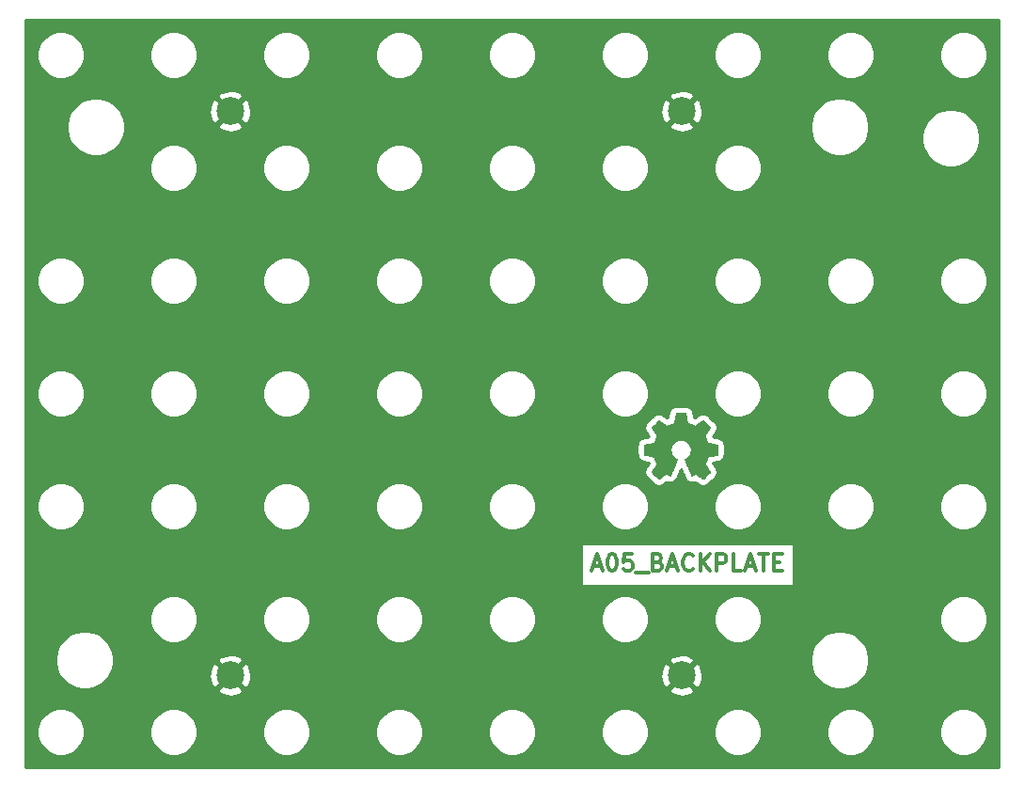
<source format=gbr>
G04 #@! TF.GenerationSoftware,KiCad,Pcbnew,5.1.5-52549c5~86~ubuntu18.04.1*
G04 #@! TF.CreationDate,2020-09-01T14:16:45-05:00*
G04 #@! TF.ProjectId,A05,4130352e-6b69-4636-9164-5f7063625858,rev?*
G04 #@! TF.SameCoordinates,Original*
G04 #@! TF.FileFunction,Copper,L1,Top*
G04 #@! TF.FilePolarity,Positive*
%FSLAX46Y46*%
G04 Gerber Fmt 4.6, Leading zero omitted, Abs format (unit mm)*
G04 Created by KiCad (PCBNEW 5.1.5-52549c5~86~ubuntu18.04.1) date 2020-09-01 14:16:45*
%MOMM*%
%LPD*%
G04 APERTURE LIST*
%ADD10C,0.300000*%
%ADD11C,0.010000*%
%ADD12C,2.499360*%
%ADD13C,0.254000*%
G04 APERTURE END LIST*
D10*
X71738600Y-69846000D02*
X72452885Y-69846000D01*
X71595742Y-70274571D02*
X72095742Y-68774571D01*
X72595742Y-70274571D01*
X73381457Y-68774571D02*
X73524314Y-68774571D01*
X73667171Y-68846000D01*
X73738600Y-68917428D01*
X73810028Y-69060285D01*
X73881457Y-69346000D01*
X73881457Y-69703142D01*
X73810028Y-69988857D01*
X73738600Y-70131714D01*
X73667171Y-70203142D01*
X73524314Y-70274571D01*
X73381457Y-70274571D01*
X73238600Y-70203142D01*
X73167171Y-70131714D01*
X73095742Y-69988857D01*
X73024314Y-69703142D01*
X73024314Y-69346000D01*
X73095742Y-69060285D01*
X73167171Y-68917428D01*
X73238600Y-68846000D01*
X73381457Y-68774571D01*
X75238600Y-68774571D02*
X74524314Y-68774571D01*
X74452885Y-69488857D01*
X74524314Y-69417428D01*
X74667171Y-69346000D01*
X75024314Y-69346000D01*
X75167171Y-69417428D01*
X75238600Y-69488857D01*
X75310028Y-69631714D01*
X75310028Y-69988857D01*
X75238600Y-70131714D01*
X75167171Y-70203142D01*
X75024314Y-70274571D01*
X74667171Y-70274571D01*
X74524314Y-70203142D01*
X74452885Y-70131714D01*
X75595742Y-70417428D02*
X76738600Y-70417428D01*
X77595742Y-69488857D02*
X77810028Y-69560285D01*
X77881457Y-69631714D01*
X77952885Y-69774571D01*
X77952885Y-69988857D01*
X77881457Y-70131714D01*
X77810028Y-70203142D01*
X77667171Y-70274571D01*
X77095742Y-70274571D01*
X77095742Y-68774571D01*
X77595742Y-68774571D01*
X77738600Y-68846000D01*
X77810028Y-68917428D01*
X77881457Y-69060285D01*
X77881457Y-69203142D01*
X77810028Y-69346000D01*
X77738600Y-69417428D01*
X77595742Y-69488857D01*
X77095742Y-69488857D01*
X78524314Y-69846000D02*
X79238600Y-69846000D01*
X78381457Y-70274571D02*
X78881457Y-68774571D01*
X79381457Y-70274571D01*
X80738600Y-70131714D02*
X80667171Y-70203142D01*
X80452885Y-70274571D01*
X80310028Y-70274571D01*
X80095742Y-70203142D01*
X79952885Y-70060285D01*
X79881457Y-69917428D01*
X79810028Y-69631714D01*
X79810028Y-69417428D01*
X79881457Y-69131714D01*
X79952885Y-68988857D01*
X80095742Y-68846000D01*
X80310028Y-68774571D01*
X80452885Y-68774571D01*
X80667171Y-68846000D01*
X80738600Y-68917428D01*
X81381457Y-70274571D02*
X81381457Y-68774571D01*
X82238600Y-70274571D02*
X81595742Y-69417428D01*
X82238600Y-68774571D02*
X81381457Y-69631714D01*
X82881457Y-70274571D02*
X82881457Y-68774571D01*
X83452885Y-68774571D01*
X83595742Y-68846000D01*
X83667171Y-68917428D01*
X83738600Y-69060285D01*
X83738600Y-69274571D01*
X83667171Y-69417428D01*
X83595742Y-69488857D01*
X83452885Y-69560285D01*
X82881457Y-69560285D01*
X85095742Y-70274571D02*
X84381457Y-70274571D01*
X84381457Y-68774571D01*
X85524314Y-69846000D02*
X86238600Y-69846000D01*
X85381457Y-70274571D02*
X85881457Y-68774571D01*
X86381457Y-70274571D01*
X86667171Y-68774571D02*
X87524314Y-68774571D01*
X87095742Y-70274571D02*
X87095742Y-68774571D01*
X88024314Y-69488857D02*
X88524314Y-69488857D01*
X88738600Y-70274571D02*
X88024314Y-70274571D01*
X88024314Y-68774571D01*
X88738600Y-68774571D01*
D11*
G36*
X80184814Y-56523931D02*
G01*
X80268635Y-56968555D01*
X80577920Y-57096053D01*
X80887206Y-57223551D01*
X81258246Y-56971246D01*
X81362157Y-56900996D01*
X81456087Y-56838272D01*
X81535652Y-56785938D01*
X81596470Y-56746857D01*
X81634157Y-56723893D01*
X81644421Y-56718942D01*
X81662910Y-56731676D01*
X81702420Y-56766882D01*
X81758522Y-56820062D01*
X81826787Y-56886718D01*
X81902786Y-56962354D01*
X81982092Y-57042472D01*
X82060275Y-57122574D01*
X82132907Y-57198164D01*
X82195559Y-57264745D01*
X82243803Y-57317818D01*
X82273210Y-57352887D01*
X82280241Y-57364623D01*
X82270123Y-57386260D01*
X82241759Y-57433662D01*
X82198129Y-57502193D01*
X82142218Y-57587215D01*
X82077006Y-57684093D01*
X82039219Y-57739350D01*
X81970343Y-57840248D01*
X81909140Y-57931299D01*
X81858578Y-58007970D01*
X81821628Y-58065728D01*
X81801258Y-58100043D01*
X81798197Y-58107254D01*
X81805136Y-58127748D01*
X81824051Y-58175513D01*
X81852087Y-58243832D01*
X81886391Y-58325989D01*
X81924109Y-58415270D01*
X81962387Y-58504958D01*
X81998370Y-58588338D01*
X82029206Y-58658694D01*
X82052039Y-58709310D01*
X82064017Y-58733471D01*
X82064724Y-58734422D01*
X82083531Y-58739036D01*
X82133618Y-58749328D01*
X82209793Y-58764287D01*
X82306865Y-58782901D01*
X82419643Y-58804159D01*
X82485442Y-58816418D01*
X82605950Y-58839362D01*
X82714797Y-58861195D01*
X82806476Y-58880722D01*
X82875481Y-58896748D01*
X82916304Y-58908079D01*
X82924511Y-58911674D01*
X82932548Y-58936006D01*
X82939033Y-58990959D01*
X82943970Y-59070108D01*
X82947364Y-59167026D01*
X82949218Y-59275287D01*
X82949538Y-59388465D01*
X82948327Y-59500135D01*
X82945590Y-59603868D01*
X82941331Y-59693241D01*
X82935555Y-59761826D01*
X82928267Y-59803197D01*
X82923895Y-59811810D01*
X82897764Y-59822133D01*
X82842393Y-59836892D01*
X82765107Y-59854352D01*
X82673230Y-59872780D01*
X82641158Y-59878741D01*
X82486524Y-59907066D01*
X82364375Y-59929876D01*
X82270673Y-59948080D01*
X82201384Y-59962583D01*
X82152471Y-59974292D01*
X82119897Y-59984115D01*
X82099628Y-59992956D01*
X82087626Y-60001724D01*
X82085947Y-60003457D01*
X82069184Y-60031371D01*
X82043614Y-60085695D01*
X82011788Y-60159777D01*
X81976260Y-60246965D01*
X81939583Y-60340608D01*
X81904311Y-60434052D01*
X81872996Y-60520647D01*
X81848193Y-60593740D01*
X81832454Y-60646678D01*
X81828332Y-60672811D01*
X81828676Y-60673726D01*
X81842641Y-60695086D01*
X81874322Y-60742084D01*
X81920391Y-60809827D01*
X81977518Y-60893423D01*
X82042373Y-60987982D01*
X82060843Y-61014854D01*
X82126699Y-61112275D01*
X82184650Y-61201163D01*
X82231538Y-61276412D01*
X82264207Y-61332920D01*
X82279500Y-61365581D01*
X82280241Y-61369593D01*
X82267392Y-61390684D01*
X82231888Y-61432464D01*
X82178293Y-61490445D01*
X82111171Y-61560135D01*
X82035087Y-61637045D01*
X81954604Y-61716683D01*
X81874287Y-61794561D01*
X81798699Y-61866186D01*
X81732405Y-61927070D01*
X81679969Y-61972721D01*
X81645955Y-61998650D01*
X81636545Y-62002883D01*
X81614643Y-61992912D01*
X81569800Y-61966020D01*
X81509321Y-61926736D01*
X81462789Y-61895117D01*
X81378475Y-61837098D01*
X81278626Y-61768784D01*
X81178473Y-61700579D01*
X81124627Y-61664075D01*
X80942371Y-61540800D01*
X80789381Y-61623520D01*
X80719682Y-61659759D01*
X80660414Y-61687926D01*
X80620311Y-61703991D01*
X80610103Y-61706226D01*
X80597829Y-61689722D01*
X80573613Y-61643082D01*
X80539263Y-61570609D01*
X80496588Y-61476606D01*
X80447394Y-61365374D01*
X80393490Y-61241215D01*
X80336684Y-61108432D01*
X80278782Y-60971327D01*
X80221593Y-60834202D01*
X80166924Y-60701358D01*
X80116584Y-60577098D01*
X80072380Y-60465725D01*
X80036119Y-60371539D01*
X80009609Y-60298844D01*
X79994658Y-60251941D01*
X79992254Y-60235833D01*
X80011311Y-60215286D01*
X80053036Y-60181933D01*
X80108706Y-60142702D01*
X80113378Y-60139599D01*
X80257264Y-60024423D01*
X80373283Y-59890053D01*
X80460430Y-59740784D01*
X80517699Y-59580913D01*
X80544086Y-59414737D01*
X80538585Y-59246552D01*
X80500190Y-59080655D01*
X80427895Y-58921342D01*
X80406626Y-58886487D01*
X80295996Y-58745737D01*
X80165302Y-58632714D01*
X80019064Y-58548003D01*
X79861808Y-58492194D01*
X79698057Y-58465874D01*
X79532333Y-58469630D01*
X79369162Y-58504050D01*
X79213065Y-58569723D01*
X79068567Y-58667235D01*
X79023869Y-58706813D01*
X78910112Y-58830703D01*
X78827218Y-58961124D01*
X78770356Y-59107315D01*
X78738687Y-59252088D01*
X78730869Y-59414860D01*
X78756938Y-59578440D01*
X78814245Y-59737298D01*
X78900144Y-59885906D01*
X79011986Y-60018735D01*
X79147123Y-60130256D01*
X79164883Y-60142011D01*
X79221150Y-60180508D01*
X79263923Y-60213863D01*
X79284372Y-60235160D01*
X79284669Y-60235833D01*
X79280279Y-60258871D01*
X79262876Y-60311157D01*
X79234268Y-60388390D01*
X79196265Y-60486268D01*
X79150674Y-60600491D01*
X79099303Y-60726758D01*
X79043962Y-60860767D01*
X78986458Y-60998218D01*
X78928601Y-61134808D01*
X78872198Y-61266237D01*
X78819058Y-61388205D01*
X78770990Y-61496409D01*
X78729801Y-61586549D01*
X78697301Y-61654323D01*
X78675297Y-61695430D01*
X78666436Y-61706226D01*
X78639360Y-61697819D01*
X78588697Y-61675272D01*
X78523183Y-61642613D01*
X78487159Y-61623520D01*
X78334168Y-61540800D01*
X78151912Y-61664075D01*
X78058875Y-61727228D01*
X77957015Y-61796727D01*
X77861562Y-61862165D01*
X77813750Y-61895117D01*
X77746505Y-61940273D01*
X77689564Y-61976057D01*
X77650354Y-61997938D01*
X77637619Y-62002563D01*
X77619083Y-61990085D01*
X77578059Y-61955252D01*
X77518525Y-61901678D01*
X77444458Y-61832983D01*
X77359835Y-61752781D01*
X77306315Y-61701286D01*
X77212681Y-61609286D01*
X77131759Y-61526999D01*
X77066823Y-61457945D01*
X77021142Y-61405644D01*
X76997989Y-61373616D01*
X76995768Y-61367116D01*
X77006076Y-61342394D01*
X77034561Y-61292405D01*
X77078063Y-61222212D01*
X77133423Y-61136875D01*
X77197480Y-61041456D01*
X77215697Y-61014854D01*
X77282073Y-60918167D01*
X77341622Y-60831117D01*
X77391016Y-60758595D01*
X77426925Y-60705493D01*
X77446019Y-60676703D01*
X77447864Y-60673726D01*
X77445105Y-60650782D01*
X77430462Y-60600336D01*
X77406487Y-60529041D01*
X77375734Y-60443547D01*
X77340756Y-60350507D01*
X77304107Y-60256574D01*
X77268339Y-60168399D01*
X77236006Y-60092634D01*
X77209662Y-60035931D01*
X77191858Y-60004943D01*
X77190593Y-60003457D01*
X77179706Y-59994601D01*
X77161318Y-59985843D01*
X77131394Y-59976277D01*
X77085897Y-59964996D01*
X77020791Y-59951093D01*
X76932039Y-59933663D01*
X76815607Y-59911798D01*
X76667458Y-59884591D01*
X76635382Y-59878741D01*
X76540314Y-59860374D01*
X76457435Y-59842405D01*
X76394070Y-59826569D01*
X76357542Y-59814600D01*
X76352644Y-59811810D01*
X76344573Y-59787072D01*
X76338013Y-59731790D01*
X76332967Y-59652389D01*
X76329441Y-59555296D01*
X76327439Y-59446938D01*
X76326964Y-59333740D01*
X76328023Y-59222128D01*
X76330618Y-59118529D01*
X76334754Y-59029368D01*
X76340437Y-58961072D01*
X76347669Y-58920066D01*
X76352029Y-58911674D01*
X76376302Y-58903208D01*
X76431574Y-58889435D01*
X76512338Y-58871550D01*
X76613088Y-58850748D01*
X76728317Y-58828223D01*
X76791098Y-58816418D01*
X76910213Y-58794151D01*
X77016435Y-58773979D01*
X77104573Y-58756915D01*
X77169434Y-58743969D01*
X77205826Y-58736155D01*
X77211816Y-58734422D01*
X77221939Y-58714890D01*
X77243338Y-58667843D01*
X77273161Y-58600003D01*
X77308555Y-58518091D01*
X77346668Y-58428828D01*
X77384647Y-58338935D01*
X77419640Y-58255135D01*
X77448794Y-58184147D01*
X77469257Y-58132694D01*
X77478177Y-58107497D01*
X77478343Y-58106396D01*
X77468231Y-58086519D01*
X77439883Y-58040777D01*
X77396277Y-57973717D01*
X77340394Y-57889884D01*
X77275213Y-57793826D01*
X77237321Y-57738650D01*
X77168275Y-57637481D01*
X77106950Y-57545630D01*
X77056337Y-57467744D01*
X77019429Y-57408469D01*
X76999218Y-57372451D01*
X76996299Y-57364377D01*
X77008847Y-57345584D01*
X77043537Y-57305457D01*
X77095937Y-57248493D01*
X77161616Y-57179185D01*
X77236144Y-57102031D01*
X77315087Y-57021525D01*
X77394017Y-56942163D01*
X77468500Y-56868440D01*
X77534106Y-56804852D01*
X77586404Y-56755894D01*
X77620961Y-56726061D01*
X77632522Y-56718942D01*
X77651346Y-56728953D01*
X77696369Y-56757078D01*
X77763213Y-56800454D01*
X77847501Y-56856218D01*
X77944856Y-56921506D01*
X78018293Y-56971246D01*
X78389333Y-57223551D01*
X79007905Y-56968555D01*
X79091725Y-56523931D01*
X79175546Y-56079307D01*
X80100994Y-56079307D01*
X80184814Y-56523931D01*
G37*
X80184814Y-56523931D02*
X80268635Y-56968555D01*
X80577920Y-57096053D01*
X80887206Y-57223551D01*
X81258246Y-56971246D01*
X81362157Y-56900996D01*
X81456087Y-56838272D01*
X81535652Y-56785938D01*
X81596470Y-56746857D01*
X81634157Y-56723893D01*
X81644421Y-56718942D01*
X81662910Y-56731676D01*
X81702420Y-56766882D01*
X81758522Y-56820062D01*
X81826787Y-56886718D01*
X81902786Y-56962354D01*
X81982092Y-57042472D01*
X82060275Y-57122574D01*
X82132907Y-57198164D01*
X82195559Y-57264745D01*
X82243803Y-57317818D01*
X82273210Y-57352887D01*
X82280241Y-57364623D01*
X82270123Y-57386260D01*
X82241759Y-57433662D01*
X82198129Y-57502193D01*
X82142218Y-57587215D01*
X82077006Y-57684093D01*
X82039219Y-57739350D01*
X81970343Y-57840248D01*
X81909140Y-57931299D01*
X81858578Y-58007970D01*
X81821628Y-58065728D01*
X81801258Y-58100043D01*
X81798197Y-58107254D01*
X81805136Y-58127748D01*
X81824051Y-58175513D01*
X81852087Y-58243832D01*
X81886391Y-58325989D01*
X81924109Y-58415270D01*
X81962387Y-58504958D01*
X81998370Y-58588338D01*
X82029206Y-58658694D01*
X82052039Y-58709310D01*
X82064017Y-58733471D01*
X82064724Y-58734422D01*
X82083531Y-58739036D01*
X82133618Y-58749328D01*
X82209793Y-58764287D01*
X82306865Y-58782901D01*
X82419643Y-58804159D01*
X82485442Y-58816418D01*
X82605950Y-58839362D01*
X82714797Y-58861195D01*
X82806476Y-58880722D01*
X82875481Y-58896748D01*
X82916304Y-58908079D01*
X82924511Y-58911674D01*
X82932548Y-58936006D01*
X82939033Y-58990959D01*
X82943970Y-59070108D01*
X82947364Y-59167026D01*
X82949218Y-59275287D01*
X82949538Y-59388465D01*
X82948327Y-59500135D01*
X82945590Y-59603868D01*
X82941331Y-59693241D01*
X82935555Y-59761826D01*
X82928267Y-59803197D01*
X82923895Y-59811810D01*
X82897764Y-59822133D01*
X82842393Y-59836892D01*
X82765107Y-59854352D01*
X82673230Y-59872780D01*
X82641158Y-59878741D01*
X82486524Y-59907066D01*
X82364375Y-59929876D01*
X82270673Y-59948080D01*
X82201384Y-59962583D01*
X82152471Y-59974292D01*
X82119897Y-59984115D01*
X82099628Y-59992956D01*
X82087626Y-60001724D01*
X82085947Y-60003457D01*
X82069184Y-60031371D01*
X82043614Y-60085695D01*
X82011788Y-60159777D01*
X81976260Y-60246965D01*
X81939583Y-60340608D01*
X81904311Y-60434052D01*
X81872996Y-60520647D01*
X81848193Y-60593740D01*
X81832454Y-60646678D01*
X81828332Y-60672811D01*
X81828676Y-60673726D01*
X81842641Y-60695086D01*
X81874322Y-60742084D01*
X81920391Y-60809827D01*
X81977518Y-60893423D01*
X82042373Y-60987982D01*
X82060843Y-61014854D01*
X82126699Y-61112275D01*
X82184650Y-61201163D01*
X82231538Y-61276412D01*
X82264207Y-61332920D01*
X82279500Y-61365581D01*
X82280241Y-61369593D01*
X82267392Y-61390684D01*
X82231888Y-61432464D01*
X82178293Y-61490445D01*
X82111171Y-61560135D01*
X82035087Y-61637045D01*
X81954604Y-61716683D01*
X81874287Y-61794561D01*
X81798699Y-61866186D01*
X81732405Y-61927070D01*
X81679969Y-61972721D01*
X81645955Y-61998650D01*
X81636545Y-62002883D01*
X81614643Y-61992912D01*
X81569800Y-61966020D01*
X81509321Y-61926736D01*
X81462789Y-61895117D01*
X81378475Y-61837098D01*
X81278626Y-61768784D01*
X81178473Y-61700579D01*
X81124627Y-61664075D01*
X80942371Y-61540800D01*
X80789381Y-61623520D01*
X80719682Y-61659759D01*
X80660414Y-61687926D01*
X80620311Y-61703991D01*
X80610103Y-61706226D01*
X80597829Y-61689722D01*
X80573613Y-61643082D01*
X80539263Y-61570609D01*
X80496588Y-61476606D01*
X80447394Y-61365374D01*
X80393490Y-61241215D01*
X80336684Y-61108432D01*
X80278782Y-60971327D01*
X80221593Y-60834202D01*
X80166924Y-60701358D01*
X80116584Y-60577098D01*
X80072380Y-60465725D01*
X80036119Y-60371539D01*
X80009609Y-60298844D01*
X79994658Y-60251941D01*
X79992254Y-60235833D01*
X80011311Y-60215286D01*
X80053036Y-60181933D01*
X80108706Y-60142702D01*
X80113378Y-60139599D01*
X80257264Y-60024423D01*
X80373283Y-59890053D01*
X80460430Y-59740784D01*
X80517699Y-59580913D01*
X80544086Y-59414737D01*
X80538585Y-59246552D01*
X80500190Y-59080655D01*
X80427895Y-58921342D01*
X80406626Y-58886487D01*
X80295996Y-58745737D01*
X80165302Y-58632714D01*
X80019064Y-58548003D01*
X79861808Y-58492194D01*
X79698057Y-58465874D01*
X79532333Y-58469630D01*
X79369162Y-58504050D01*
X79213065Y-58569723D01*
X79068567Y-58667235D01*
X79023869Y-58706813D01*
X78910112Y-58830703D01*
X78827218Y-58961124D01*
X78770356Y-59107315D01*
X78738687Y-59252088D01*
X78730869Y-59414860D01*
X78756938Y-59578440D01*
X78814245Y-59737298D01*
X78900144Y-59885906D01*
X79011986Y-60018735D01*
X79147123Y-60130256D01*
X79164883Y-60142011D01*
X79221150Y-60180508D01*
X79263923Y-60213863D01*
X79284372Y-60235160D01*
X79284669Y-60235833D01*
X79280279Y-60258871D01*
X79262876Y-60311157D01*
X79234268Y-60388390D01*
X79196265Y-60486268D01*
X79150674Y-60600491D01*
X79099303Y-60726758D01*
X79043962Y-60860767D01*
X78986458Y-60998218D01*
X78928601Y-61134808D01*
X78872198Y-61266237D01*
X78819058Y-61388205D01*
X78770990Y-61496409D01*
X78729801Y-61586549D01*
X78697301Y-61654323D01*
X78675297Y-61695430D01*
X78666436Y-61706226D01*
X78639360Y-61697819D01*
X78588697Y-61675272D01*
X78523183Y-61642613D01*
X78487159Y-61623520D01*
X78334168Y-61540800D01*
X78151912Y-61664075D01*
X78058875Y-61727228D01*
X77957015Y-61796727D01*
X77861562Y-61862165D01*
X77813750Y-61895117D01*
X77746505Y-61940273D01*
X77689564Y-61976057D01*
X77650354Y-61997938D01*
X77637619Y-62002563D01*
X77619083Y-61990085D01*
X77578059Y-61955252D01*
X77518525Y-61901678D01*
X77444458Y-61832983D01*
X77359835Y-61752781D01*
X77306315Y-61701286D01*
X77212681Y-61609286D01*
X77131759Y-61526999D01*
X77066823Y-61457945D01*
X77021142Y-61405644D01*
X76997989Y-61373616D01*
X76995768Y-61367116D01*
X77006076Y-61342394D01*
X77034561Y-61292405D01*
X77078063Y-61222212D01*
X77133423Y-61136875D01*
X77197480Y-61041456D01*
X77215697Y-61014854D01*
X77282073Y-60918167D01*
X77341622Y-60831117D01*
X77391016Y-60758595D01*
X77426925Y-60705493D01*
X77446019Y-60676703D01*
X77447864Y-60673726D01*
X77445105Y-60650782D01*
X77430462Y-60600336D01*
X77406487Y-60529041D01*
X77375734Y-60443547D01*
X77340756Y-60350507D01*
X77304107Y-60256574D01*
X77268339Y-60168399D01*
X77236006Y-60092634D01*
X77209662Y-60035931D01*
X77191858Y-60004943D01*
X77190593Y-60003457D01*
X77179706Y-59994601D01*
X77161318Y-59985843D01*
X77131394Y-59976277D01*
X77085897Y-59964996D01*
X77020791Y-59951093D01*
X76932039Y-59933663D01*
X76815607Y-59911798D01*
X76667458Y-59884591D01*
X76635382Y-59878741D01*
X76540314Y-59860374D01*
X76457435Y-59842405D01*
X76394070Y-59826569D01*
X76357542Y-59814600D01*
X76352644Y-59811810D01*
X76344573Y-59787072D01*
X76338013Y-59731790D01*
X76332967Y-59652389D01*
X76329441Y-59555296D01*
X76327439Y-59446938D01*
X76326964Y-59333740D01*
X76328023Y-59222128D01*
X76330618Y-59118529D01*
X76334754Y-59029368D01*
X76340437Y-58961072D01*
X76347669Y-58920066D01*
X76352029Y-58911674D01*
X76376302Y-58903208D01*
X76431574Y-58889435D01*
X76512338Y-58871550D01*
X76613088Y-58850748D01*
X76728317Y-58828223D01*
X76791098Y-58816418D01*
X76910213Y-58794151D01*
X77016435Y-58773979D01*
X77104573Y-58756915D01*
X77169434Y-58743969D01*
X77205826Y-58736155D01*
X77211816Y-58734422D01*
X77221939Y-58714890D01*
X77243338Y-58667843D01*
X77273161Y-58600003D01*
X77308555Y-58518091D01*
X77346668Y-58428828D01*
X77384647Y-58338935D01*
X77419640Y-58255135D01*
X77448794Y-58184147D01*
X77469257Y-58132694D01*
X77478177Y-58107497D01*
X77478343Y-58106396D01*
X77468231Y-58086519D01*
X77439883Y-58040777D01*
X77396277Y-57973717D01*
X77340394Y-57889884D01*
X77275213Y-57793826D01*
X77237321Y-57738650D01*
X77168275Y-57637481D01*
X77106950Y-57545630D01*
X77056337Y-57467744D01*
X77019429Y-57408469D01*
X76999218Y-57372451D01*
X76996299Y-57364377D01*
X77008847Y-57345584D01*
X77043537Y-57305457D01*
X77095937Y-57248493D01*
X77161616Y-57179185D01*
X77236144Y-57102031D01*
X77315087Y-57021525D01*
X77394017Y-56942163D01*
X77468500Y-56868440D01*
X77534106Y-56804852D01*
X77586404Y-56755894D01*
X77620961Y-56726061D01*
X77632522Y-56718942D01*
X77651346Y-56728953D01*
X77696369Y-56757078D01*
X77763213Y-56800454D01*
X77847501Y-56856218D01*
X77944856Y-56921506D01*
X78018293Y-56971246D01*
X78389333Y-57223551D01*
X79007905Y-56968555D01*
X79091725Y-56523931D01*
X79175546Y-56079307D01*
X80100994Y-56079307D01*
X80184814Y-56523931D01*
D12*
X79690000Y-79690000D03*
X79690000Y-28890000D03*
X39050000Y-79690000D03*
X39050000Y-28890000D03*
D13*
G36*
X108229400Y-87920000D02*
G01*
X20660000Y-87920000D01*
X20660000Y-84559721D01*
X21675000Y-84559721D01*
X21675000Y-84980279D01*
X21757047Y-85392756D01*
X21917988Y-85781302D01*
X22151637Y-86130983D01*
X22449017Y-86428363D01*
X22798698Y-86662012D01*
X23187244Y-86822953D01*
X23599721Y-86905000D01*
X24020279Y-86905000D01*
X24432756Y-86822953D01*
X24821302Y-86662012D01*
X25170983Y-86428363D01*
X25468363Y-86130983D01*
X25702012Y-85781302D01*
X25862953Y-85392756D01*
X25945000Y-84980279D01*
X25945000Y-84559721D01*
X31835000Y-84559721D01*
X31835000Y-84980279D01*
X31917047Y-85392756D01*
X32077988Y-85781302D01*
X32311637Y-86130983D01*
X32609017Y-86428363D01*
X32958698Y-86662012D01*
X33347244Y-86822953D01*
X33759721Y-86905000D01*
X34180279Y-86905000D01*
X34592756Y-86822953D01*
X34981302Y-86662012D01*
X35330983Y-86428363D01*
X35628363Y-86130983D01*
X35862012Y-85781302D01*
X36022953Y-85392756D01*
X36105000Y-84980279D01*
X36105000Y-84559721D01*
X41995000Y-84559721D01*
X41995000Y-84980279D01*
X42077047Y-85392756D01*
X42237988Y-85781302D01*
X42471637Y-86130983D01*
X42769017Y-86428363D01*
X43118698Y-86662012D01*
X43507244Y-86822953D01*
X43919721Y-86905000D01*
X44340279Y-86905000D01*
X44752756Y-86822953D01*
X45141302Y-86662012D01*
X45490983Y-86428363D01*
X45788363Y-86130983D01*
X46022012Y-85781302D01*
X46182953Y-85392756D01*
X46265000Y-84980279D01*
X46265000Y-84559721D01*
X52155000Y-84559721D01*
X52155000Y-84980279D01*
X52237047Y-85392756D01*
X52397988Y-85781302D01*
X52631637Y-86130983D01*
X52929017Y-86428363D01*
X53278698Y-86662012D01*
X53667244Y-86822953D01*
X54079721Y-86905000D01*
X54500279Y-86905000D01*
X54912756Y-86822953D01*
X55301302Y-86662012D01*
X55650983Y-86428363D01*
X55948363Y-86130983D01*
X56182012Y-85781302D01*
X56342953Y-85392756D01*
X56425000Y-84980279D01*
X56425000Y-84559721D01*
X62315000Y-84559721D01*
X62315000Y-84980279D01*
X62397047Y-85392756D01*
X62557988Y-85781302D01*
X62791637Y-86130983D01*
X63089017Y-86428363D01*
X63438698Y-86662012D01*
X63827244Y-86822953D01*
X64239721Y-86905000D01*
X64660279Y-86905000D01*
X65072756Y-86822953D01*
X65461302Y-86662012D01*
X65810983Y-86428363D01*
X66108363Y-86130983D01*
X66342012Y-85781302D01*
X66502953Y-85392756D01*
X66585000Y-84980279D01*
X66585000Y-84559721D01*
X72475000Y-84559721D01*
X72475000Y-84980279D01*
X72557047Y-85392756D01*
X72717988Y-85781302D01*
X72951637Y-86130983D01*
X73249017Y-86428363D01*
X73598698Y-86662012D01*
X73987244Y-86822953D01*
X74399721Y-86905000D01*
X74820279Y-86905000D01*
X75232756Y-86822953D01*
X75621302Y-86662012D01*
X75970983Y-86428363D01*
X76268363Y-86130983D01*
X76502012Y-85781302D01*
X76662953Y-85392756D01*
X76745000Y-84980279D01*
X76745000Y-84559721D01*
X82635000Y-84559721D01*
X82635000Y-84980279D01*
X82717047Y-85392756D01*
X82877988Y-85781302D01*
X83111637Y-86130983D01*
X83409017Y-86428363D01*
X83758698Y-86662012D01*
X84147244Y-86822953D01*
X84559721Y-86905000D01*
X84980279Y-86905000D01*
X85392756Y-86822953D01*
X85781302Y-86662012D01*
X86130983Y-86428363D01*
X86428363Y-86130983D01*
X86662012Y-85781302D01*
X86822953Y-85392756D01*
X86905000Y-84980279D01*
X86905000Y-84559721D01*
X92795000Y-84559721D01*
X92795000Y-84980279D01*
X92877047Y-85392756D01*
X93037988Y-85781302D01*
X93271637Y-86130983D01*
X93569017Y-86428363D01*
X93918698Y-86662012D01*
X94307244Y-86822953D01*
X94719721Y-86905000D01*
X95140279Y-86905000D01*
X95552756Y-86822953D01*
X95941302Y-86662012D01*
X96290983Y-86428363D01*
X96588363Y-86130983D01*
X96822012Y-85781302D01*
X96982953Y-85392756D01*
X97065000Y-84980279D01*
X97065000Y-84559721D01*
X102955000Y-84559721D01*
X102955000Y-84980279D01*
X103037047Y-85392756D01*
X103197988Y-85781302D01*
X103431637Y-86130983D01*
X103729017Y-86428363D01*
X104078698Y-86662012D01*
X104467244Y-86822953D01*
X104879721Y-86905000D01*
X105300279Y-86905000D01*
X105712756Y-86822953D01*
X106101302Y-86662012D01*
X106450983Y-86428363D01*
X106748363Y-86130983D01*
X106982012Y-85781302D01*
X107142953Y-85392756D01*
X107225000Y-84980279D01*
X107225000Y-84559721D01*
X107142953Y-84147244D01*
X106982012Y-83758698D01*
X106748363Y-83409017D01*
X106450983Y-83111637D01*
X106101302Y-82877988D01*
X105712756Y-82717047D01*
X105300279Y-82635000D01*
X104879721Y-82635000D01*
X104467244Y-82717047D01*
X104078698Y-82877988D01*
X103729017Y-83111637D01*
X103431637Y-83409017D01*
X103197988Y-83758698D01*
X103037047Y-84147244D01*
X102955000Y-84559721D01*
X97065000Y-84559721D01*
X96982953Y-84147244D01*
X96822012Y-83758698D01*
X96588363Y-83409017D01*
X96290983Y-83111637D01*
X95941302Y-82877988D01*
X95552756Y-82717047D01*
X95140279Y-82635000D01*
X94719721Y-82635000D01*
X94307244Y-82717047D01*
X93918698Y-82877988D01*
X93569017Y-83111637D01*
X93271637Y-83409017D01*
X93037988Y-83758698D01*
X92877047Y-84147244D01*
X92795000Y-84559721D01*
X86905000Y-84559721D01*
X86822953Y-84147244D01*
X86662012Y-83758698D01*
X86428363Y-83409017D01*
X86130983Y-83111637D01*
X85781302Y-82877988D01*
X85392756Y-82717047D01*
X84980279Y-82635000D01*
X84559721Y-82635000D01*
X84147244Y-82717047D01*
X83758698Y-82877988D01*
X83409017Y-83111637D01*
X83111637Y-83409017D01*
X82877988Y-83758698D01*
X82717047Y-84147244D01*
X82635000Y-84559721D01*
X76745000Y-84559721D01*
X76662953Y-84147244D01*
X76502012Y-83758698D01*
X76268363Y-83409017D01*
X75970983Y-83111637D01*
X75621302Y-82877988D01*
X75232756Y-82717047D01*
X74820279Y-82635000D01*
X74399721Y-82635000D01*
X73987244Y-82717047D01*
X73598698Y-82877988D01*
X73249017Y-83111637D01*
X72951637Y-83409017D01*
X72717988Y-83758698D01*
X72557047Y-84147244D01*
X72475000Y-84559721D01*
X66585000Y-84559721D01*
X66502953Y-84147244D01*
X66342012Y-83758698D01*
X66108363Y-83409017D01*
X65810983Y-83111637D01*
X65461302Y-82877988D01*
X65072756Y-82717047D01*
X64660279Y-82635000D01*
X64239721Y-82635000D01*
X63827244Y-82717047D01*
X63438698Y-82877988D01*
X63089017Y-83111637D01*
X62791637Y-83409017D01*
X62557988Y-83758698D01*
X62397047Y-84147244D01*
X62315000Y-84559721D01*
X56425000Y-84559721D01*
X56342953Y-84147244D01*
X56182012Y-83758698D01*
X55948363Y-83409017D01*
X55650983Y-83111637D01*
X55301302Y-82877988D01*
X54912756Y-82717047D01*
X54500279Y-82635000D01*
X54079721Y-82635000D01*
X53667244Y-82717047D01*
X53278698Y-82877988D01*
X52929017Y-83111637D01*
X52631637Y-83409017D01*
X52397988Y-83758698D01*
X52237047Y-84147244D01*
X52155000Y-84559721D01*
X46265000Y-84559721D01*
X46182953Y-84147244D01*
X46022012Y-83758698D01*
X45788363Y-83409017D01*
X45490983Y-83111637D01*
X45141302Y-82877988D01*
X44752756Y-82717047D01*
X44340279Y-82635000D01*
X43919721Y-82635000D01*
X43507244Y-82717047D01*
X43118698Y-82877988D01*
X42769017Y-83111637D01*
X42471637Y-83409017D01*
X42237988Y-83758698D01*
X42077047Y-84147244D01*
X41995000Y-84559721D01*
X36105000Y-84559721D01*
X36022953Y-84147244D01*
X35862012Y-83758698D01*
X35628363Y-83409017D01*
X35330983Y-83111637D01*
X34981302Y-82877988D01*
X34592756Y-82717047D01*
X34180279Y-82635000D01*
X33759721Y-82635000D01*
X33347244Y-82717047D01*
X32958698Y-82877988D01*
X32609017Y-83111637D01*
X32311637Y-83409017D01*
X32077988Y-83758698D01*
X31917047Y-84147244D01*
X31835000Y-84559721D01*
X25945000Y-84559721D01*
X25862953Y-84147244D01*
X25702012Y-83758698D01*
X25468363Y-83409017D01*
X25170983Y-83111637D01*
X24821302Y-82877988D01*
X24432756Y-82717047D01*
X24020279Y-82635000D01*
X23599721Y-82635000D01*
X23187244Y-82717047D01*
X22798698Y-82877988D01*
X22449017Y-83111637D01*
X22151637Y-83409017D01*
X21917988Y-83758698D01*
X21757047Y-84147244D01*
X21675000Y-84559721D01*
X20660000Y-84559721D01*
X20660000Y-81003377D01*
X37916229Y-81003377D01*
X38042104Y-81293315D01*
X38374262Y-81459139D01*
X38732387Y-81556975D01*
X39102719Y-81583065D01*
X39471025Y-81536405D01*
X39823151Y-81418789D01*
X40057896Y-81293315D01*
X40183771Y-81003377D01*
X78556229Y-81003377D01*
X78682104Y-81293315D01*
X79014262Y-81459139D01*
X79372387Y-81556975D01*
X79742719Y-81583065D01*
X80111025Y-81536405D01*
X80463151Y-81418789D01*
X80697896Y-81293315D01*
X80823771Y-81003377D01*
X79690000Y-79869605D01*
X78556229Y-81003377D01*
X40183771Y-81003377D01*
X39050000Y-79869605D01*
X37916229Y-81003377D01*
X20660000Y-81003377D01*
X20660000Y-78030475D01*
X23315000Y-78030475D01*
X23315000Y-78549525D01*
X23416261Y-79058601D01*
X23614893Y-79538141D01*
X23903262Y-79969715D01*
X24270285Y-80336738D01*
X24701859Y-80625107D01*
X25181399Y-80823739D01*
X25690475Y-80925000D01*
X26209525Y-80925000D01*
X26718601Y-80823739D01*
X27198141Y-80625107D01*
X27629715Y-80336738D01*
X27996738Y-79969715D01*
X28148412Y-79742719D01*
X37156935Y-79742719D01*
X37203595Y-80111025D01*
X37321211Y-80463151D01*
X37446685Y-80697896D01*
X37736623Y-80823771D01*
X38870395Y-79690000D01*
X39229605Y-79690000D01*
X40363377Y-80823771D01*
X40653315Y-80697896D01*
X40819139Y-80365738D01*
X40916975Y-80007613D01*
X40935636Y-79742719D01*
X77796935Y-79742719D01*
X77843595Y-80111025D01*
X77961211Y-80463151D01*
X78086685Y-80697896D01*
X78376623Y-80823771D01*
X79510395Y-79690000D01*
X79869605Y-79690000D01*
X81003377Y-80823771D01*
X81293315Y-80697896D01*
X81459139Y-80365738D01*
X81556975Y-80007613D01*
X81583065Y-79637281D01*
X81536405Y-79268975D01*
X81418789Y-78916849D01*
X81293315Y-78682104D01*
X81003377Y-78556229D01*
X79869605Y-79690000D01*
X79510395Y-79690000D01*
X78376623Y-78556229D01*
X78086685Y-78682104D01*
X77920861Y-79014262D01*
X77823025Y-79372387D01*
X77796935Y-79742719D01*
X40935636Y-79742719D01*
X40943065Y-79637281D01*
X40896405Y-79268975D01*
X40778789Y-78916849D01*
X40653315Y-78682104D01*
X40363377Y-78556229D01*
X39229605Y-79690000D01*
X38870395Y-79690000D01*
X37736623Y-78556229D01*
X37446685Y-78682104D01*
X37280861Y-79014262D01*
X37183025Y-79372387D01*
X37156935Y-79742719D01*
X28148412Y-79742719D01*
X28285107Y-79538141D01*
X28483739Y-79058601D01*
X28585000Y-78549525D01*
X28585000Y-78376623D01*
X37916229Y-78376623D01*
X39050000Y-79510395D01*
X40183771Y-78376623D01*
X78556229Y-78376623D01*
X79690000Y-79510395D01*
X80823771Y-78376623D01*
X80697896Y-78086685D01*
X80585304Y-78030475D01*
X91315000Y-78030475D01*
X91315000Y-78549525D01*
X91416261Y-79058601D01*
X91614893Y-79538141D01*
X91903262Y-79969715D01*
X92270285Y-80336738D01*
X92701859Y-80625107D01*
X93181399Y-80823739D01*
X93690475Y-80925000D01*
X94209525Y-80925000D01*
X94718601Y-80823739D01*
X95198141Y-80625107D01*
X95629715Y-80336738D01*
X95996738Y-79969715D01*
X96285107Y-79538141D01*
X96483739Y-79058601D01*
X96585000Y-78549525D01*
X96585000Y-78030475D01*
X96483739Y-77521399D01*
X96285107Y-77041859D01*
X95996738Y-76610285D01*
X95629715Y-76243262D01*
X95198141Y-75954893D01*
X94718601Y-75756261D01*
X94209525Y-75655000D01*
X93690475Y-75655000D01*
X93181399Y-75756261D01*
X92701859Y-75954893D01*
X92270285Y-76243262D01*
X91903262Y-76610285D01*
X91614893Y-77041859D01*
X91416261Y-77521399D01*
X91315000Y-78030475D01*
X80585304Y-78030475D01*
X80365738Y-77920861D01*
X80007613Y-77823025D01*
X79637281Y-77796935D01*
X79268975Y-77843595D01*
X78916849Y-77961211D01*
X78682104Y-78086685D01*
X78556229Y-78376623D01*
X40183771Y-78376623D01*
X40057896Y-78086685D01*
X39725738Y-77920861D01*
X39367613Y-77823025D01*
X38997281Y-77796935D01*
X38628975Y-77843595D01*
X38276849Y-77961211D01*
X38042104Y-78086685D01*
X37916229Y-78376623D01*
X28585000Y-78376623D01*
X28585000Y-78030475D01*
X28483739Y-77521399D01*
X28285107Y-77041859D01*
X27996738Y-76610285D01*
X27629715Y-76243262D01*
X27198141Y-75954893D01*
X26718601Y-75756261D01*
X26209525Y-75655000D01*
X25690475Y-75655000D01*
X25181399Y-75756261D01*
X24701859Y-75954893D01*
X24270285Y-76243262D01*
X23903262Y-76610285D01*
X23614893Y-77041859D01*
X23416261Y-77521399D01*
X23315000Y-78030475D01*
X20660000Y-78030475D01*
X20660000Y-74399721D01*
X31835000Y-74399721D01*
X31835000Y-74820279D01*
X31917047Y-75232756D01*
X32077988Y-75621302D01*
X32311637Y-75970983D01*
X32609017Y-76268363D01*
X32958698Y-76502012D01*
X33347244Y-76662953D01*
X33759721Y-76745000D01*
X34180279Y-76745000D01*
X34592756Y-76662953D01*
X34981302Y-76502012D01*
X35330983Y-76268363D01*
X35628363Y-75970983D01*
X35862012Y-75621302D01*
X36022953Y-75232756D01*
X36105000Y-74820279D01*
X36105000Y-74399721D01*
X41995000Y-74399721D01*
X41995000Y-74820279D01*
X42077047Y-75232756D01*
X42237988Y-75621302D01*
X42471637Y-75970983D01*
X42769017Y-76268363D01*
X43118698Y-76502012D01*
X43507244Y-76662953D01*
X43919721Y-76745000D01*
X44340279Y-76745000D01*
X44752756Y-76662953D01*
X45141302Y-76502012D01*
X45490983Y-76268363D01*
X45788363Y-75970983D01*
X46022012Y-75621302D01*
X46182953Y-75232756D01*
X46265000Y-74820279D01*
X46265000Y-74399721D01*
X52155000Y-74399721D01*
X52155000Y-74820279D01*
X52237047Y-75232756D01*
X52397988Y-75621302D01*
X52631637Y-75970983D01*
X52929017Y-76268363D01*
X53278698Y-76502012D01*
X53667244Y-76662953D01*
X54079721Y-76745000D01*
X54500279Y-76745000D01*
X54912756Y-76662953D01*
X55301302Y-76502012D01*
X55650983Y-76268363D01*
X55948363Y-75970983D01*
X56182012Y-75621302D01*
X56342953Y-75232756D01*
X56425000Y-74820279D01*
X56425000Y-74399721D01*
X62315000Y-74399721D01*
X62315000Y-74820279D01*
X62397047Y-75232756D01*
X62557988Y-75621302D01*
X62791637Y-75970983D01*
X63089017Y-76268363D01*
X63438698Y-76502012D01*
X63827244Y-76662953D01*
X64239721Y-76745000D01*
X64660279Y-76745000D01*
X65072756Y-76662953D01*
X65461302Y-76502012D01*
X65810983Y-76268363D01*
X66108363Y-75970983D01*
X66342012Y-75621302D01*
X66502953Y-75232756D01*
X66585000Y-74820279D01*
X66585000Y-74399721D01*
X72475000Y-74399721D01*
X72475000Y-74820279D01*
X72557047Y-75232756D01*
X72717988Y-75621302D01*
X72951637Y-75970983D01*
X73249017Y-76268363D01*
X73598698Y-76502012D01*
X73987244Y-76662953D01*
X74399721Y-76745000D01*
X74820279Y-76745000D01*
X75232756Y-76662953D01*
X75621302Y-76502012D01*
X75970983Y-76268363D01*
X76268363Y-75970983D01*
X76502012Y-75621302D01*
X76662953Y-75232756D01*
X76745000Y-74820279D01*
X76745000Y-74399721D01*
X82635000Y-74399721D01*
X82635000Y-74820279D01*
X82717047Y-75232756D01*
X82877988Y-75621302D01*
X83111637Y-75970983D01*
X83409017Y-76268363D01*
X83758698Y-76502012D01*
X84147244Y-76662953D01*
X84559721Y-76745000D01*
X84980279Y-76745000D01*
X85392756Y-76662953D01*
X85781302Y-76502012D01*
X86130983Y-76268363D01*
X86428363Y-75970983D01*
X86662012Y-75621302D01*
X86822953Y-75232756D01*
X86905000Y-74820279D01*
X86905000Y-74399721D01*
X102955000Y-74399721D01*
X102955000Y-74820279D01*
X103037047Y-75232756D01*
X103197988Y-75621302D01*
X103431637Y-75970983D01*
X103729017Y-76268363D01*
X104078698Y-76502012D01*
X104467244Y-76662953D01*
X104879721Y-76745000D01*
X105300279Y-76745000D01*
X105712756Y-76662953D01*
X106101302Y-76502012D01*
X106450983Y-76268363D01*
X106748363Y-75970983D01*
X106982012Y-75621302D01*
X107142953Y-75232756D01*
X107225000Y-74820279D01*
X107225000Y-74399721D01*
X107142953Y-73987244D01*
X106982012Y-73598698D01*
X106748363Y-73249017D01*
X106450983Y-72951637D01*
X106101302Y-72717988D01*
X105712756Y-72557047D01*
X105300279Y-72475000D01*
X104879721Y-72475000D01*
X104467244Y-72557047D01*
X104078698Y-72717988D01*
X103729017Y-72951637D01*
X103431637Y-73249017D01*
X103197988Y-73598698D01*
X103037047Y-73987244D01*
X102955000Y-74399721D01*
X86905000Y-74399721D01*
X86822953Y-73987244D01*
X86662012Y-73598698D01*
X86428363Y-73249017D01*
X86130983Y-72951637D01*
X85781302Y-72717988D01*
X85392756Y-72557047D01*
X84980279Y-72475000D01*
X84559721Y-72475000D01*
X84147244Y-72557047D01*
X83758698Y-72717988D01*
X83409017Y-72951637D01*
X83111637Y-73249017D01*
X82877988Y-73598698D01*
X82717047Y-73987244D01*
X82635000Y-74399721D01*
X76745000Y-74399721D01*
X76662953Y-73987244D01*
X76502012Y-73598698D01*
X76268363Y-73249017D01*
X75970983Y-72951637D01*
X75621302Y-72717988D01*
X75232756Y-72557047D01*
X74820279Y-72475000D01*
X74399721Y-72475000D01*
X73987244Y-72557047D01*
X73598698Y-72717988D01*
X73249017Y-72951637D01*
X72951637Y-73249017D01*
X72717988Y-73598698D01*
X72557047Y-73987244D01*
X72475000Y-74399721D01*
X66585000Y-74399721D01*
X66502953Y-73987244D01*
X66342012Y-73598698D01*
X66108363Y-73249017D01*
X65810983Y-72951637D01*
X65461302Y-72717988D01*
X65072756Y-72557047D01*
X64660279Y-72475000D01*
X64239721Y-72475000D01*
X63827244Y-72557047D01*
X63438698Y-72717988D01*
X63089017Y-72951637D01*
X62791637Y-73249017D01*
X62557988Y-73598698D01*
X62397047Y-73987244D01*
X62315000Y-74399721D01*
X56425000Y-74399721D01*
X56342953Y-73987244D01*
X56182012Y-73598698D01*
X55948363Y-73249017D01*
X55650983Y-72951637D01*
X55301302Y-72717988D01*
X54912756Y-72557047D01*
X54500279Y-72475000D01*
X54079721Y-72475000D01*
X53667244Y-72557047D01*
X53278698Y-72717988D01*
X52929017Y-72951637D01*
X52631637Y-73249017D01*
X52397988Y-73598698D01*
X52237047Y-73987244D01*
X52155000Y-74399721D01*
X46265000Y-74399721D01*
X46182953Y-73987244D01*
X46022012Y-73598698D01*
X45788363Y-73249017D01*
X45490983Y-72951637D01*
X45141302Y-72717988D01*
X44752756Y-72557047D01*
X44340279Y-72475000D01*
X43919721Y-72475000D01*
X43507244Y-72557047D01*
X43118698Y-72717988D01*
X42769017Y-72951637D01*
X42471637Y-73249017D01*
X42237988Y-73598698D01*
X42077047Y-73987244D01*
X41995000Y-74399721D01*
X36105000Y-74399721D01*
X36022953Y-73987244D01*
X35862012Y-73598698D01*
X35628363Y-73249017D01*
X35330983Y-72951637D01*
X34981302Y-72717988D01*
X34592756Y-72557047D01*
X34180279Y-72475000D01*
X33759721Y-72475000D01*
X33347244Y-72557047D01*
X32958698Y-72717988D01*
X32609017Y-72951637D01*
X32311637Y-73249017D01*
X32077988Y-73598698D01*
X31917047Y-73987244D01*
X31835000Y-74399721D01*
X20660000Y-74399721D01*
X20660000Y-67806000D01*
X70667886Y-67806000D01*
X70667886Y-71626000D01*
X89809315Y-71626000D01*
X89809315Y-67806000D01*
X70667886Y-67806000D01*
X20660000Y-67806000D01*
X20660000Y-64239721D01*
X21675000Y-64239721D01*
X21675000Y-64660279D01*
X21757047Y-65072756D01*
X21917988Y-65461302D01*
X22151637Y-65810983D01*
X22449017Y-66108363D01*
X22798698Y-66342012D01*
X23187244Y-66502953D01*
X23599721Y-66585000D01*
X24020279Y-66585000D01*
X24432756Y-66502953D01*
X24821302Y-66342012D01*
X25170983Y-66108363D01*
X25468363Y-65810983D01*
X25702012Y-65461302D01*
X25862953Y-65072756D01*
X25945000Y-64660279D01*
X25945000Y-64239721D01*
X31835000Y-64239721D01*
X31835000Y-64660279D01*
X31917047Y-65072756D01*
X32077988Y-65461302D01*
X32311637Y-65810983D01*
X32609017Y-66108363D01*
X32958698Y-66342012D01*
X33347244Y-66502953D01*
X33759721Y-66585000D01*
X34180279Y-66585000D01*
X34592756Y-66502953D01*
X34981302Y-66342012D01*
X35330983Y-66108363D01*
X35628363Y-65810983D01*
X35862012Y-65461302D01*
X36022953Y-65072756D01*
X36105000Y-64660279D01*
X36105000Y-64239721D01*
X41995000Y-64239721D01*
X41995000Y-64660279D01*
X42077047Y-65072756D01*
X42237988Y-65461302D01*
X42471637Y-65810983D01*
X42769017Y-66108363D01*
X43118698Y-66342012D01*
X43507244Y-66502953D01*
X43919721Y-66585000D01*
X44340279Y-66585000D01*
X44752756Y-66502953D01*
X45141302Y-66342012D01*
X45490983Y-66108363D01*
X45788363Y-65810983D01*
X46022012Y-65461302D01*
X46182953Y-65072756D01*
X46265000Y-64660279D01*
X46265000Y-64239721D01*
X52155000Y-64239721D01*
X52155000Y-64660279D01*
X52237047Y-65072756D01*
X52397988Y-65461302D01*
X52631637Y-65810983D01*
X52929017Y-66108363D01*
X53278698Y-66342012D01*
X53667244Y-66502953D01*
X54079721Y-66585000D01*
X54500279Y-66585000D01*
X54912756Y-66502953D01*
X55301302Y-66342012D01*
X55650983Y-66108363D01*
X55948363Y-65810983D01*
X56182012Y-65461302D01*
X56342953Y-65072756D01*
X56425000Y-64660279D01*
X56425000Y-64239721D01*
X62315000Y-64239721D01*
X62315000Y-64660279D01*
X62397047Y-65072756D01*
X62557988Y-65461302D01*
X62791637Y-65810983D01*
X63089017Y-66108363D01*
X63438698Y-66342012D01*
X63827244Y-66502953D01*
X64239721Y-66585000D01*
X64660279Y-66585000D01*
X65072756Y-66502953D01*
X65461302Y-66342012D01*
X65810983Y-66108363D01*
X66108363Y-65810983D01*
X66342012Y-65461302D01*
X66502953Y-65072756D01*
X66585000Y-64660279D01*
X66585000Y-64239721D01*
X72475000Y-64239721D01*
X72475000Y-64660279D01*
X72557047Y-65072756D01*
X72717988Y-65461302D01*
X72951637Y-65810983D01*
X73249017Y-66108363D01*
X73598698Y-66342012D01*
X73987244Y-66502953D01*
X74399721Y-66585000D01*
X74820279Y-66585000D01*
X75232756Y-66502953D01*
X75621302Y-66342012D01*
X75970983Y-66108363D01*
X76268363Y-65810983D01*
X76502012Y-65461302D01*
X76662953Y-65072756D01*
X76745000Y-64660279D01*
X76745000Y-64239721D01*
X82635000Y-64239721D01*
X82635000Y-64660279D01*
X82717047Y-65072756D01*
X82877988Y-65461302D01*
X83111637Y-65810983D01*
X83409017Y-66108363D01*
X83758698Y-66342012D01*
X84147244Y-66502953D01*
X84559721Y-66585000D01*
X84980279Y-66585000D01*
X85392756Y-66502953D01*
X85781302Y-66342012D01*
X86130983Y-66108363D01*
X86428363Y-65810983D01*
X86662012Y-65461302D01*
X86822953Y-65072756D01*
X86905000Y-64660279D01*
X86905000Y-64239721D01*
X92795000Y-64239721D01*
X92795000Y-64660279D01*
X92877047Y-65072756D01*
X93037988Y-65461302D01*
X93271637Y-65810983D01*
X93569017Y-66108363D01*
X93918698Y-66342012D01*
X94307244Y-66502953D01*
X94719721Y-66585000D01*
X95140279Y-66585000D01*
X95552756Y-66502953D01*
X95941302Y-66342012D01*
X96290983Y-66108363D01*
X96588363Y-65810983D01*
X96822012Y-65461302D01*
X96982953Y-65072756D01*
X97065000Y-64660279D01*
X97065000Y-64239721D01*
X102955000Y-64239721D01*
X102955000Y-64660279D01*
X103037047Y-65072756D01*
X103197988Y-65461302D01*
X103431637Y-65810983D01*
X103729017Y-66108363D01*
X104078698Y-66342012D01*
X104467244Y-66502953D01*
X104879721Y-66585000D01*
X105300279Y-66585000D01*
X105712756Y-66502953D01*
X106101302Y-66342012D01*
X106450983Y-66108363D01*
X106748363Y-65810983D01*
X106982012Y-65461302D01*
X107142953Y-65072756D01*
X107225000Y-64660279D01*
X107225000Y-64239721D01*
X107142953Y-63827244D01*
X106982012Y-63438698D01*
X106748363Y-63089017D01*
X106450983Y-62791637D01*
X106101302Y-62557988D01*
X105712756Y-62397047D01*
X105300279Y-62315000D01*
X104879721Y-62315000D01*
X104467244Y-62397047D01*
X104078698Y-62557988D01*
X103729017Y-62791637D01*
X103431637Y-63089017D01*
X103197988Y-63438698D01*
X103037047Y-63827244D01*
X102955000Y-64239721D01*
X97065000Y-64239721D01*
X96982953Y-63827244D01*
X96822012Y-63438698D01*
X96588363Y-63089017D01*
X96290983Y-62791637D01*
X95941302Y-62557988D01*
X95552756Y-62397047D01*
X95140279Y-62315000D01*
X94719721Y-62315000D01*
X94307244Y-62397047D01*
X93918698Y-62557988D01*
X93569017Y-62791637D01*
X93271637Y-63089017D01*
X93037988Y-63438698D01*
X92877047Y-63827244D01*
X92795000Y-64239721D01*
X86905000Y-64239721D01*
X86822953Y-63827244D01*
X86662012Y-63438698D01*
X86428363Y-63089017D01*
X86130983Y-62791637D01*
X85781302Y-62557988D01*
X85392756Y-62397047D01*
X84980279Y-62315000D01*
X84559721Y-62315000D01*
X84147244Y-62397047D01*
X83758698Y-62557988D01*
X83409017Y-62791637D01*
X83111637Y-63089017D01*
X82877988Y-63438698D01*
X82717047Y-63827244D01*
X82635000Y-64239721D01*
X76745000Y-64239721D01*
X76662953Y-63827244D01*
X76502012Y-63438698D01*
X76268363Y-63089017D01*
X75970983Y-62791637D01*
X75621302Y-62557988D01*
X75232756Y-62397047D01*
X74820279Y-62315000D01*
X74399721Y-62315000D01*
X73987244Y-62397047D01*
X73598698Y-62557988D01*
X73249017Y-62791637D01*
X72951637Y-63089017D01*
X72717988Y-63438698D01*
X72557047Y-63827244D01*
X72475000Y-64239721D01*
X66585000Y-64239721D01*
X66502953Y-63827244D01*
X66342012Y-63438698D01*
X66108363Y-63089017D01*
X65810983Y-62791637D01*
X65461302Y-62557988D01*
X65072756Y-62397047D01*
X64660279Y-62315000D01*
X64239721Y-62315000D01*
X63827244Y-62397047D01*
X63438698Y-62557988D01*
X63089017Y-62791637D01*
X62791637Y-63089017D01*
X62557988Y-63438698D01*
X62397047Y-63827244D01*
X62315000Y-64239721D01*
X56425000Y-64239721D01*
X56342953Y-63827244D01*
X56182012Y-63438698D01*
X55948363Y-63089017D01*
X55650983Y-62791637D01*
X55301302Y-62557988D01*
X54912756Y-62397047D01*
X54500279Y-62315000D01*
X54079721Y-62315000D01*
X53667244Y-62397047D01*
X53278698Y-62557988D01*
X52929017Y-62791637D01*
X52631637Y-63089017D01*
X52397988Y-63438698D01*
X52237047Y-63827244D01*
X52155000Y-64239721D01*
X46265000Y-64239721D01*
X46182953Y-63827244D01*
X46022012Y-63438698D01*
X45788363Y-63089017D01*
X45490983Y-62791637D01*
X45141302Y-62557988D01*
X44752756Y-62397047D01*
X44340279Y-62315000D01*
X43919721Y-62315000D01*
X43507244Y-62397047D01*
X43118698Y-62557988D01*
X42769017Y-62791637D01*
X42471637Y-63089017D01*
X42237988Y-63438698D01*
X42077047Y-63827244D01*
X41995000Y-64239721D01*
X36105000Y-64239721D01*
X36022953Y-63827244D01*
X35862012Y-63438698D01*
X35628363Y-63089017D01*
X35330983Y-62791637D01*
X34981302Y-62557988D01*
X34592756Y-62397047D01*
X34180279Y-62315000D01*
X33759721Y-62315000D01*
X33347244Y-62397047D01*
X32958698Y-62557988D01*
X32609017Y-62791637D01*
X32311637Y-63089017D01*
X32077988Y-63438698D01*
X31917047Y-63827244D01*
X31835000Y-64239721D01*
X25945000Y-64239721D01*
X25862953Y-63827244D01*
X25702012Y-63438698D01*
X25468363Y-63089017D01*
X25170983Y-62791637D01*
X24821302Y-62557988D01*
X24432756Y-62397047D01*
X24020279Y-62315000D01*
X23599721Y-62315000D01*
X23187244Y-62397047D01*
X22798698Y-62557988D01*
X22449017Y-62791637D01*
X22151637Y-63089017D01*
X21917988Y-63438698D01*
X21757047Y-63827244D01*
X21675000Y-64239721D01*
X20660000Y-64239721D01*
X20660000Y-59336426D01*
X75686970Y-59336426D01*
X75687445Y-59449624D01*
X75687455Y-59449720D01*
X75687445Y-59449825D01*
X75687548Y-59458760D01*
X75689550Y-59567118D01*
X75689694Y-59568349D01*
X75689600Y-59569590D01*
X75689863Y-59578523D01*
X75693389Y-59675616D01*
X75693956Y-59679818D01*
X75693751Y-59684058D01*
X75694255Y-59692980D01*
X75699301Y-59772380D01*
X75701397Y-59785271D01*
X75701481Y-59798325D01*
X75702472Y-59807206D01*
X75709032Y-59862488D01*
X75721579Y-59919710D01*
X75733424Y-59977065D01*
X75735767Y-59984419D01*
X75735784Y-59984496D01*
X75735812Y-59984561D01*
X75736137Y-59985580D01*
X75744208Y-60010318D01*
X75761826Y-60050510D01*
X75777089Y-60091698D01*
X75786860Y-60107623D01*
X75794353Y-60124716D01*
X75819438Y-60160715D01*
X75842414Y-60198160D01*
X75855094Y-60211885D01*
X75865763Y-60227196D01*
X75897374Y-60257649D01*
X75927175Y-60289906D01*
X75942269Y-60300899D01*
X75955717Y-60313855D01*
X75992641Y-60337588D01*
X76028139Y-60363442D01*
X76035873Y-60367918D01*
X76040772Y-60370708D01*
X76051914Y-60375684D01*
X76060791Y-60381390D01*
X76094204Y-60394572D01*
X76095343Y-60395081D01*
X76149788Y-60419942D01*
X76154678Y-60421582D01*
X76154820Y-60421645D01*
X76154968Y-60421679D01*
X76158261Y-60422783D01*
X76194789Y-60434752D01*
X76212870Y-60438774D01*
X76230241Y-60445246D01*
X76238896Y-60447472D01*
X76302261Y-60463308D01*
X76307797Y-60464129D01*
X76313107Y-60465919D01*
X76321827Y-60467873D01*
X76404707Y-60485842D01*
X76407479Y-60486164D01*
X76410150Y-60486998D01*
X76418912Y-60488754D01*
X76513980Y-60507121D01*
X76514102Y-60507132D01*
X76520553Y-60508355D01*
X76552162Y-60514120D01*
X76698653Y-60541022D01*
X76730428Y-60546990D01*
X76741358Y-60575003D01*
X76688065Y-60652633D01*
X76688044Y-60652670D01*
X76687645Y-60653245D01*
X76669428Y-60679847D01*
X76669359Y-60679973D01*
X76666112Y-60684737D01*
X76602056Y-60780156D01*
X76601787Y-60780656D01*
X76601421Y-60781102D01*
X76596506Y-60788565D01*
X76541146Y-60873902D01*
X76540157Y-60875813D01*
X76538824Y-60877507D01*
X76534064Y-60885070D01*
X76490562Y-60955262D01*
X76487314Y-60961867D01*
X76482980Y-60967815D01*
X76478502Y-60975548D01*
X76450017Y-61025537D01*
X76435792Y-61057375D01*
X76418864Y-61087870D01*
X76415368Y-61096094D01*
X76405060Y-61120816D01*
X76399854Y-61137807D01*
X76399063Y-61139578D01*
X76398332Y-61142775D01*
X76393449Y-61158715D01*
X76379149Y-61195706D01*
X76375190Y-61218310D01*
X76368470Y-61240243D01*
X76364441Y-61279678D01*
X76357599Y-61318739D01*
X76358106Y-61341681D01*
X76355774Y-61364502D01*
X76359482Y-61403977D01*
X76360357Y-61443615D01*
X76365308Y-61466014D01*
X76367454Y-61488861D01*
X76372591Y-61506131D01*
X76373556Y-61513916D01*
X76380645Y-61535398D01*
X76387316Y-61565576D01*
X76390146Y-61574052D01*
X76392368Y-61580552D01*
X76399190Y-61595547D01*
X76403068Y-61608582D01*
X76407701Y-61617382D01*
X76412700Y-61632530D01*
X76429746Y-61662704D01*
X76444096Y-61694244D01*
X76459379Y-61715540D01*
X76461257Y-61719107D01*
X76462424Y-61720550D01*
X76474136Y-61741282D01*
X76479321Y-61748561D01*
X76502474Y-61780588D01*
X76519030Y-61799326D01*
X76533285Y-61819886D01*
X76539117Y-61826657D01*
X76584798Y-61878958D01*
X76590122Y-61883969D01*
X76594510Y-61889826D01*
X76600586Y-61896378D01*
X76665522Y-61965432D01*
X76667553Y-61967207D01*
X76669220Y-61969332D01*
X76675442Y-61975747D01*
X76756364Y-62058034D01*
X76757153Y-62058693D01*
X76757803Y-62059493D01*
X76764133Y-62065800D01*
X76857767Y-62157800D01*
X76857862Y-62157876D01*
X76862576Y-62162475D01*
X76916096Y-62213970D01*
X76916214Y-62214063D01*
X76919583Y-62217301D01*
X77004207Y-62297503D01*
X77004297Y-62297573D01*
X77009247Y-62302228D01*
X77083313Y-62370923D01*
X77083587Y-62371132D01*
X77083816Y-62371389D01*
X77090417Y-62377412D01*
X77149950Y-62430986D01*
X77153784Y-62433811D01*
X77157051Y-62437282D01*
X77163822Y-62443113D01*
X77204846Y-62477945D01*
X77230507Y-62495736D01*
X77254308Y-62515955D01*
X77261686Y-62520997D01*
X77280222Y-62533475D01*
X77301487Y-62544948D01*
X77307495Y-62549113D01*
X77316381Y-62552983D01*
X77321030Y-62555491D01*
X77360677Y-62579541D01*
X77375899Y-62585093D01*
X77390150Y-62592782D01*
X77434451Y-62606451D01*
X77478021Y-62622344D01*
X77494026Y-62624833D01*
X77509504Y-62629609D01*
X77555628Y-62634414D01*
X77601443Y-62641540D01*
X77617624Y-62640873D01*
X77633738Y-62642552D01*
X77679925Y-62638306D01*
X77726243Y-62636397D01*
X77741986Y-62632600D01*
X77758119Y-62631117D01*
X77802597Y-62617982D01*
X77831394Y-62611037D01*
X77839218Y-62609436D01*
X77840821Y-62608763D01*
X77847668Y-62607112D01*
X77856088Y-62604120D01*
X77868823Y-62599495D01*
X77874673Y-62596697D01*
X77877911Y-62595741D01*
X77890874Y-62588949D01*
X77911132Y-62579261D01*
X77954395Y-62561107D01*
X77962229Y-62556807D01*
X78001439Y-62534926D01*
X78011486Y-62527953D01*
X78022504Y-62522639D01*
X78030103Y-62517936D01*
X78087044Y-62482152D01*
X78091186Y-62478945D01*
X78095841Y-62476524D01*
X78103294Y-62471593D01*
X78170540Y-62426437D01*
X78170602Y-62426386D01*
X78176936Y-62422085D01*
X78224288Y-62389451D01*
X78318272Y-62325020D01*
X78380088Y-62282843D01*
X78410640Y-62293001D01*
X78441064Y-62306325D01*
X78449580Y-62309034D01*
X78476656Y-62317441D01*
X78496369Y-62321505D01*
X78497668Y-62321937D01*
X78499718Y-62322196D01*
X78537174Y-62329918D01*
X78597560Y-62342509D01*
X78598282Y-62342516D01*
X78598989Y-62342662D01*
X78660361Y-62343143D01*
X78722460Y-62343770D01*
X78723178Y-62343635D01*
X78723891Y-62343641D01*
X78784166Y-62332197D01*
X78845226Y-62320746D01*
X78845897Y-62320478D01*
X78846605Y-62320343D01*
X78903710Y-62297328D01*
X78961182Y-62274315D01*
X78961790Y-62273920D01*
X78962457Y-62273651D01*
X79014034Y-62239963D01*
X79065911Y-62206245D01*
X79066429Y-62205741D01*
X79067032Y-62205347D01*
X79110911Y-62162452D01*
X79155424Y-62119132D01*
X79156299Y-62118081D01*
X79156349Y-62118032D01*
X79156393Y-62117968D01*
X79161141Y-62112264D01*
X79170002Y-62101468D01*
X79202300Y-62053181D01*
X79235273Y-62005313D01*
X79239441Y-61997654D01*
X79239447Y-61997646D01*
X79239450Y-61997638D01*
X79239545Y-61997464D01*
X79261549Y-61956357D01*
X79265290Y-61947352D01*
X79270461Y-61939083D01*
X79274380Y-61931053D01*
X79306881Y-61863278D01*
X79307383Y-61861901D01*
X79308138Y-61860642D01*
X79311908Y-61852540D01*
X79353097Y-61762400D01*
X79353136Y-61762288D01*
X79355875Y-61756235D01*
X79403943Y-61648032D01*
X79403995Y-61647874D01*
X79405788Y-61643836D01*
X79458929Y-61521868D01*
X79458976Y-61521722D01*
X79460327Y-61518634D01*
X79516730Y-61387204D01*
X79516771Y-61387076D01*
X79517913Y-61384430D01*
X79575770Y-61247840D01*
X79575809Y-61247715D01*
X79576872Y-61245223D01*
X79634376Y-61107772D01*
X79634415Y-61107644D01*
X79635506Y-61105054D01*
X79638301Y-61098285D01*
X79688095Y-61217678D01*
X79688160Y-61217799D01*
X79689203Y-61220317D01*
X79747105Y-61357422D01*
X79747167Y-61357537D01*
X79748269Y-61360162D01*
X79805075Y-61492945D01*
X79805146Y-61493074D01*
X79806430Y-61496089D01*
X79860334Y-61620247D01*
X79860408Y-61620381D01*
X79862082Y-61624237D01*
X79911276Y-61735469D01*
X79911344Y-61735589D01*
X79913828Y-61741164D01*
X79956503Y-61835167D01*
X79956901Y-61835857D01*
X79957163Y-61836618D01*
X79960935Y-61844719D01*
X79995285Y-61917192D01*
X79998971Y-61923337D01*
X80001548Y-61930036D01*
X80005611Y-61937995D01*
X80029827Y-61984635D01*
X80055387Y-62023936D01*
X80078997Y-62064440D01*
X80084280Y-62071648D01*
X80096554Y-62088152D01*
X80129979Y-62124965D01*
X80161918Y-62163096D01*
X80171903Y-62171138D01*
X80180518Y-62180627D01*
X80220452Y-62210244D01*
X80259193Y-62241448D01*
X80270552Y-62247399D01*
X80280844Y-62255032D01*
X80325775Y-62276331D01*
X80369835Y-62299414D01*
X80382127Y-62303044D01*
X80393712Y-62308535D01*
X80441936Y-62320703D01*
X80489628Y-62334785D01*
X80502393Y-62335958D01*
X80514822Y-62339094D01*
X80564492Y-62341664D01*
X80614011Y-62346214D01*
X80626758Y-62344886D01*
X80639561Y-62345548D01*
X80688778Y-62338422D01*
X80715575Y-62335629D01*
X80729583Y-62334593D01*
X80732048Y-62333913D01*
X80738243Y-62333267D01*
X80746986Y-62331416D01*
X80757194Y-62329181D01*
X80760903Y-62327979D01*
X80763178Y-62327650D01*
X80777255Y-62322682D01*
X80803274Y-62314253D01*
X80849987Y-62301360D01*
X80858305Y-62298094D01*
X80896432Y-62282820D01*
X80917864Y-62297416D01*
X81016296Y-62364760D01*
X81099985Y-62422349D01*
X81100121Y-62422424D01*
X81103088Y-62424470D01*
X81149619Y-62456089D01*
X81151544Y-62457138D01*
X81153239Y-62458531D01*
X81160699Y-62463451D01*
X81221178Y-62502735D01*
X81227422Y-62505972D01*
X81233015Y-62510241D01*
X81240647Y-62514890D01*
X81285490Y-62541782D01*
X81314139Y-62555355D01*
X81341359Y-62571632D01*
X81349467Y-62575391D01*
X81371369Y-62585362D01*
X81387778Y-62590973D01*
X81403233Y-62598841D01*
X81446760Y-62611141D01*
X81489556Y-62625775D01*
X81506743Y-62628092D01*
X81523432Y-62632808D01*
X81568524Y-62636420D01*
X81613343Y-62642462D01*
X81630649Y-62641397D01*
X81647940Y-62642782D01*
X81692863Y-62637568D01*
X81738013Y-62634789D01*
X81754793Y-62630380D01*
X81772013Y-62628381D01*
X81798584Y-62619840D01*
X81802068Y-62619318D01*
X81816294Y-62614219D01*
X81858818Y-62603045D01*
X81874413Y-62595465D01*
X81890926Y-62590157D01*
X81899101Y-62586548D01*
X81908511Y-62582315D01*
X81913859Y-62579250D01*
X81919650Y-62577174D01*
X81952405Y-62557556D01*
X81971157Y-62548442D01*
X81982231Y-62540060D01*
X82016878Y-62520201D01*
X82021522Y-62516162D01*
X82026807Y-62512996D01*
X82033951Y-62507628D01*
X82067965Y-62481699D01*
X82079954Y-62470551D01*
X82093428Y-62461241D01*
X82100209Y-62455420D01*
X82152645Y-62409769D01*
X82155421Y-62406830D01*
X82158687Y-62404442D01*
X82165311Y-62398443D01*
X82231605Y-62337559D01*
X82231955Y-62337168D01*
X82232376Y-62336850D01*
X82238905Y-62330749D01*
X82314493Y-62259124D01*
X82314554Y-62259054D01*
X82319805Y-62254032D01*
X82400122Y-62176154D01*
X82400207Y-62176054D01*
X82404758Y-62171613D01*
X82485241Y-62091975D01*
X82485315Y-62091886D01*
X82490072Y-62087144D01*
X82565883Y-62010509D01*
X82565889Y-62010504D01*
X82565973Y-62010417D01*
X82566156Y-62010233D01*
X82566167Y-62010219D01*
X82572133Y-62004111D01*
X82639255Y-61934420D01*
X82640560Y-61932769D01*
X82642157Y-61931388D01*
X82648268Y-61924868D01*
X82701863Y-61866887D01*
X82707249Y-61859778D01*
X82713747Y-61853667D01*
X82719581Y-61846898D01*
X82755085Y-61805118D01*
X82781205Y-61767477D01*
X82809250Y-61731257D01*
X82813952Y-61723658D01*
X82826802Y-61702567D01*
X82844787Y-61665281D01*
X82865203Y-61629248D01*
X82871869Y-61609133D01*
X82881067Y-61590064D01*
X82891466Y-61550001D01*
X82904496Y-61510683D01*
X82907127Y-61489662D01*
X82912448Y-61469164D01*
X82914869Y-61427823D01*
X82920011Y-61386744D01*
X82918510Y-61365624D01*
X82919749Y-61344472D01*
X82914093Y-61303450D01*
X82911159Y-61262152D01*
X82909597Y-61253354D01*
X82908856Y-61249342D01*
X82904785Y-61235205D01*
X82902868Y-61220626D01*
X82887534Y-61175297D01*
X82874292Y-61129313D01*
X82867557Y-61116244D01*
X82862842Y-61102307D01*
X82859109Y-61094188D01*
X82843816Y-61061527D01*
X82831986Y-61041596D01*
X82822695Y-61020363D01*
X82818276Y-61012596D01*
X82785607Y-60956088D01*
X82782034Y-60951104D01*
X82779392Y-60945571D01*
X82774719Y-60937954D01*
X82727831Y-60862704D01*
X82726551Y-60861037D01*
X82725603Y-60859153D01*
X82720774Y-60851634D01*
X82662823Y-60762746D01*
X82662280Y-60762068D01*
X82661871Y-60761288D01*
X82656918Y-60753850D01*
X82591062Y-60656429D01*
X82590957Y-60656302D01*
X82588271Y-60652335D01*
X82570162Y-60625989D01*
X82535187Y-60574995D01*
X82536959Y-60570299D01*
X82546082Y-60547008D01*
X82603022Y-60536375D01*
X82756471Y-60508267D01*
X82756560Y-60508241D01*
X82758107Y-60507965D01*
X82790179Y-60502004D01*
X82790244Y-60501985D01*
X82790316Y-60501979D01*
X82799090Y-60500282D01*
X82890967Y-60481854D01*
X82894124Y-60480892D01*
X82897408Y-60480528D01*
X82906138Y-60478620D01*
X82983424Y-60461160D01*
X82990846Y-60458701D01*
X82998578Y-60457542D01*
X83007228Y-60455301D01*
X83062599Y-60440542D01*
X83093116Y-60429117D01*
X83124577Y-60420595D01*
X83132911Y-60417369D01*
X83159042Y-60407046D01*
X83177885Y-60397380D01*
X83179576Y-60396747D01*
X83181803Y-60395370D01*
X83194473Y-60388871D01*
X83231115Y-60373251D01*
X83249925Y-60360426D01*
X83270179Y-60350036D01*
X83301405Y-60325325D01*
X83334315Y-60302886D01*
X83350277Y-60286650D01*
X83368126Y-60272525D01*
X83393966Y-60242211D01*
X83421882Y-60213815D01*
X83434380Y-60194798D01*
X83449153Y-60177467D01*
X83459533Y-60158926D01*
X83463853Y-60153552D01*
X83473035Y-60135981D01*
X83490482Y-60109434D01*
X83494582Y-60101493D01*
X83498954Y-60092880D01*
X83504570Y-60078485D01*
X83510172Y-60068479D01*
X83513254Y-60059018D01*
X83521703Y-60042850D01*
X83531604Y-60009190D01*
X83544351Y-59976516D01*
X83549182Y-59949429D01*
X83556950Y-59923021D01*
X83558562Y-59914231D01*
X83565850Y-59872860D01*
X83567724Y-59848452D01*
X83572486Y-59824434D01*
X83573297Y-59815535D01*
X83579073Y-59746949D01*
X83578974Y-59739747D01*
X83580118Y-59732628D01*
X83580606Y-59723705D01*
X83584865Y-59634333D01*
X83584748Y-59631998D01*
X83585070Y-59629680D01*
X83585367Y-59620749D01*
X83588104Y-59517016D01*
X83588068Y-59516513D01*
X83588130Y-59516010D01*
X83588289Y-59507075D01*
X83589498Y-59395601D01*
X83589499Y-59395591D01*
X83589535Y-59386655D01*
X83589215Y-59273477D01*
X83589205Y-59273374D01*
X83589215Y-59273264D01*
X83589124Y-59264329D01*
X83587270Y-59156067D01*
X83587126Y-59154820D01*
X83587223Y-59153560D01*
X83586972Y-59144627D01*
X83583578Y-59047709D01*
X83583011Y-59043466D01*
X83583223Y-59039187D01*
X83582729Y-59030265D01*
X83577792Y-58951116D01*
X83575684Y-58938058D01*
X83575608Y-58924834D01*
X83574623Y-58915953D01*
X83568138Y-58861000D01*
X83555342Y-58802464D01*
X83542999Y-58743781D01*
X83541497Y-58739126D01*
X83541464Y-58738975D01*
X83541403Y-58738835D01*
X83540255Y-58735277D01*
X83532218Y-58710945D01*
X83526630Y-58698322D01*
X83523020Y-58684984D01*
X83501380Y-58641284D01*
X83481656Y-58596730D01*
X83473721Y-58585431D01*
X83467590Y-58573050D01*
X83437873Y-58534385D01*
X83409872Y-58494512D01*
X83399895Y-58484970D01*
X83391475Y-58474015D01*
X83354833Y-58441875D01*
X83319602Y-58408182D01*
X83307950Y-58400753D01*
X83297572Y-58391650D01*
X83255392Y-58367243D01*
X83214281Y-58341031D01*
X83201416Y-58336010D01*
X83189461Y-58329092D01*
X83181301Y-58325450D01*
X83173094Y-58321855D01*
X83134112Y-58309147D01*
X83096067Y-58293843D01*
X83087473Y-58291393D01*
X83046651Y-58280063D01*
X83037612Y-58278483D01*
X83028955Y-58275422D01*
X83020264Y-58273340D01*
X82951259Y-58257314D01*
X82949868Y-58257132D01*
X82948528Y-58256685D01*
X82939800Y-58254763D01*
X82848122Y-58235236D01*
X82848041Y-58235227D01*
X82840664Y-58233694D01*
X82731817Y-58211861D01*
X82731683Y-58211848D01*
X82725652Y-58210656D01*
X82605144Y-58187712D01*
X82605018Y-58187701D01*
X82602663Y-58187245D01*
X82537926Y-58175184D01*
X82519035Y-58171623D01*
X82567805Y-58100179D01*
X82605294Y-58045357D01*
X82605370Y-58045219D01*
X82607928Y-58041475D01*
X82673140Y-57944597D01*
X82673195Y-57944496D01*
X82676956Y-57938862D01*
X82732867Y-57853840D01*
X82732987Y-57853611D01*
X82733152Y-57853407D01*
X82738003Y-57845902D01*
X82781633Y-57777371D01*
X82783629Y-57773435D01*
X82786307Y-57769918D01*
X82790949Y-57762281D01*
X82819313Y-57714879D01*
X82831335Y-57689440D01*
X82846026Y-57665431D01*
X82849867Y-57657363D01*
X82859985Y-57635726D01*
X82869664Y-57608335D01*
X82872682Y-57601949D01*
X82874551Y-57594505D01*
X82879271Y-57581148D01*
X82899366Y-57526751D01*
X82900086Y-57522244D01*
X82901601Y-57517956D01*
X82909915Y-57460699D01*
X82919065Y-57403408D01*
X82918896Y-57398851D01*
X82919550Y-57394346D01*
X82916581Y-57336491D01*
X82914432Y-57278587D01*
X82913383Y-57274157D01*
X82913149Y-57269604D01*
X82898985Y-57213373D01*
X82885642Y-57157044D01*
X82883753Y-57152903D01*
X82882639Y-57148482D01*
X82857837Y-57096104D01*
X82842107Y-57061627D01*
X82838393Y-57052609D01*
X82837111Y-57050678D01*
X82833794Y-57043408D01*
X82829255Y-57035710D01*
X82822224Y-57023974D01*
X82794793Y-56986938D01*
X82769306Y-56948549D01*
X82763612Y-56941662D01*
X82734205Y-56906593D01*
X82728241Y-56900749D01*
X82723348Y-56893982D01*
X82717383Y-56887328D01*
X82669139Y-56834255D01*
X82668362Y-56833552D01*
X82667729Y-56832708D01*
X82661651Y-56826158D01*
X82598999Y-56759577D01*
X82598906Y-56759496D01*
X82594395Y-56754736D01*
X82521763Y-56679145D01*
X82521645Y-56679044D01*
X82518277Y-56675545D01*
X82440093Y-56595443D01*
X82439974Y-56595342D01*
X82436939Y-56592234D01*
X82357633Y-56512116D01*
X82357509Y-56512013D01*
X82354249Y-56508723D01*
X82278251Y-56433088D01*
X82278145Y-56433002D01*
X82273906Y-56428805D01*
X82205642Y-56362149D01*
X82205432Y-56361980D01*
X82205256Y-56361772D01*
X82198813Y-56355580D01*
X82142711Y-56302399D01*
X82138438Y-56299076D01*
X82134824Y-56295048D01*
X82128194Y-56289057D01*
X82088684Y-56253851D01*
X82060033Y-56232956D01*
X82033254Y-56209713D01*
X82025930Y-56204593D01*
X82007441Y-56191859D01*
X81991858Y-56183237D01*
X81987764Y-56180251D01*
X81986893Y-56179847D01*
X81974514Y-56170637D01*
X81935728Y-56152179D01*
X81898149Y-56131386D01*
X81879459Y-56125401D01*
X81861728Y-56116963D01*
X81820079Y-56106386D01*
X81779194Y-56093294D01*
X81759701Y-56091053D01*
X81740664Y-56086219D01*
X81697762Y-56083934D01*
X81655105Y-56079031D01*
X81635540Y-56080620D01*
X81615935Y-56079576D01*
X81573418Y-56085666D01*
X81530608Y-56089143D01*
X81511721Y-56094503D01*
X81492291Y-56097286D01*
X81451768Y-56111517D01*
X81410447Y-56123244D01*
X81392964Y-56132169D01*
X81374441Y-56138674D01*
X81366366Y-56142500D01*
X81356101Y-56147451D01*
X81333160Y-56161428D01*
X81308799Y-56172764D01*
X81301136Y-56177361D01*
X81263449Y-56200325D01*
X81260899Y-56202244D01*
X81258038Y-56203659D01*
X81250487Y-56208437D01*
X81189669Y-56247518D01*
X81189574Y-56247593D01*
X81183951Y-56251236D01*
X81104386Y-56303570D01*
X81104264Y-56303669D01*
X81100671Y-56306032D01*
X81006741Y-56368756D01*
X81006624Y-56368852D01*
X81003708Y-56370794D01*
X80899798Y-56441043D01*
X80899724Y-56441104D01*
X80898369Y-56442012D01*
X80829476Y-56488859D01*
X80813736Y-56405366D01*
X80813735Y-56405362D01*
X80729916Y-55960743D01*
X80729721Y-55960075D01*
X80729658Y-55959383D01*
X80712215Y-55900118D01*
X80694909Y-55840843D01*
X80694589Y-55840227D01*
X80694392Y-55839559D01*
X80665794Y-55784857D01*
X80637280Y-55730026D01*
X80636844Y-55729482D01*
X80636523Y-55728867D01*
X80597936Y-55680874D01*
X80559225Y-55632512D01*
X80558691Y-55632062D01*
X80558257Y-55631522D01*
X80510878Y-55591767D01*
X80463714Y-55552018D01*
X80463109Y-55551684D01*
X80462573Y-55551234D01*
X80408167Y-55521324D01*
X80354388Y-55491607D01*
X80353729Y-55491396D01*
X80353117Y-55491060D01*
X80294272Y-55472394D01*
X80235412Y-55453582D01*
X80234718Y-55453503D01*
X80234057Y-55453293D01*
X80172734Y-55446414D01*
X80111314Y-55439390D01*
X80110622Y-55439447D01*
X80109930Y-55439369D01*
X80100994Y-55439307D01*
X79175546Y-55439307D01*
X79174857Y-55439375D01*
X79174163Y-55439308D01*
X79112578Y-55445481D01*
X79051236Y-55451496D01*
X79050571Y-55451697D01*
X79049880Y-55451766D01*
X78990714Y-55469769D01*
X78931661Y-55487598D01*
X78931049Y-55487923D01*
X78930383Y-55488126D01*
X78875933Y-55517229D01*
X78821375Y-55546237D01*
X78820835Y-55546677D01*
X78820224Y-55547004D01*
X78772352Y-55586219D01*
X78724580Y-55625182D01*
X78724140Y-55625714D01*
X78723599Y-55626157D01*
X78684060Y-55674162D01*
X78644962Y-55721424D01*
X78644634Y-55722031D01*
X78644189Y-55722571D01*
X78614807Y-55777195D01*
X78585554Y-55831297D01*
X78585349Y-55831960D01*
X78585019Y-55832573D01*
X78566838Y-55891757D01*
X78548618Y-55950617D01*
X78548546Y-55951306D01*
X78548341Y-55951972D01*
X78546624Y-55960742D01*
X78462803Y-56405366D01*
X78462803Y-56405367D01*
X78447063Y-56488859D01*
X78378169Y-56442012D01*
X78378115Y-56441982D01*
X78377198Y-56441352D01*
X78303761Y-56391612D01*
X78303639Y-56391545D01*
X78301317Y-56389965D01*
X78203962Y-56324677D01*
X78203824Y-56324603D01*
X78200631Y-56322458D01*
X78116343Y-56266694D01*
X78116207Y-56266622D01*
X78111595Y-56263584D01*
X78044752Y-56220208D01*
X78043819Y-56219725D01*
X78042990Y-56219068D01*
X78035444Y-56214281D01*
X77990421Y-56186156D01*
X77974439Y-56178225D01*
X77959717Y-56168143D01*
X77951857Y-56163892D01*
X77933033Y-56153882D01*
X77918388Y-56147844D01*
X77904780Y-56139740D01*
X77860753Y-56124083D01*
X77817556Y-56106274D01*
X77802022Y-56103197D01*
X77787094Y-56097888D01*
X77740855Y-56091080D01*
X77695030Y-56082002D01*
X77679192Y-56082000D01*
X77663520Y-56079693D01*
X77616857Y-56081994D01*
X77570124Y-56081990D01*
X77554584Y-56085066D01*
X77538766Y-56085846D01*
X77493429Y-56097170D01*
X77447595Y-56106242D01*
X77432952Y-56112276D01*
X77417582Y-56116115D01*
X77375306Y-56136030D01*
X77332109Y-56153830D01*
X77319147Y-56162440D01*
X77312600Y-56165247D01*
X77311094Y-56166278D01*
X77304586Y-56169344D01*
X77296944Y-56173976D01*
X77285383Y-56181095D01*
X77248131Y-56209396D01*
X77237498Y-56216677D01*
X77228067Y-56222942D01*
X77227438Y-56223566D01*
X77209543Y-56235821D01*
X77202738Y-56241613D01*
X77168181Y-56271446D01*
X77162359Y-56277560D01*
X77155587Y-56282610D01*
X77149021Y-56288672D01*
X77096723Y-56337630D01*
X77096006Y-56338447D01*
X77095140Y-56339116D01*
X77088681Y-56345291D01*
X77023075Y-56408879D01*
X77022997Y-56408970D01*
X77018278Y-56413577D01*
X76943795Y-56487300D01*
X76943695Y-56487420D01*
X76940235Y-56490851D01*
X76861305Y-56570213D01*
X76861203Y-56570338D01*
X76858125Y-56573434D01*
X76779182Y-56653940D01*
X76779084Y-56654062D01*
X76775830Y-56657384D01*
X76701302Y-56734538D01*
X76701217Y-56734645D01*
X76697069Y-56738962D01*
X76631390Y-56808270D01*
X76631220Y-56808489D01*
X76631008Y-56808673D01*
X76624913Y-56815208D01*
X76572513Y-56872172D01*
X76569253Y-56876496D01*
X76565269Y-56880180D01*
X76559378Y-56886899D01*
X76524688Y-56927026D01*
X76504333Y-56955835D01*
X76481601Y-56982800D01*
X76476588Y-56990197D01*
X76464040Y-57008990D01*
X76455531Y-57024906D01*
X76452611Y-57029038D01*
X76449031Y-57037064D01*
X76442968Y-57048403D01*
X76419723Y-57086598D01*
X76413573Y-57103384D01*
X76405148Y-57119141D01*
X76392133Y-57161896D01*
X76376750Y-57203880D01*
X76373977Y-57221543D01*
X76368774Y-57238634D01*
X76364311Y-57283102D01*
X76357375Y-57327274D01*
X76358085Y-57345131D01*
X76356300Y-57362915D01*
X76360561Y-57407416D01*
X76362337Y-57452082D01*
X76366503Y-57469465D01*
X76368206Y-57487253D01*
X76381024Y-57530063D01*
X76383764Y-57541497D01*
X76388166Y-57562754D01*
X76389766Y-57566543D01*
X76391445Y-57573548D01*
X76394425Y-57581973D01*
X76397344Y-57590046D01*
X76401759Y-57599312D01*
X76404034Y-57606910D01*
X76417634Y-57632628D01*
X76418040Y-57633480D01*
X76436766Y-57677816D01*
X76441085Y-57685640D01*
X76461296Y-57721658D01*
X76467098Y-57729976D01*
X76471468Y-57739134D01*
X76476139Y-57746753D01*
X76513047Y-57806027D01*
X76514098Y-57807396D01*
X76514875Y-57808947D01*
X76519692Y-57816474D01*
X76570306Y-57894360D01*
X76570341Y-57894404D01*
X76574681Y-57901003D01*
X76636007Y-57992854D01*
X76636085Y-57992950D01*
X76639653Y-57998256D01*
X76708699Y-58099425D01*
X76708762Y-58099500D01*
X76709749Y-58100959D01*
X76746617Y-58154643D01*
X76758060Y-58171508D01*
X76673496Y-58187316D01*
X76673458Y-58187327D01*
X76672828Y-58187441D01*
X76610048Y-58199246D01*
X76609900Y-58199289D01*
X76605534Y-58200111D01*
X76490305Y-58222636D01*
X76490189Y-58222671D01*
X76483676Y-58223969D01*
X76382926Y-58244771D01*
X76382823Y-58244803D01*
X76382702Y-58244816D01*
X76373964Y-58246688D01*
X76293200Y-58264573D01*
X76289437Y-58265802D01*
X76285513Y-58266325D01*
X76276827Y-58268425D01*
X76221555Y-58282198D01*
X76198187Y-58290516D01*
X76173991Y-58296025D01*
X76165533Y-58298910D01*
X76141260Y-58307376D01*
X76109378Y-58322127D01*
X76103881Y-58324083D01*
X76099480Y-58326706D01*
X76096102Y-58328268D01*
X76050126Y-58347356D01*
X76039497Y-58354457D01*
X76027899Y-58359823D01*
X75987659Y-58389089D01*
X75946266Y-58416743D01*
X75937218Y-58425774D01*
X75926884Y-58433290D01*
X75893082Y-58469828D01*
X75891791Y-58471117D01*
X75890422Y-58472265D01*
X75889535Y-58473368D01*
X75857861Y-58504983D01*
X75850745Y-58515591D01*
X75842061Y-58524978D01*
X75822689Y-58556502D01*
X75812152Y-58569606D01*
X75803818Y-58585547D01*
X75788279Y-58608712D01*
X75784104Y-58616613D01*
X75779744Y-58625005D01*
X75778151Y-58628978D01*
X75776664Y-58631397D01*
X75770212Y-58648771D01*
X75768400Y-58653290D01*
X75754280Y-58680297D01*
X75745208Y-58711118D01*
X75733249Y-58740935D01*
X75727616Y-58770880D01*
X75719009Y-58800119D01*
X75717396Y-58808908D01*
X75710164Y-58849914D01*
X75708256Y-58874703D01*
X75703444Y-58899100D01*
X75702641Y-58908000D01*
X75696958Y-58976296D01*
X75697065Y-58983584D01*
X75695917Y-58990788D01*
X75695441Y-58999711D01*
X75691305Y-59088873D01*
X75691426Y-59091230D01*
X75691104Y-59093572D01*
X75690819Y-59102503D01*
X75688224Y-59206102D01*
X75688261Y-59206611D01*
X75688199Y-59207121D01*
X75688052Y-59216056D01*
X75686995Y-59327482D01*
X75686994Y-59327489D01*
X75686994Y-59327592D01*
X75686993Y-59327668D01*
X75686994Y-59327674D01*
X75686970Y-59336426D01*
X20660000Y-59336426D01*
X20660000Y-54079721D01*
X21675000Y-54079721D01*
X21675000Y-54500279D01*
X21757047Y-54912756D01*
X21917988Y-55301302D01*
X22151637Y-55650983D01*
X22449017Y-55948363D01*
X22798698Y-56182012D01*
X23187244Y-56342953D01*
X23599721Y-56425000D01*
X24020279Y-56425000D01*
X24432756Y-56342953D01*
X24821302Y-56182012D01*
X25170983Y-55948363D01*
X25468363Y-55650983D01*
X25702012Y-55301302D01*
X25862953Y-54912756D01*
X25945000Y-54500279D01*
X25945000Y-54079721D01*
X31835000Y-54079721D01*
X31835000Y-54500279D01*
X31917047Y-54912756D01*
X32077988Y-55301302D01*
X32311637Y-55650983D01*
X32609017Y-55948363D01*
X32958698Y-56182012D01*
X33347244Y-56342953D01*
X33759721Y-56425000D01*
X34180279Y-56425000D01*
X34592756Y-56342953D01*
X34981302Y-56182012D01*
X35330983Y-55948363D01*
X35628363Y-55650983D01*
X35862012Y-55301302D01*
X36022953Y-54912756D01*
X36105000Y-54500279D01*
X36105000Y-54079721D01*
X41995000Y-54079721D01*
X41995000Y-54500279D01*
X42077047Y-54912756D01*
X42237988Y-55301302D01*
X42471637Y-55650983D01*
X42769017Y-55948363D01*
X43118698Y-56182012D01*
X43507244Y-56342953D01*
X43919721Y-56425000D01*
X44340279Y-56425000D01*
X44752756Y-56342953D01*
X45141302Y-56182012D01*
X45490983Y-55948363D01*
X45788363Y-55650983D01*
X46022012Y-55301302D01*
X46182953Y-54912756D01*
X46265000Y-54500279D01*
X46265000Y-54079721D01*
X52155000Y-54079721D01*
X52155000Y-54500279D01*
X52237047Y-54912756D01*
X52397988Y-55301302D01*
X52631637Y-55650983D01*
X52929017Y-55948363D01*
X53278698Y-56182012D01*
X53667244Y-56342953D01*
X54079721Y-56425000D01*
X54500279Y-56425000D01*
X54912756Y-56342953D01*
X55301302Y-56182012D01*
X55650983Y-55948363D01*
X55948363Y-55650983D01*
X56182012Y-55301302D01*
X56342953Y-54912756D01*
X56425000Y-54500279D01*
X56425000Y-54079721D01*
X62315000Y-54079721D01*
X62315000Y-54500279D01*
X62397047Y-54912756D01*
X62557988Y-55301302D01*
X62791637Y-55650983D01*
X63089017Y-55948363D01*
X63438698Y-56182012D01*
X63827244Y-56342953D01*
X64239721Y-56425000D01*
X64660279Y-56425000D01*
X65072756Y-56342953D01*
X65461302Y-56182012D01*
X65810983Y-55948363D01*
X66108363Y-55650983D01*
X66342012Y-55301302D01*
X66502953Y-54912756D01*
X66585000Y-54500279D01*
X66585000Y-54079721D01*
X72475000Y-54079721D01*
X72475000Y-54500279D01*
X72557047Y-54912756D01*
X72717988Y-55301302D01*
X72951637Y-55650983D01*
X73249017Y-55948363D01*
X73598698Y-56182012D01*
X73987244Y-56342953D01*
X74399721Y-56425000D01*
X74820279Y-56425000D01*
X75232756Y-56342953D01*
X75621302Y-56182012D01*
X75970983Y-55948363D01*
X76268363Y-55650983D01*
X76502012Y-55301302D01*
X76662953Y-54912756D01*
X76745000Y-54500279D01*
X76745000Y-54079721D01*
X82635000Y-54079721D01*
X82635000Y-54500279D01*
X82717047Y-54912756D01*
X82877988Y-55301302D01*
X83111637Y-55650983D01*
X83409017Y-55948363D01*
X83758698Y-56182012D01*
X84147244Y-56342953D01*
X84559721Y-56425000D01*
X84980279Y-56425000D01*
X85392756Y-56342953D01*
X85781302Y-56182012D01*
X86130983Y-55948363D01*
X86428363Y-55650983D01*
X86662012Y-55301302D01*
X86822953Y-54912756D01*
X86905000Y-54500279D01*
X86905000Y-54079721D01*
X92795000Y-54079721D01*
X92795000Y-54500279D01*
X92877047Y-54912756D01*
X93037988Y-55301302D01*
X93271637Y-55650983D01*
X93569017Y-55948363D01*
X93918698Y-56182012D01*
X94307244Y-56342953D01*
X94719721Y-56425000D01*
X95140279Y-56425000D01*
X95552756Y-56342953D01*
X95941302Y-56182012D01*
X96290983Y-55948363D01*
X96588363Y-55650983D01*
X96822012Y-55301302D01*
X96982953Y-54912756D01*
X97065000Y-54500279D01*
X97065000Y-54079721D01*
X102955000Y-54079721D01*
X102955000Y-54500279D01*
X103037047Y-54912756D01*
X103197988Y-55301302D01*
X103431637Y-55650983D01*
X103729017Y-55948363D01*
X104078698Y-56182012D01*
X104467244Y-56342953D01*
X104879721Y-56425000D01*
X105300279Y-56425000D01*
X105712756Y-56342953D01*
X106101302Y-56182012D01*
X106450983Y-55948363D01*
X106748363Y-55650983D01*
X106982012Y-55301302D01*
X107142953Y-54912756D01*
X107225000Y-54500279D01*
X107225000Y-54079721D01*
X107142953Y-53667244D01*
X106982012Y-53278698D01*
X106748363Y-52929017D01*
X106450983Y-52631637D01*
X106101302Y-52397988D01*
X105712756Y-52237047D01*
X105300279Y-52155000D01*
X104879721Y-52155000D01*
X104467244Y-52237047D01*
X104078698Y-52397988D01*
X103729017Y-52631637D01*
X103431637Y-52929017D01*
X103197988Y-53278698D01*
X103037047Y-53667244D01*
X102955000Y-54079721D01*
X97065000Y-54079721D01*
X96982953Y-53667244D01*
X96822012Y-53278698D01*
X96588363Y-52929017D01*
X96290983Y-52631637D01*
X95941302Y-52397988D01*
X95552756Y-52237047D01*
X95140279Y-52155000D01*
X94719721Y-52155000D01*
X94307244Y-52237047D01*
X93918698Y-52397988D01*
X93569017Y-52631637D01*
X93271637Y-52929017D01*
X93037988Y-53278698D01*
X92877047Y-53667244D01*
X92795000Y-54079721D01*
X86905000Y-54079721D01*
X86822953Y-53667244D01*
X86662012Y-53278698D01*
X86428363Y-52929017D01*
X86130983Y-52631637D01*
X85781302Y-52397988D01*
X85392756Y-52237047D01*
X84980279Y-52155000D01*
X84559721Y-52155000D01*
X84147244Y-52237047D01*
X83758698Y-52397988D01*
X83409017Y-52631637D01*
X83111637Y-52929017D01*
X82877988Y-53278698D01*
X82717047Y-53667244D01*
X82635000Y-54079721D01*
X76745000Y-54079721D01*
X76662953Y-53667244D01*
X76502012Y-53278698D01*
X76268363Y-52929017D01*
X75970983Y-52631637D01*
X75621302Y-52397988D01*
X75232756Y-52237047D01*
X74820279Y-52155000D01*
X74399721Y-52155000D01*
X73987244Y-52237047D01*
X73598698Y-52397988D01*
X73249017Y-52631637D01*
X72951637Y-52929017D01*
X72717988Y-53278698D01*
X72557047Y-53667244D01*
X72475000Y-54079721D01*
X66585000Y-54079721D01*
X66502953Y-53667244D01*
X66342012Y-53278698D01*
X66108363Y-52929017D01*
X65810983Y-52631637D01*
X65461302Y-52397988D01*
X65072756Y-52237047D01*
X64660279Y-52155000D01*
X64239721Y-52155000D01*
X63827244Y-52237047D01*
X63438698Y-52397988D01*
X63089017Y-52631637D01*
X62791637Y-52929017D01*
X62557988Y-53278698D01*
X62397047Y-53667244D01*
X62315000Y-54079721D01*
X56425000Y-54079721D01*
X56342953Y-53667244D01*
X56182012Y-53278698D01*
X55948363Y-52929017D01*
X55650983Y-52631637D01*
X55301302Y-52397988D01*
X54912756Y-52237047D01*
X54500279Y-52155000D01*
X54079721Y-52155000D01*
X53667244Y-52237047D01*
X53278698Y-52397988D01*
X52929017Y-52631637D01*
X52631637Y-52929017D01*
X52397988Y-53278698D01*
X52237047Y-53667244D01*
X52155000Y-54079721D01*
X46265000Y-54079721D01*
X46182953Y-53667244D01*
X46022012Y-53278698D01*
X45788363Y-52929017D01*
X45490983Y-52631637D01*
X45141302Y-52397988D01*
X44752756Y-52237047D01*
X44340279Y-52155000D01*
X43919721Y-52155000D01*
X43507244Y-52237047D01*
X43118698Y-52397988D01*
X42769017Y-52631637D01*
X42471637Y-52929017D01*
X42237988Y-53278698D01*
X42077047Y-53667244D01*
X41995000Y-54079721D01*
X36105000Y-54079721D01*
X36022953Y-53667244D01*
X35862012Y-53278698D01*
X35628363Y-52929017D01*
X35330983Y-52631637D01*
X34981302Y-52397988D01*
X34592756Y-52237047D01*
X34180279Y-52155000D01*
X33759721Y-52155000D01*
X33347244Y-52237047D01*
X32958698Y-52397988D01*
X32609017Y-52631637D01*
X32311637Y-52929017D01*
X32077988Y-53278698D01*
X31917047Y-53667244D01*
X31835000Y-54079721D01*
X25945000Y-54079721D01*
X25862953Y-53667244D01*
X25702012Y-53278698D01*
X25468363Y-52929017D01*
X25170983Y-52631637D01*
X24821302Y-52397988D01*
X24432756Y-52237047D01*
X24020279Y-52155000D01*
X23599721Y-52155000D01*
X23187244Y-52237047D01*
X22798698Y-52397988D01*
X22449017Y-52631637D01*
X22151637Y-52929017D01*
X21917988Y-53278698D01*
X21757047Y-53667244D01*
X21675000Y-54079721D01*
X20660000Y-54079721D01*
X20660000Y-43919721D01*
X21675000Y-43919721D01*
X21675000Y-44340279D01*
X21757047Y-44752756D01*
X21917988Y-45141302D01*
X22151637Y-45490983D01*
X22449017Y-45788363D01*
X22798698Y-46022012D01*
X23187244Y-46182953D01*
X23599721Y-46265000D01*
X24020279Y-46265000D01*
X24432756Y-46182953D01*
X24821302Y-46022012D01*
X25170983Y-45788363D01*
X25468363Y-45490983D01*
X25702012Y-45141302D01*
X25862953Y-44752756D01*
X25945000Y-44340279D01*
X25945000Y-43919721D01*
X31835000Y-43919721D01*
X31835000Y-44340279D01*
X31917047Y-44752756D01*
X32077988Y-45141302D01*
X32311637Y-45490983D01*
X32609017Y-45788363D01*
X32958698Y-46022012D01*
X33347244Y-46182953D01*
X33759721Y-46265000D01*
X34180279Y-46265000D01*
X34592756Y-46182953D01*
X34981302Y-46022012D01*
X35330983Y-45788363D01*
X35628363Y-45490983D01*
X35862012Y-45141302D01*
X36022953Y-44752756D01*
X36105000Y-44340279D01*
X36105000Y-43919721D01*
X41995000Y-43919721D01*
X41995000Y-44340279D01*
X42077047Y-44752756D01*
X42237988Y-45141302D01*
X42471637Y-45490983D01*
X42769017Y-45788363D01*
X43118698Y-46022012D01*
X43507244Y-46182953D01*
X43919721Y-46265000D01*
X44340279Y-46265000D01*
X44752756Y-46182953D01*
X45141302Y-46022012D01*
X45490983Y-45788363D01*
X45788363Y-45490983D01*
X46022012Y-45141302D01*
X46182953Y-44752756D01*
X46265000Y-44340279D01*
X46265000Y-43919721D01*
X52155000Y-43919721D01*
X52155000Y-44340279D01*
X52237047Y-44752756D01*
X52397988Y-45141302D01*
X52631637Y-45490983D01*
X52929017Y-45788363D01*
X53278698Y-46022012D01*
X53667244Y-46182953D01*
X54079721Y-46265000D01*
X54500279Y-46265000D01*
X54912756Y-46182953D01*
X55301302Y-46022012D01*
X55650983Y-45788363D01*
X55948363Y-45490983D01*
X56182012Y-45141302D01*
X56342953Y-44752756D01*
X56425000Y-44340279D01*
X56425000Y-43919721D01*
X62315000Y-43919721D01*
X62315000Y-44340279D01*
X62397047Y-44752756D01*
X62557988Y-45141302D01*
X62791637Y-45490983D01*
X63089017Y-45788363D01*
X63438698Y-46022012D01*
X63827244Y-46182953D01*
X64239721Y-46265000D01*
X64660279Y-46265000D01*
X65072756Y-46182953D01*
X65461302Y-46022012D01*
X65810983Y-45788363D01*
X66108363Y-45490983D01*
X66342012Y-45141302D01*
X66502953Y-44752756D01*
X66585000Y-44340279D01*
X66585000Y-43919721D01*
X72475000Y-43919721D01*
X72475000Y-44340279D01*
X72557047Y-44752756D01*
X72717988Y-45141302D01*
X72951637Y-45490983D01*
X73249017Y-45788363D01*
X73598698Y-46022012D01*
X73987244Y-46182953D01*
X74399721Y-46265000D01*
X74820279Y-46265000D01*
X75232756Y-46182953D01*
X75621302Y-46022012D01*
X75970983Y-45788363D01*
X76268363Y-45490983D01*
X76502012Y-45141302D01*
X76662953Y-44752756D01*
X76745000Y-44340279D01*
X76745000Y-43919721D01*
X82635000Y-43919721D01*
X82635000Y-44340279D01*
X82717047Y-44752756D01*
X82877988Y-45141302D01*
X83111637Y-45490983D01*
X83409017Y-45788363D01*
X83758698Y-46022012D01*
X84147244Y-46182953D01*
X84559721Y-46265000D01*
X84980279Y-46265000D01*
X85392756Y-46182953D01*
X85781302Y-46022012D01*
X86130983Y-45788363D01*
X86428363Y-45490983D01*
X86662012Y-45141302D01*
X86822953Y-44752756D01*
X86905000Y-44340279D01*
X86905000Y-43919721D01*
X92795000Y-43919721D01*
X92795000Y-44340279D01*
X92877047Y-44752756D01*
X93037988Y-45141302D01*
X93271637Y-45490983D01*
X93569017Y-45788363D01*
X93918698Y-46022012D01*
X94307244Y-46182953D01*
X94719721Y-46265000D01*
X95140279Y-46265000D01*
X95552756Y-46182953D01*
X95941302Y-46022012D01*
X96290983Y-45788363D01*
X96588363Y-45490983D01*
X96822012Y-45141302D01*
X96982953Y-44752756D01*
X97065000Y-44340279D01*
X97065000Y-43919721D01*
X102955000Y-43919721D01*
X102955000Y-44340279D01*
X103037047Y-44752756D01*
X103197988Y-45141302D01*
X103431637Y-45490983D01*
X103729017Y-45788363D01*
X104078698Y-46022012D01*
X104467244Y-46182953D01*
X104879721Y-46265000D01*
X105300279Y-46265000D01*
X105712756Y-46182953D01*
X106101302Y-46022012D01*
X106450983Y-45788363D01*
X106748363Y-45490983D01*
X106982012Y-45141302D01*
X107142953Y-44752756D01*
X107225000Y-44340279D01*
X107225000Y-43919721D01*
X107142953Y-43507244D01*
X106982012Y-43118698D01*
X106748363Y-42769017D01*
X106450983Y-42471637D01*
X106101302Y-42237988D01*
X105712756Y-42077047D01*
X105300279Y-41995000D01*
X104879721Y-41995000D01*
X104467244Y-42077047D01*
X104078698Y-42237988D01*
X103729017Y-42471637D01*
X103431637Y-42769017D01*
X103197988Y-43118698D01*
X103037047Y-43507244D01*
X102955000Y-43919721D01*
X97065000Y-43919721D01*
X96982953Y-43507244D01*
X96822012Y-43118698D01*
X96588363Y-42769017D01*
X96290983Y-42471637D01*
X95941302Y-42237988D01*
X95552756Y-42077047D01*
X95140279Y-41995000D01*
X94719721Y-41995000D01*
X94307244Y-42077047D01*
X93918698Y-42237988D01*
X93569017Y-42471637D01*
X93271637Y-42769017D01*
X93037988Y-43118698D01*
X92877047Y-43507244D01*
X92795000Y-43919721D01*
X86905000Y-43919721D01*
X86822953Y-43507244D01*
X86662012Y-43118698D01*
X86428363Y-42769017D01*
X86130983Y-42471637D01*
X85781302Y-42237988D01*
X85392756Y-42077047D01*
X84980279Y-41995000D01*
X84559721Y-41995000D01*
X84147244Y-42077047D01*
X83758698Y-42237988D01*
X83409017Y-42471637D01*
X83111637Y-42769017D01*
X82877988Y-43118698D01*
X82717047Y-43507244D01*
X82635000Y-43919721D01*
X76745000Y-43919721D01*
X76662953Y-43507244D01*
X76502012Y-43118698D01*
X76268363Y-42769017D01*
X75970983Y-42471637D01*
X75621302Y-42237988D01*
X75232756Y-42077047D01*
X74820279Y-41995000D01*
X74399721Y-41995000D01*
X73987244Y-42077047D01*
X73598698Y-42237988D01*
X73249017Y-42471637D01*
X72951637Y-42769017D01*
X72717988Y-43118698D01*
X72557047Y-43507244D01*
X72475000Y-43919721D01*
X66585000Y-43919721D01*
X66502953Y-43507244D01*
X66342012Y-43118698D01*
X66108363Y-42769017D01*
X65810983Y-42471637D01*
X65461302Y-42237988D01*
X65072756Y-42077047D01*
X64660279Y-41995000D01*
X64239721Y-41995000D01*
X63827244Y-42077047D01*
X63438698Y-42237988D01*
X63089017Y-42471637D01*
X62791637Y-42769017D01*
X62557988Y-43118698D01*
X62397047Y-43507244D01*
X62315000Y-43919721D01*
X56425000Y-43919721D01*
X56342953Y-43507244D01*
X56182012Y-43118698D01*
X55948363Y-42769017D01*
X55650983Y-42471637D01*
X55301302Y-42237988D01*
X54912756Y-42077047D01*
X54500279Y-41995000D01*
X54079721Y-41995000D01*
X53667244Y-42077047D01*
X53278698Y-42237988D01*
X52929017Y-42471637D01*
X52631637Y-42769017D01*
X52397988Y-43118698D01*
X52237047Y-43507244D01*
X52155000Y-43919721D01*
X46265000Y-43919721D01*
X46182953Y-43507244D01*
X46022012Y-43118698D01*
X45788363Y-42769017D01*
X45490983Y-42471637D01*
X45141302Y-42237988D01*
X44752756Y-42077047D01*
X44340279Y-41995000D01*
X43919721Y-41995000D01*
X43507244Y-42077047D01*
X43118698Y-42237988D01*
X42769017Y-42471637D01*
X42471637Y-42769017D01*
X42237988Y-43118698D01*
X42077047Y-43507244D01*
X41995000Y-43919721D01*
X36105000Y-43919721D01*
X36022953Y-43507244D01*
X35862012Y-43118698D01*
X35628363Y-42769017D01*
X35330983Y-42471637D01*
X34981302Y-42237988D01*
X34592756Y-42077047D01*
X34180279Y-41995000D01*
X33759721Y-41995000D01*
X33347244Y-42077047D01*
X32958698Y-42237988D01*
X32609017Y-42471637D01*
X32311637Y-42769017D01*
X32077988Y-43118698D01*
X31917047Y-43507244D01*
X31835000Y-43919721D01*
X25945000Y-43919721D01*
X25862953Y-43507244D01*
X25702012Y-43118698D01*
X25468363Y-42769017D01*
X25170983Y-42471637D01*
X24821302Y-42237988D01*
X24432756Y-42077047D01*
X24020279Y-41995000D01*
X23599721Y-41995000D01*
X23187244Y-42077047D01*
X22798698Y-42237988D01*
X22449017Y-42471637D01*
X22151637Y-42769017D01*
X21917988Y-43118698D01*
X21757047Y-43507244D01*
X21675000Y-43919721D01*
X20660000Y-43919721D01*
X20660000Y-33759721D01*
X31835000Y-33759721D01*
X31835000Y-34180279D01*
X31917047Y-34592756D01*
X32077988Y-34981302D01*
X32311637Y-35330983D01*
X32609017Y-35628363D01*
X32958698Y-35862012D01*
X33347244Y-36022953D01*
X33759721Y-36105000D01*
X34180279Y-36105000D01*
X34592756Y-36022953D01*
X34981302Y-35862012D01*
X35330983Y-35628363D01*
X35628363Y-35330983D01*
X35862012Y-34981302D01*
X36022953Y-34592756D01*
X36105000Y-34180279D01*
X36105000Y-33759721D01*
X41995000Y-33759721D01*
X41995000Y-34180279D01*
X42077047Y-34592756D01*
X42237988Y-34981302D01*
X42471637Y-35330983D01*
X42769017Y-35628363D01*
X43118698Y-35862012D01*
X43507244Y-36022953D01*
X43919721Y-36105000D01*
X44340279Y-36105000D01*
X44752756Y-36022953D01*
X45141302Y-35862012D01*
X45490983Y-35628363D01*
X45788363Y-35330983D01*
X46022012Y-34981302D01*
X46182953Y-34592756D01*
X46265000Y-34180279D01*
X46265000Y-33759721D01*
X52155000Y-33759721D01*
X52155000Y-34180279D01*
X52237047Y-34592756D01*
X52397988Y-34981302D01*
X52631637Y-35330983D01*
X52929017Y-35628363D01*
X53278698Y-35862012D01*
X53667244Y-36022953D01*
X54079721Y-36105000D01*
X54500279Y-36105000D01*
X54912756Y-36022953D01*
X55301302Y-35862012D01*
X55650983Y-35628363D01*
X55948363Y-35330983D01*
X56182012Y-34981302D01*
X56342953Y-34592756D01*
X56425000Y-34180279D01*
X56425000Y-33759721D01*
X62315000Y-33759721D01*
X62315000Y-34180279D01*
X62397047Y-34592756D01*
X62557988Y-34981302D01*
X62791637Y-35330983D01*
X63089017Y-35628363D01*
X63438698Y-35862012D01*
X63827244Y-36022953D01*
X64239721Y-36105000D01*
X64660279Y-36105000D01*
X65072756Y-36022953D01*
X65461302Y-35862012D01*
X65810983Y-35628363D01*
X66108363Y-35330983D01*
X66342012Y-34981302D01*
X66502953Y-34592756D01*
X66585000Y-34180279D01*
X66585000Y-33759721D01*
X72475000Y-33759721D01*
X72475000Y-34180279D01*
X72557047Y-34592756D01*
X72717988Y-34981302D01*
X72951637Y-35330983D01*
X73249017Y-35628363D01*
X73598698Y-35862012D01*
X73987244Y-36022953D01*
X74399721Y-36105000D01*
X74820279Y-36105000D01*
X75232756Y-36022953D01*
X75621302Y-35862012D01*
X75970983Y-35628363D01*
X76268363Y-35330983D01*
X76502012Y-34981302D01*
X76662953Y-34592756D01*
X76745000Y-34180279D01*
X76745000Y-33759721D01*
X82635000Y-33759721D01*
X82635000Y-34180279D01*
X82717047Y-34592756D01*
X82877988Y-34981302D01*
X83111637Y-35330983D01*
X83409017Y-35628363D01*
X83758698Y-35862012D01*
X84147244Y-36022953D01*
X84559721Y-36105000D01*
X84980279Y-36105000D01*
X85392756Y-36022953D01*
X85781302Y-35862012D01*
X86130983Y-35628363D01*
X86428363Y-35330983D01*
X86662012Y-34981302D01*
X86822953Y-34592756D01*
X86905000Y-34180279D01*
X86905000Y-33759721D01*
X86822953Y-33347244D01*
X86662012Y-32958698D01*
X86428363Y-32609017D01*
X86130983Y-32311637D01*
X85781302Y-32077988D01*
X85392756Y-31917047D01*
X84980279Y-31835000D01*
X84559721Y-31835000D01*
X84147244Y-31917047D01*
X83758698Y-32077988D01*
X83409017Y-32311637D01*
X83111637Y-32609017D01*
X82877988Y-32958698D01*
X82717047Y-33347244D01*
X82635000Y-33759721D01*
X76745000Y-33759721D01*
X76662953Y-33347244D01*
X76502012Y-32958698D01*
X76268363Y-32609017D01*
X75970983Y-32311637D01*
X75621302Y-32077988D01*
X75232756Y-31917047D01*
X74820279Y-31835000D01*
X74399721Y-31835000D01*
X73987244Y-31917047D01*
X73598698Y-32077988D01*
X73249017Y-32311637D01*
X72951637Y-32609017D01*
X72717988Y-32958698D01*
X72557047Y-33347244D01*
X72475000Y-33759721D01*
X66585000Y-33759721D01*
X66502953Y-33347244D01*
X66342012Y-32958698D01*
X66108363Y-32609017D01*
X65810983Y-32311637D01*
X65461302Y-32077988D01*
X65072756Y-31917047D01*
X64660279Y-31835000D01*
X64239721Y-31835000D01*
X63827244Y-31917047D01*
X63438698Y-32077988D01*
X63089017Y-32311637D01*
X62791637Y-32609017D01*
X62557988Y-32958698D01*
X62397047Y-33347244D01*
X62315000Y-33759721D01*
X56425000Y-33759721D01*
X56342953Y-33347244D01*
X56182012Y-32958698D01*
X55948363Y-32609017D01*
X55650983Y-32311637D01*
X55301302Y-32077988D01*
X54912756Y-31917047D01*
X54500279Y-31835000D01*
X54079721Y-31835000D01*
X53667244Y-31917047D01*
X53278698Y-32077988D01*
X52929017Y-32311637D01*
X52631637Y-32609017D01*
X52397988Y-32958698D01*
X52237047Y-33347244D01*
X52155000Y-33759721D01*
X46265000Y-33759721D01*
X46182953Y-33347244D01*
X46022012Y-32958698D01*
X45788363Y-32609017D01*
X45490983Y-32311637D01*
X45141302Y-32077988D01*
X44752756Y-31917047D01*
X44340279Y-31835000D01*
X43919721Y-31835000D01*
X43507244Y-31917047D01*
X43118698Y-32077988D01*
X42769017Y-32311637D01*
X42471637Y-32609017D01*
X42237988Y-32958698D01*
X42077047Y-33347244D01*
X41995000Y-33759721D01*
X36105000Y-33759721D01*
X36022953Y-33347244D01*
X35862012Y-32958698D01*
X35628363Y-32609017D01*
X35330983Y-32311637D01*
X34981302Y-32077988D01*
X34592756Y-31917047D01*
X34180279Y-31835000D01*
X33759721Y-31835000D01*
X33347244Y-31917047D01*
X32958698Y-32077988D01*
X32609017Y-32311637D01*
X32311637Y-32609017D01*
X32077988Y-32958698D01*
X31917047Y-33347244D01*
X31835000Y-33759721D01*
X20660000Y-33759721D01*
X20660000Y-30030475D01*
X24315000Y-30030475D01*
X24315000Y-30549525D01*
X24416261Y-31058601D01*
X24614893Y-31538141D01*
X24903262Y-31969715D01*
X25270285Y-32336738D01*
X25701859Y-32625107D01*
X26181399Y-32823739D01*
X26690475Y-32925000D01*
X27209525Y-32925000D01*
X27718601Y-32823739D01*
X28198141Y-32625107D01*
X28629715Y-32336738D01*
X28996738Y-31969715D01*
X29285107Y-31538141D01*
X29483739Y-31058601D01*
X29585000Y-30549525D01*
X29585000Y-30203377D01*
X37916229Y-30203377D01*
X38042104Y-30493315D01*
X38374262Y-30659139D01*
X38732387Y-30756975D01*
X39102719Y-30783065D01*
X39471025Y-30736405D01*
X39823151Y-30618789D01*
X40057896Y-30493315D01*
X40183771Y-30203377D01*
X78556229Y-30203377D01*
X78682104Y-30493315D01*
X79014262Y-30659139D01*
X79372387Y-30756975D01*
X79742719Y-30783065D01*
X80111025Y-30736405D01*
X80463151Y-30618789D01*
X80697896Y-30493315D01*
X80823771Y-30203377D01*
X80650870Y-30030475D01*
X91315000Y-30030475D01*
X91315000Y-30549525D01*
X91416261Y-31058601D01*
X91614893Y-31538141D01*
X91903262Y-31969715D01*
X92270285Y-32336738D01*
X92701859Y-32625107D01*
X93181399Y-32823739D01*
X93690475Y-32925000D01*
X94209525Y-32925000D01*
X94718601Y-32823739D01*
X95198141Y-32625107D01*
X95629715Y-32336738D01*
X95996738Y-31969715D01*
X96285107Y-31538141D01*
X96483739Y-31058601D01*
X96489333Y-31030475D01*
X101315000Y-31030475D01*
X101315000Y-31549525D01*
X101416261Y-32058601D01*
X101614893Y-32538141D01*
X101903262Y-32969715D01*
X102270285Y-33336738D01*
X102701859Y-33625107D01*
X103181399Y-33823739D01*
X103690475Y-33925000D01*
X104209525Y-33925000D01*
X104718601Y-33823739D01*
X105198141Y-33625107D01*
X105629715Y-33336738D01*
X105996738Y-32969715D01*
X106285107Y-32538141D01*
X106483739Y-32058601D01*
X106585000Y-31549525D01*
X106585000Y-31030475D01*
X106483739Y-30521399D01*
X106285107Y-30041859D01*
X105996738Y-29610285D01*
X105629715Y-29243262D01*
X105198141Y-28954893D01*
X104718601Y-28756261D01*
X104209525Y-28655000D01*
X103690475Y-28655000D01*
X103181399Y-28756261D01*
X102701859Y-28954893D01*
X102270285Y-29243262D01*
X101903262Y-29610285D01*
X101614893Y-30041859D01*
X101416261Y-30521399D01*
X101315000Y-31030475D01*
X96489333Y-31030475D01*
X96585000Y-30549525D01*
X96585000Y-30030475D01*
X96483739Y-29521399D01*
X96285107Y-29041859D01*
X95996738Y-28610285D01*
X95629715Y-28243262D01*
X95198141Y-27954893D01*
X94718601Y-27756261D01*
X94209525Y-27655000D01*
X93690475Y-27655000D01*
X93181399Y-27756261D01*
X92701859Y-27954893D01*
X92270285Y-28243262D01*
X91903262Y-28610285D01*
X91614893Y-29041859D01*
X91416261Y-29521399D01*
X91315000Y-30030475D01*
X80650870Y-30030475D01*
X79690000Y-29069605D01*
X78556229Y-30203377D01*
X40183771Y-30203377D01*
X39050000Y-29069605D01*
X37916229Y-30203377D01*
X29585000Y-30203377D01*
X29585000Y-30030475D01*
X29483739Y-29521399D01*
X29285107Y-29041859D01*
X29218864Y-28942719D01*
X37156935Y-28942719D01*
X37203595Y-29311025D01*
X37321211Y-29663151D01*
X37446685Y-29897896D01*
X37736623Y-30023771D01*
X38870395Y-28890000D01*
X39229605Y-28890000D01*
X40363377Y-30023771D01*
X40653315Y-29897896D01*
X40819139Y-29565738D01*
X40916975Y-29207613D01*
X40935636Y-28942719D01*
X77796935Y-28942719D01*
X77843595Y-29311025D01*
X77961211Y-29663151D01*
X78086685Y-29897896D01*
X78376623Y-30023771D01*
X79510395Y-28890000D01*
X79869605Y-28890000D01*
X81003377Y-30023771D01*
X81293315Y-29897896D01*
X81459139Y-29565738D01*
X81556975Y-29207613D01*
X81583065Y-28837281D01*
X81536405Y-28468975D01*
X81418789Y-28116849D01*
X81293315Y-27882104D01*
X81003377Y-27756229D01*
X79869605Y-28890000D01*
X79510395Y-28890000D01*
X78376623Y-27756229D01*
X78086685Y-27882104D01*
X77920861Y-28214262D01*
X77823025Y-28572387D01*
X77796935Y-28942719D01*
X40935636Y-28942719D01*
X40943065Y-28837281D01*
X40896405Y-28468975D01*
X40778789Y-28116849D01*
X40653315Y-27882104D01*
X40363377Y-27756229D01*
X39229605Y-28890000D01*
X38870395Y-28890000D01*
X37736623Y-27756229D01*
X37446685Y-27882104D01*
X37280861Y-28214262D01*
X37183025Y-28572387D01*
X37156935Y-28942719D01*
X29218864Y-28942719D01*
X28996738Y-28610285D01*
X28629715Y-28243262D01*
X28198141Y-27954893D01*
X27718601Y-27756261D01*
X27209525Y-27655000D01*
X26690475Y-27655000D01*
X26181399Y-27756261D01*
X25701859Y-27954893D01*
X25270285Y-28243262D01*
X24903262Y-28610285D01*
X24614893Y-29041859D01*
X24416261Y-29521399D01*
X24315000Y-30030475D01*
X20660000Y-30030475D01*
X20660000Y-27576623D01*
X37916229Y-27576623D01*
X39050000Y-28710395D01*
X40183771Y-27576623D01*
X78556229Y-27576623D01*
X79690000Y-28710395D01*
X80823771Y-27576623D01*
X80697896Y-27286685D01*
X80365738Y-27120861D01*
X80007613Y-27023025D01*
X79637281Y-26996935D01*
X79268975Y-27043595D01*
X78916849Y-27161211D01*
X78682104Y-27286685D01*
X78556229Y-27576623D01*
X40183771Y-27576623D01*
X40057896Y-27286685D01*
X39725738Y-27120861D01*
X39367613Y-27023025D01*
X38997281Y-26996935D01*
X38628975Y-27043595D01*
X38276849Y-27161211D01*
X38042104Y-27286685D01*
X37916229Y-27576623D01*
X20660000Y-27576623D01*
X20660000Y-23599721D01*
X21675000Y-23599721D01*
X21675000Y-24020279D01*
X21757047Y-24432756D01*
X21917988Y-24821302D01*
X22151637Y-25170983D01*
X22449017Y-25468363D01*
X22798698Y-25702012D01*
X23187244Y-25862953D01*
X23599721Y-25945000D01*
X24020279Y-25945000D01*
X24432756Y-25862953D01*
X24821302Y-25702012D01*
X25170983Y-25468363D01*
X25468363Y-25170983D01*
X25702012Y-24821302D01*
X25862953Y-24432756D01*
X25945000Y-24020279D01*
X25945000Y-23599721D01*
X31835000Y-23599721D01*
X31835000Y-24020279D01*
X31917047Y-24432756D01*
X32077988Y-24821302D01*
X32311637Y-25170983D01*
X32609017Y-25468363D01*
X32958698Y-25702012D01*
X33347244Y-25862953D01*
X33759721Y-25945000D01*
X34180279Y-25945000D01*
X34592756Y-25862953D01*
X34981302Y-25702012D01*
X35330983Y-25468363D01*
X35628363Y-25170983D01*
X35862012Y-24821302D01*
X36022953Y-24432756D01*
X36105000Y-24020279D01*
X36105000Y-23599721D01*
X41995000Y-23599721D01*
X41995000Y-24020279D01*
X42077047Y-24432756D01*
X42237988Y-24821302D01*
X42471637Y-25170983D01*
X42769017Y-25468363D01*
X43118698Y-25702012D01*
X43507244Y-25862953D01*
X43919721Y-25945000D01*
X44340279Y-25945000D01*
X44752756Y-25862953D01*
X45141302Y-25702012D01*
X45490983Y-25468363D01*
X45788363Y-25170983D01*
X46022012Y-24821302D01*
X46182953Y-24432756D01*
X46265000Y-24020279D01*
X46265000Y-23599721D01*
X52155000Y-23599721D01*
X52155000Y-24020279D01*
X52237047Y-24432756D01*
X52397988Y-24821302D01*
X52631637Y-25170983D01*
X52929017Y-25468363D01*
X53278698Y-25702012D01*
X53667244Y-25862953D01*
X54079721Y-25945000D01*
X54500279Y-25945000D01*
X54912756Y-25862953D01*
X55301302Y-25702012D01*
X55650983Y-25468363D01*
X55948363Y-25170983D01*
X56182012Y-24821302D01*
X56342953Y-24432756D01*
X56425000Y-24020279D01*
X56425000Y-23599721D01*
X62315000Y-23599721D01*
X62315000Y-24020279D01*
X62397047Y-24432756D01*
X62557988Y-24821302D01*
X62791637Y-25170983D01*
X63089017Y-25468363D01*
X63438698Y-25702012D01*
X63827244Y-25862953D01*
X64239721Y-25945000D01*
X64660279Y-25945000D01*
X65072756Y-25862953D01*
X65461302Y-25702012D01*
X65810983Y-25468363D01*
X66108363Y-25170983D01*
X66342012Y-24821302D01*
X66502953Y-24432756D01*
X66585000Y-24020279D01*
X66585000Y-23599721D01*
X72475000Y-23599721D01*
X72475000Y-24020279D01*
X72557047Y-24432756D01*
X72717988Y-24821302D01*
X72951637Y-25170983D01*
X73249017Y-25468363D01*
X73598698Y-25702012D01*
X73987244Y-25862953D01*
X74399721Y-25945000D01*
X74820279Y-25945000D01*
X75232756Y-25862953D01*
X75621302Y-25702012D01*
X75970983Y-25468363D01*
X76268363Y-25170983D01*
X76502012Y-24821302D01*
X76662953Y-24432756D01*
X76745000Y-24020279D01*
X76745000Y-23599721D01*
X82635000Y-23599721D01*
X82635000Y-24020279D01*
X82717047Y-24432756D01*
X82877988Y-24821302D01*
X83111637Y-25170983D01*
X83409017Y-25468363D01*
X83758698Y-25702012D01*
X84147244Y-25862953D01*
X84559721Y-25945000D01*
X84980279Y-25945000D01*
X85392756Y-25862953D01*
X85781302Y-25702012D01*
X86130983Y-25468363D01*
X86428363Y-25170983D01*
X86662012Y-24821302D01*
X86822953Y-24432756D01*
X86905000Y-24020279D01*
X86905000Y-23599721D01*
X92795000Y-23599721D01*
X92795000Y-24020279D01*
X92877047Y-24432756D01*
X93037988Y-24821302D01*
X93271637Y-25170983D01*
X93569017Y-25468363D01*
X93918698Y-25702012D01*
X94307244Y-25862953D01*
X94719721Y-25945000D01*
X95140279Y-25945000D01*
X95552756Y-25862953D01*
X95941302Y-25702012D01*
X96290983Y-25468363D01*
X96588363Y-25170983D01*
X96822012Y-24821302D01*
X96982953Y-24432756D01*
X97065000Y-24020279D01*
X97065000Y-23599721D01*
X102955000Y-23599721D01*
X102955000Y-24020279D01*
X103037047Y-24432756D01*
X103197988Y-24821302D01*
X103431637Y-25170983D01*
X103729017Y-25468363D01*
X104078698Y-25702012D01*
X104467244Y-25862953D01*
X104879721Y-25945000D01*
X105300279Y-25945000D01*
X105712756Y-25862953D01*
X106101302Y-25702012D01*
X106450983Y-25468363D01*
X106748363Y-25170983D01*
X106982012Y-24821302D01*
X107142953Y-24432756D01*
X107225000Y-24020279D01*
X107225000Y-23599721D01*
X107142953Y-23187244D01*
X106982012Y-22798698D01*
X106748363Y-22449017D01*
X106450983Y-22151637D01*
X106101302Y-21917988D01*
X105712756Y-21757047D01*
X105300279Y-21675000D01*
X104879721Y-21675000D01*
X104467244Y-21757047D01*
X104078698Y-21917988D01*
X103729017Y-22151637D01*
X103431637Y-22449017D01*
X103197988Y-22798698D01*
X103037047Y-23187244D01*
X102955000Y-23599721D01*
X97065000Y-23599721D01*
X96982953Y-23187244D01*
X96822012Y-22798698D01*
X96588363Y-22449017D01*
X96290983Y-22151637D01*
X95941302Y-21917988D01*
X95552756Y-21757047D01*
X95140279Y-21675000D01*
X94719721Y-21675000D01*
X94307244Y-21757047D01*
X93918698Y-21917988D01*
X93569017Y-22151637D01*
X93271637Y-22449017D01*
X93037988Y-22798698D01*
X92877047Y-23187244D01*
X92795000Y-23599721D01*
X86905000Y-23599721D01*
X86822953Y-23187244D01*
X86662012Y-22798698D01*
X86428363Y-22449017D01*
X86130983Y-22151637D01*
X85781302Y-21917988D01*
X85392756Y-21757047D01*
X84980279Y-21675000D01*
X84559721Y-21675000D01*
X84147244Y-21757047D01*
X83758698Y-21917988D01*
X83409017Y-22151637D01*
X83111637Y-22449017D01*
X82877988Y-22798698D01*
X82717047Y-23187244D01*
X82635000Y-23599721D01*
X76745000Y-23599721D01*
X76662953Y-23187244D01*
X76502012Y-22798698D01*
X76268363Y-22449017D01*
X75970983Y-22151637D01*
X75621302Y-21917988D01*
X75232756Y-21757047D01*
X74820279Y-21675000D01*
X74399721Y-21675000D01*
X73987244Y-21757047D01*
X73598698Y-21917988D01*
X73249017Y-22151637D01*
X72951637Y-22449017D01*
X72717988Y-22798698D01*
X72557047Y-23187244D01*
X72475000Y-23599721D01*
X66585000Y-23599721D01*
X66502953Y-23187244D01*
X66342012Y-22798698D01*
X66108363Y-22449017D01*
X65810983Y-22151637D01*
X65461302Y-21917988D01*
X65072756Y-21757047D01*
X64660279Y-21675000D01*
X64239721Y-21675000D01*
X63827244Y-21757047D01*
X63438698Y-21917988D01*
X63089017Y-22151637D01*
X62791637Y-22449017D01*
X62557988Y-22798698D01*
X62397047Y-23187244D01*
X62315000Y-23599721D01*
X56425000Y-23599721D01*
X56342953Y-23187244D01*
X56182012Y-22798698D01*
X55948363Y-22449017D01*
X55650983Y-22151637D01*
X55301302Y-21917988D01*
X54912756Y-21757047D01*
X54500279Y-21675000D01*
X54079721Y-21675000D01*
X53667244Y-21757047D01*
X53278698Y-21917988D01*
X52929017Y-22151637D01*
X52631637Y-22449017D01*
X52397988Y-22798698D01*
X52237047Y-23187244D01*
X52155000Y-23599721D01*
X46265000Y-23599721D01*
X46182953Y-23187244D01*
X46022012Y-22798698D01*
X45788363Y-22449017D01*
X45490983Y-22151637D01*
X45141302Y-21917988D01*
X44752756Y-21757047D01*
X44340279Y-21675000D01*
X43919721Y-21675000D01*
X43507244Y-21757047D01*
X43118698Y-21917988D01*
X42769017Y-22151637D01*
X42471637Y-22449017D01*
X42237988Y-22798698D01*
X42077047Y-23187244D01*
X41995000Y-23599721D01*
X36105000Y-23599721D01*
X36022953Y-23187244D01*
X35862012Y-22798698D01*
X35628363Y-22449017D01*
X35330983Y-22151637D01*
X34981302Y-21917988D01*
X34592756Y-21757047D01*
X34180279Y-21675000D01*
X33759721Y-21675000D01*
X33347244Y-21757047D01*
X32958698Y-21917988D01*
X32609017Y-22151637D01*
X32311637Y-22449017D01*
X32077988Y-22798698D01*
X31917047Y-23187244D01*
X31835000Y-23599721D01*
X25945000Y-23599721D01*
X25862953Y-23187244D01*
X25702012Y-22798698D01*
X25468363Y-22449017D01*
X25170983Y-22151637D01*
X24821302Y-21917988D01*
X24432756Y-21757047D01*
X24020279Y-21675000D01*
X23599721Y-21675000D01*
X23187244Y-21757047D01*
X22798698Y-21917988D01*
X22449017Y-22151637D01*
X22151637Y-22449017D01*
X21917988Y-22798698D01*
X21757047Y-23187244D01*
X21675000Y-23599721D01*
X20660000Y-23599721D01*
X20660000Y-20660000D01*
X108229400Y-20660000D01*
X108229400Y-87920000D01*
G37*
X108229400Y-87920000D02*
X20660000Y-87920000D01*
X20660000Y-84559721D01*
X21675000Y-84559721D01*
X21675000Y-84980279D01*
X21757047Y-85392756D01*
X21917988Y-85781302D01*
X22151637Y-86130983D01*
X22449017Y-86428363D01*
X22798698Y-86662012D01*
X23187244Y-86822953D01*
X23599721Y-86905000D01*
X24020279Y-86905000D01*
X24432756Y-86822953D01*
X24821302Y-86662012D01*
X25170983Y-86428363D01*
X25468363Y-86130983D01*
X25702012Y-85781302D01*
X25862953Y-85392756D01*
X25945000Y-84980279D01*
X25945000Y-84559721D01*
X31835000Y-84559721D01*
X31835000Y-84980279D01*
X31917047Y-85392756D01*
X32077988Y-85781302D01*
X32311637Y-86130983D01*
X32609017Y-86428363D01*
X32958698Y-86662012D01*
X33347244Y-86822953D01*
X33759721Y-86905000D01*
X34180279Y-86905000D01*
X34592756Y-86822953D01*
X34981302Y-86662012D01*
X35330983Y-86428363D01*
X35628363Y-86130983D01*
X35862012Y-85781302D01*
X36022953Y-85392756D01*
X36105000Y-84980279D01*
X36105000Y-84559721D01*
X41995000Y-84559721D01*
X41995000Y-84980279D01*
X42077047Y-85392756D01*
X42237988Y-85781302D01*
X42471637Y-86130983D01*
X42769017Y-86428363D01*
X43118698Y-86662012D01*
X43507244Y-86822953D01*
X43919721Y-86905000D01*
X44340279Y-86905000D01*
X44752756Y-86822953D01*
X45141302Y-86662012D01*
X45490983Y-86428363D01*
X45788363Y-86130983D01*
X46022012Y-85781302D01*
X46182953Y-85392756D01*
X46265000Y-84980279D01*
X46265000Y-84559721D01*
X52155000Y-84559721D01*
X52155000Y-84980279D01*
X52237047Y-85392756D01*
X52397988Y-85781302D01*
X52631637Y-86130983D01*
X52929017Y-86428363D01*
X53278698Y-86662012D01*
X53667244Y-86822953D01*
X54079721Y-86905000D01*
X54500279Y-86905000D01*
X54912756Y-86822953D01*
X55301302Y-86662012D01*
X55650983Y-86428363D01*
X55948363Y-86130983D01*
X56182012Y-85781302D01*
X56342953Y-85392756D01*
X56425000Y-84980279D01*
X56425000Y-84559721D01*
X62315000Y-84559721D01*
X62315000Y-84980279D01*
X62397047Y-85392756D01*
X62557988Y-85781302D01*
X62791637Y-86130983D01*
X63089017Y-86428363D01*
X63438698Y-86662012D01*
X63827244Y-86822953D01*
X64239721Y-86905000D01*
X64660279Y-86905000D01*
X65072756Y-86822953D01*
X65461302Y-86662012D01*
X65810983Y-86428363D01*
X66108363Y-86130983D01*
X66342012Y-85781302D01*
X66502953Y-85392756D01*
X66585000Y-84980279D01*
X66585000Y-84559721D01*
X72475000Y-84559721D01*
X72475000Y-84980279D01*
X72557047Y-85392756D01*
X72717988Y-85781302D01*
X72951637Y-86130983D01*
X73249017Y-86428363D01*
X73598698Y-86662012D01*
X73987244Y-86822953D01*
X74399721Y-86905000D01*
X74820279Y-86905000D01*
X75232756Y-86822953D01*
X75621302Y-86662012D01*
X75970983Y-86428363D01*
X76268363Y-86130983D01*
X76502012Y-85781302D01*
X76662953Y-85392756D01*
X76745000Y-84980279D01*
X76745000Y-84559721D01*
X82635000Y-84559721D01*
X82635000Y-84980279D01*
X82717047Y-85392756D01*
X82877988Y-85781302D01*
X83111637Y-86130983D01*
X83409017Y-86428363D01*
X83758698Y-86662012D01*
X84147244Y-86822953D01*
X84559721Y-86905000D01*
X84980279Y-86905000D01*
X85392756Y-86822953D01*
X85781302Y-86662012D01*
X86130983Y-86428363D01*
X86428363Y-86130983D01*
X86662012Y-85781302D01*
X86822953Y-85392756D01*
X86905000Y-84980279D01*
X86905000Y-84559721D01*
X92795000Y-84559721D01*
X92795000Y-84980279D01*
X92877047Y-85392756D01*
X93037988Y-85781302D01*
X93271637Y-86130983D01*
X93569017Y-86428363D01*
X93918698Y-86662012D01*
X94307244Y-86822953D01*
X94719721Y-86905000D01*
X95140279Y-86905000D01*
X95552756Y-86822953D01*
X95941302Y-86662012D01*
X96290983Y-86428363D01*
X96588363Y-86130983D01*
X96822012Y-85781302D01*
X96982953Y-85392756D01*
X97065000Y-84980279D01*
X97065000Y-84559721D01*
X102955000Y-84559721D01*
X102955000Y-84980279D01*
X103037047Y-85392756D01*
X103197988Y-85781302D01*
X103431637Y-86130983D01*
X103729017Y-86428363D01*
X104078698Y-86662012D01*
X104467244Y-86822953D01*
X104879721Y-86905000D01*
X105300279Y-86905000D01*
X105712756Y-86822953D01*
X106101302Y-86662012D01*
X106450983Y-86428363D01*
X106748363Y-86130983D01*
X106982012Y-85781302D01*
X107142953Y-85392756D01*
X107225000Y-84980279D01*
X107225000Y-84559721D01*
X107142953Y-84147244D01*
X106982012Y-83758698D01*
X106748363Y-83409017D01*
X106450983Y-83111637D01*
X106101302Y-82877988D01*
X105712756Y-82717047D01*
X105300279Y-82635000D01*
X104879721Y-82635000D01*
X104467244Y-82717047D01*
X104078698Y-82877988D01*
X103729017Y-83111637D01*
X103431637Y-83409017D01*
X103197988Y-83758698D01*
X103037047Y-84147244D01*
X102955000Y-84559721D01*
X97065000Y-84559721D01*
X96982953Y-84147244D01*
X96822012Y-83758698D01*
X96588363Y-83409017D01*
X96290983Y-83111637D01*
X95941302Y-82877988D01*
X95552756Y-82717047D01*
X95140279Y-82635000D01*
X94719721Y-82635000D01*
X94307244Y-82717047D01*
X93918698Y-82877988D01*
X93569017Y-83111637D01*
X93271637Y-83409017D01*
X93037988Y-83758698D01*
X92877047Y-84147244D01*
X92795000Y-84559721D01*
X86905000Y-84559721D01*
X86822953Y-84147244D01*
X86662012Y-83758698D01*
X86428363Y-83409017D01*
X86130983Y-83111637D01*
X85781302Y-82877988D01*
X85392756Y-82717047D01*
X84980279Y-82635000D01*
X84559721Y-82635000D01*
X84147244Y-82717047D01*
X83758698Y-82877988D01*
X83409017Y-83111637D01*
X83111637Y-83409017D01*
X82877988Y-83758698D01*
X82717047Y-84147244D01*
X82635000Y-84559721D01*
X76745000Y-84559721D01*
X76662953Y-84147244D01*
X76502012Y-83758698D01*
X76268363Y-83409017D01*
X75970983Y-83111637D01*
X75621302Y-82877988D01*
X75232756Y-82717047D01*
X74820279Y-82635000D01*
X74399721Y-82635000D01*
X73987244Y-82717047D01*
X73598698Y-82877988D01*
X73249017Y-83111637D01*
X72951637Y-83409017D01*
X72717988Y-83758698D01*
X72557047Y-84147244D01*
X72475000Y-84559721D01*
X66585000Y-84559721D01*
X66502953Y-84147244D01*
X66342012Y-83758698D01*
X66108363Y-83409017D01*
X65810983Y-83111637D01*
X65461302Y-82877988D01*
X65072756Y-82717047D01*
X64660279Y-82635000D01*
X64239721Y-82635000D01*
X63827244Y-82717047D01*
X63438698Y-82877988D01*
X63089017Y-83111637D01*
X62791637Y-83409017D01*
X62557988Y-83758698D01*
X62397047Y-84147244D01*
X62315000Y-84559721D01*
X56425000Y-84559721D01*
X56342953Y-84147244D01*
X56182012Y-83758698D01*
X55948363Y-83409017D01*
X55650983Y-83111637D01*
X55301302Y-82877988D01*
X54912756Y-82717047D01*
X54500279Y-82635000D01*
X54079721Y-82635000D01*
X53667244Y-82717047D01*
X53278698Y-82877988D01*
X52929017Y-83111637D01*
X52631637Y-83409017D01*
X52397988Y-83758698D01*
X52237047Y-84147244D01*
X52155000Y-84559721D01*
X46265000Y-84559721D01*
X46182953Y-84147244D01*
X46022012Y-83758698D01*
X45788363Y-83409017D01*
X45490983Y-83111637D01*
X45141302Y-82877988D01*
X44752756Y-82717047D01*
X44340279Y-82635000D01*
X43919721Y-82635000D01*
X43507244Y-82717047D01*
X43118698Y-82877988D01*
X42769017Y-83111637D01*
X42471637Y-83409017D01*
X42237988Y-83758698D01*
X42077047Y-84147244D01*
X41995000Y-84559721D01*
X36105000Y-84559721D01*
X36022953Y-84147244D01*
X35862012Y-83758698D01*
X35628363Y-83409017D01*
X35330983Y-83111637D01*
X34981302Y-82877988D01*
X34592756Y-82717047D01*
X34180279Y-82635000D01*
X33759721Y-82635000D01*
X33347244Y-82717047D01*
X32958698Y-82877988D01*
X32609017Y-83111637D01*
X32311637Y-83409017D01*
X32077988Y-83758698D01*
X31917047Y-84147244D01*
X31835000Y-84559721D01*
X25945000Y-84559721D01*
X25862953Y-84147244D01*
X25702012Y-83758698D01*
X25468363Y-83409017D01*
X25170983Y-83111637D01*
X24821302Y-82877988D01*
X24432756Y-82717047D01*
X24020279Y-82635000D01*
X23599721Y-82635000D01*
X23187244Y-82717047D01*
X22798698Y-82877988D01*
X22449017Y-83111637D01*
X22151637Y-83409017D01*
X21917988Y-83758698D01*
X21757047Y-84147244D01*
X21675000Y-84559721D01*
X20660000Y-84559721D01*
X20660000Y-81003377D01*
X37916229Y-81003377D01*
X38042104Y-81293315D01*
X38374262Y-81459139D01*
X38732387Y-81556975D01*
X39102719Y-81583065D01*
X39471025Y-81536405D01*
X39823151Y-81418789D01*
X40057896Y-81293315D01*
X40183771Y-81003377D01*
X78556229Y-81003377D01*
X78682104Y-81293315D01*
X79014262Y-81459139D01*
X79372387Y-81556975D01*
X79742719Y-81583065D01*
X80111025Y-81536405D01*
X80463151Y-81418789D01*
X80697896Y-81293315D01*
X80823771Y-81003377D01*
X79690000Y-79869605D01*
X78556229Y-81003377D01*
X40183771Y-81003377D01*
X39050000Y-79869605D01*
X37916229Y-81003377D01*
X20660000Y-81003377D01*
X20660000Y-78030475D01*
X23315000Y-78030475D01*
X23315000Y-78549525D01*
X23416261Y-79058601D01*
X23614893Y-79538141D01*
X23903262Y-79969715D01*
X24270285Y-80336738D01*
X24701859Y-80625107D01*
X25181399Y-80823739D01*
X25690475Y-80925000D01*
X26209525Y-80925000D01*
X26718601Y-80823739D01*
X27198141Y-80625107D01*
X27629715Y-80336738D01*
X27996738Y-79969715D01*
X28148412Y-79742719D01*
X37156935Y-79742719D01*
X37203595Y-80111025D01*
X37321211Y-80463151D01*
X37446685Y-80697896D01*
X37736623Y-80823771D01*
X38870395Y-79690000D01*
X39229605Y-79690000D01*
X40363377Y-80823771D01*
X40653315Y-80697896D01*
X40819139Y-80365738D01*
X40916975Y-80007613D01*
X40935636Y-79742719D01*
X77796935Y-79742719D01*
X77843595Y-80111025D01*
X77961211Y-80463151D01*
X78086685Y-80697896D01*
X78376623Y-80823771D01*
X79510395Y-79690000D01*
X79869605Y-79690000D01*
X81003377Y-80823771D01*
X81293315Y-80697896D01*
X81459139Y-80365738D01*
X81556975Y-80007613D01*
X81583065Y-79637281D01*
X81536405Y-79268975D01*
X81418789Y-78916849D01*
X81293315Y-78682104D01*
X81003377Y-78556229D01*
X79869605Y-79690000D01*
X79510395Y-79690000D01*
X78376623Y-78556229D01*
X78086685Y-78682104D01*
X77920861Y-79014262D01*
X77823025Y-79372387D01*
X77796935Y-79742719D01*
X40935636Y-79742719D01*
X40943065Y-79637281D01*
X40896405Y-79268975D01*
X40778789Y-78916849D01*
X40653315Y-78682104D01*
X40363377Y-78556229D01*
X39229605Y-79690000D01*
X38870395Y-79690000D01*
X37736623Y-78556229D01*
X37446685Y-78682104D01*
X37280861Y-79014262D01*
X37183025Y-79372387D01*
X37156935Y-79742719D01*
X28148412Y-79742719D01*
X28285107Y-79538141D01*
X28483739Y-79058601D01*
X28585000Y-78549525D01*
X28585000Y-78376623D01*
X37916229Y-78376623D01*
X39050000Y-79510395D01*
X40183771Y-78376623D01*
X78556229Y-78376623D01*
X79690000Y-79510395D01*
X80823771Y-78376623D01*
X80697896Y-78086685D01*
X80585304Y-78030475D01*
X91315000Y-78030475D01*
X91315000Y-78549525D01*
X91416261Y-79058601D01*
X91614893Y-79538141D01*
X91903262Y-79969715D01*
X92270285Y-80336738D01*
X92701859Y-80625107D01*
X93181399Y-80823739D01*
X93690475Y-80925000D01*
X94209525Y-80925000D01*
X94718601Y-80823739D01*
X95198141Y-80625107D01*
X95629715Y-80336738D01*
X95996738Y-79969715D01*
X96285107Y-79538141D01*
X96483739Y-79058601D01*
X96585000Y-78549525D01*
X96585000Y-78030475D01*
X96483739Y-77521399D01*
X96285107Y-77041859D01*
X95996738Y-76610285D01*
X95629715Y-76243262D01*
X95198141Y-75954893D01*
X94718601Y-75756261D01*
X94209525Y-75655000D01*
X93690475Y-75655000D01*
X93181399Y-75756261D01*
X92701859Y-75954893D01*
X92270285Y-76243262D01*
X91903262Y-76610285D01*
X91614893Y-77041859D01*
X91416261Y-77521399D01*
X91315000Y-78030475D01*
X80585304Y-78030475D01*
X80365738Y-77920861D01*
X80007613Y-77823025D01*
X79637281Y-77796935D01*
X79268975Y-77843595D01*
X78916849Y-77961211D01*
X78682104Y-78086685D01*
X78556229Y-78376623D01*
X40183771Y-78376623D01*
X40057896Y-78086685D01*
X39725738Y-77920861D01*
X39367613Y-77823025D01*
X38997281Y-77796935D01*
X38628975Y-77843595D01*
X38276849Y-77961211D01*
X38042104Y-78086685D01*
X37916229Y-78376623D01*
X28585000Y-78376623D01*
X28585000Y-78030475D01*
X28483739Y-77521399D01*
X28285107Y-77041859D01*
X27996738Y-76610285D01*
X27629715Y-76243262D01*
X27198141Y-75954893D01*
X26718601Y-75756261D01*
X26209525Y-75655000D01*
X25690475Y-75655000D01*
X25181399Y-75756261D01*
X24701859Y-75954893D01*
X24270285Y-76243262D01*
X23903262Y-76610285D01*
X23614893Y-77041859D01*
X23416261Y-77521399D01*
X23315000Y-78030475D01*
X20660000Y-78030475D01*
X20660000Y-74399721D01*
X31835000Y-74399721D01*
X31835000Y-74820279D01*
X31917047Y-75232756D01*
X32077988Y-75621302D01*
X32311637Y-75970983D01*
X32609017Y-76268363D01*
X32958698Y-76502012D01*
X33347244Y-76662953D01*
X33759721Y-76745000D01*
X34180279Y-76745000D01*
X34592756Y-76662953D01*
X34981302Y-76502012D01*
X35330983Y-76268363D01*
X35628363Y-75970983D01*
X35862012Y-75621302D01*
X36022953Y-75232756D01*
X36105000Y-74820279D01*
X36105000Y-74399721D01*
X41995000Y-74399721D01*
X41995000Y-74820279D01*
X42077047Y-75232756D01*
X42237988Y-75621302D01*
X42471637Y-75970983D01*
X42769017Y-76268363D01*
X43118698Y-76502012D01*
X43507244Y-76662953D01*
X43919721Y-76745000D01*
X44340279Y-76745000D01*
X44752756Y-76662953D01*
X45141302Y-76502012D01*
X45490983Y-76268363D01*
X45788363Y-75970983D01*
X46022012Y-75621302D01*
X46182953Y-75232756D01*
X46265000Y-74820279D01*
X46265000Y-74399721D01*
X52155000Y-74399721D01*
X52155000Y-74820279D01*
X52237047Y-75232756D01*
X52397988Y-75621302D01*
X52631637Y-75970983D01*
X52929017Y-76268363D01*
X53278698Y-76502012D01*
X53667244Y-76662953D01*
X54079721Y-76745000D01*
X54500279Y-76745000D01*
X54912756Y-76662953D01*
X55301302Y-76502012D01*
X55650983Y-76268363D01*
X55948363Y-75970983D01*
X56182012Y-75621302D01*
X56342953Y-75232756D01*
X56425000Y-74820279D01*
X56425000Y-74399721D01*
X62315000Y-74399721D01*
X62315000Y-74820279D01*
X62397047Y-75232756D01*
X62557988Y-75621302D01*
X62791637Y-75970983D01*
X63089017Y-76268363D01*
X63438698Y-76502012D01*
X63827244Y-76662953D01*
X64239721Y-76745000D01*
X64660279Y-76745000D01*
X65072756Y-76662953D01*
X65461302Y-76502012D01*
X65810983Y-76268363D01*
X66108363Y-75970983D01*
X66342012Y-75621302D01*
X66502953Y-75232756D01*
X66585000Y-74820279D01*
X66585000Y-74399721D01*
X72475000Y-74399721D01*
X72475000Y-74820279D01*
X72557047Y-75232756D01*
X72717988Y-75621302D01*
X72951637Y-75970983D01*
X73249017Y-76268363D01*
X73598698Y-76502012D01*
X73987244Y-76662953D01*
X74399721Y-76745000D01*
X74820279Y-76745000D01*
X75232756Y-76662953D01*
X75621302Y-76502012D01*
X75970983Y-76268363D01*
X76268363Y-75970983D01*
X76502012Y-75621302D01*
X76662953Y-75232756D01*
X76745000Y-74820279D01*
X76745000Y-74399721D01*
X82635000Y-74399721D01*
X82635000Y-74820279D01*
X82717047Y-75232756D01*
X82877988Y-75621302D01*
X83111637Y-75970983D01*
X83409017Y-76268363D01*
X83758698Y-76502012D01*
X84147244Y-76662953D01*
X84559721Y-76745000D01*
X84980279Y-76745000D01*
X85392756Y-76662953D01*
X85781302Y-76502012D01*
X86130983Y-76268363D01*
X86428363Y-75970983D01*
X86662012Y-75621302D01*
X86822953Y-75232756D01*
X86905000Y-74820279D01*
X86905000Y-74399721D01*
X102955000Y-74399721D01*
X102955000Y-74820279D01*
X103037047Y-75232756D01*
X103197988Y-75621302D01*
X103431637Y-75970983D01*
X103729017Y-76268363D01*
X104078698Y-76502012D01*
X104467244Y-76662953D01*
X104879721Y-76745000D01*
X105300279Y-76745000D01*
X105712756Y-76662953D01*
X106101302Y-76502012D01*
X106450983Y-76268363D01*
X106748363Y-75970983D01*
X106982012Y-75621302D01*
X107142953Y-75232756D01*
X107225000Y-74820279D01*
X107225000Y-74399721D01*
X107142953Y-73987244D01*
X106982012Y-73598698D01*
X106748363Y-73249017D01*
X106450983Y-72951637D01*
X106101302Y-72717988D01*
X105712756Y-72557047D01*
X105300279Y-72475000D01*
X104879721Y-72475000D01*
X104467244Y-72557047D01*
X104078698Y-72717988D01*
X103729017Y-72951637D01*
X103431637Y-73249017D01*
X103197988Y-73598698D01*
X103037047Y-73987244D01*
X102955000Y-74399721D01*
X86905000Y-74399721D01*
X86822953Y-73987244D01*
X86662012Y-73598698D01*
X86428363Y-73249017D01*
X86130983Y-72951637D01*
X85781302Y-72717988D01*
X85392756Y-72557047D01*
X84980279Y-72475000D01*
X84559721Y-72475000D01*
X84147244Y-72557047D01*
X83758698Y-72717988D01*
X83409017Y-72951637D01*
X83111637Y-73249017D01*
X82877988Y-73598698D01*
X82717047Y-73987244D01*
X82635000Y-74399721D01*
X76745000Y-74399721D01*
X76662953Y-73987244D01*
X76502012Y-73598698D01*
X76268363Y-73249017D01*
X75970983Y-72951637D01*
X75621302Y-72717988D01*
X75232756Y-72557047D01*
X74820279Y-72475000D01*
X74399721Y-72475000D01*
X73987244Y-72557047D01*
X73598698Y-72717988D01*
X73249017Y-72951637D01*
X72951637Y-73249017D01*
X72717988Y-73598698D01*
X72557047Y-73987244D01*
X72475000Y-74399721D01*
X66585000Y-74399721D01*
X66502953Y-73987244D01*
X66342012Y-73598698D01*
X66108363Y-73249017D01*
X65810983Y-72951637D01*
X65461302Y-72717988D01*
X65072756Y-72557047D01*
X64660279Y-72475000D01*
X64239721Y-72475000D01*
X63827244Y-72557047D01*
X63438698Y-72717988D01*
X63089017Y-72951637D01*
X62791637Y-73249017D01*
X62557988Y-73598698D01*
X62397047Y-73987244D01*
X62315000Y-74399721D01*
X56425000Y-74399721D01*
X56342953Y-73987244D01*
X56182012Y-73598698D01*
X55948363Y-73249017D01*
X55650983Y-72951637D01*
X55301302Y-72717988D01*
X54912756Y-72557047D01*
X54500279Y-72475000D01*
X54079721Y-72475000D01*
X53667244Y-72557047D01*
X53278698Y-72717988D01*
X52929017Y-72951637D01*
X52631637Y-73249017D01*
X52397988Y-73598698D01*
X52237047Y-73987244D01*
X52155000Y-74399721D01*
X46265000Y-74399721D01*
X46182953Y-73987244D01*
X46022012Y-73598698D01*
X45788363Y-73249017D01*
X45490983Y-72951637D01*
X45141302Y-72717988D01*
X44752756Y-72557047D01*
X44340279Y-72475000D01*
X43919721Y-72475000D01*
X43507244Y-72557047D01*
X43118698Y-72717988D01*
X42769017Y-72951637D01*
X42471637Y-73249017D01*
X42237988Y-73598698D01*
X42077047Y-73987244D01*
X41995000Y-74399721D01*
X36105000Y-74399721D01*
X36022953Y-73987244D01*
X35862012Y-73598698D01*
X35628363Y-73249017D01*
X35330983Y-72951637D01*
X34981302Y-72717988D01*
X34592756Y-72557047D01*
X34180279Y-72475000D01*
X33759721Y-72475000D01*
X33347244Y-72557047D01*
X32958698Y-72717988D01*
X32609017Y-72951637D01*
X32311637Y-73249017D01*
X32077988Y-73598698D01*
X31917047Y-73987244D01*
X31835000Y-74399721D01*
X20660000Y-74399721D01*
X20660000Y-67806000D01*
X70667886Y-67806000D01*
X70667886Y-71626000D01*
X89809315Y-71626000D01*
X89809315Y-67806000D01*
X70667886Y-67806000D01*
X20660000Y-67806000D01*
X20660000Y-64239721D01*
X21675000Y-64239721D01*
X21675000Y-64660279D01*
X21757047Y-65072756D01*
X21917988Y-65461302D01*
X22151637Y-65810983D01*
X22449017Y-66108363D01*
X22798698Y-66342012D01*
X23187244Y-66502953D01*
X23599721Y-66585000D01*
X24020279Y-66585000D01*
X24432756Y-66502953D01*
X24821302Y-66342012D01*
X25170983Y-66108363D01*
X25468363Y-65810983D01*
X25702012Y-65461302D01*
X25862953Y-65072756D01*
X25945000Y-64660279D01*
X25945000Y-64239721D01*
X31835000Y-64239721D01*
X31835000Y-64660279D01*
X31917047Y-65072756D01*
X32077988Y-65461302D01*
X32311637Y-65810983D01*
X32609017Y-66108363D01*
X32958698Y-66342012D01*
X33347244Y-66502953D01*
X33759721Y-66585000D01*
X34180279Y-66585000D01*
X34592756Y-66502953D01*
X34981302Y-66342012D01*
X35330983Y-66108363D01*
X35628363Y-65810983D01*
X35862012Y-65461302D01*
X36022953Y-65072756D01*
X36105000Y-64660279D01*
X36105000Y-64239721D01*
X41995000Y-64239721D01*
X41995000Y-64660279D01*
X42077047Y-65072756D01*
X42237988Y-65461302D01*
X42471637Y-65810983D01*
X42769017Y-66108363D01*
X43118698Y-66342012D01*
X43507244Y-66502953D01*
X43919721Y-66585000D01*
X44340279Y-66585000D01*
X44752756Y-66502953D01*
X45141302Y-66342012D01*
X45490983Y-66108363D01*
X45788363Y-65810983D01*
X46022012Y-65461302D01*
X46182953Y-65072756D01*
X46265000Y-64660279D01*
X46265000Y-64239721D01*
X52155000Y-64239721D01*
X52155000Y-64660279D01*
X52237047Y-65072756D01*
X52397988Y-65461302D01*
X52631637Y-65810983D01*
X52929017Y-66108363D01*
X53278698Y-66342012D01*
X53667244Y-66502953D01*
X54079721Y-66585000D01*
X54500279Y-66585000D01*
X54912756Y-66502953D01*
X55301302Y-66342012D01*
X55650983Y-66108363D01*
X55948363Y-65810983D01*
X56182012Y-65461302D01*
X56342953Y-65072756D01*
X56425000Y-64660279D01*
X56425000Y-64239721D01*
X62315000Y-64239721D01*
X62315000Y-64660279D01*
X62397047Y-65072756D01*
X62557988Y-65461302D01*
X62791637Y-65810983D01*
X63089017Y-66108363D01*
X63438698Y-66342012D01*
X63827244Y-66502953D01*
X64239721Y-66585000D01*
X64660279Y-66585000D01*
X65072756Y-66502953D01*
X65461302Y-66342012D01*
X65810983Y-66108363D01*
X66108363Y-65810983D01*
X66342012Y-65461302D01*
X66502953Y-65072756D01*
X66585000Y-64660279D01*
X66585000Y-64239721D01*
X72475000Y-64239721D01*
X72475000Y-64660279D01*
X72557047Y-65072756D01*
X72717988Y-65461302D01*
X72951637Y-65810983D01*
X73249017Y-66108363D01*
X73598698Y-66342012D01*
X73987244Y-66502953D01*
X74399721Y-66585000D01*
X74820279Y-66585000D01*
X75232756Y-66502953D01*
X75621302Y-66342012D01*
X75970983Y-66108363D01*
X76268363Y-65810983D01*
X76502012Y-65461302D01*
X76662953Y-65072756D01*
X76745000Y-64660279D01*
X76745000Y-64239721D01*
X82635000Y-64239721D01*
X82635000Y-64660279D01*
X82717047Y-65072756D01*
X82877988Y-65461302D01*
X83111637Y-65810983D01*
X83409017Y-66108363D01*
X83758698Y-66342012D01*
X84147244Y-66502953D01*
X84559721Y-66585000D01*
X84980279Y-66585000D01*
X85392756Y-66502953D01*
X85781302Y-66342012D01*
X86130983Y-66108363D01*
X86428363Y-65810983D01*
X86662012Y-65461302D01*
X86822953Y-65072756D01*
X86905000Y-64660279D01*
X86905000Y-64239721D01*
X92795000Y-64239721D01*
X92795000Y-64660279D01*
X92877047Y-65072756D01*
X93037988Y-65461302D01*
X93271637Y-65810983D01*
X93569017Y-66108363D01*
X93918698Y-66342012D01*
X94307244Y-66502953D01*
X94719721Y-66585000D01*
X95140279Y-66585000D01*
X95552756Y-66502953D01*
X95941302Y-66342012D01*
X96290983Y-66108363D01*
X96588363Y-65810983D01*
X96822012Y-65461302D01*
X96982953Y-65072756D01*
X97065000Y-64660279D01*
X97065000Y-64239721D01*
X102955000Y-64239721D01*
X102955000Y-64660279D01*
X103037047Y-65072756D01*
X103197988Y-65461302D01*
X103431637Y-65810983D01*
X103729017Y-66108363D01*
X104078698Y-66342012D01*
X104467244Y-66502953D01*
X104879721Y-66585000D01*
X105300279Y-66585000D01*
X105712756Y-66502953D01*
X106101302Y-66342012D01*
X106450983Y-66108363D01*
X106748363Y-65810983D01*
X106982012Y-65461302D01*
X107142953Y-65072756D01*
X107225000Y-64660279D01*
X107225000Y-64239721D01*
X107142953Y-63827244D01*
X106982012Y-63438698D01*
X106748363Y-63089017D01*
X106450983Y-62791637D01*
X106101302Y-62557988D01*
X105712756Y-62397047D01*
X105300279Y-62315000D01*
X104879721Y-62315000D01*
X104467244Y-62397047D01*
X104078698Y-62557988D01*
X103729017Y-62791637D01*
X103431637Y-63089017D01*
X103197988Y-63438698D01*
X103037047Y-63827244D01*
X102955000Y-64239721D01*
X97065000Y-64239721D01*
X96982953Y-63827244D01*
X96822012Y-63438698D01*
X96588363Y-63089017D01*
X96290983Y-62791637D01*
X95941302Y-62557988D01*
X95552756Y-62397047D01*
X95140279Y-62315000D01*
X94719721Y-62315000D01*
X94307244Y-62397047D01*
X93918698Y-62557988D01*
X93569017Y-62791637D01*
X93271637Y-63089017D01*
X93037988Y-63438698D01*
X92877047Y-63827244D01*
X92795000Y-64239721D01*
X86905000Y-64239721D01*
X86822953Y-63827244D01*
X86662012Y-63438698D01*
X86428363Y-63089017D01*
X86130983Y-62791637D01*
X85781302Y-62557988D01*
X85392756Y-62397047D01*
X84980279Y-62315000D01*
X84559721Y-62315000D01*
X84147244Y-62397047D01*
X83758698Y-62557988D01*
X83409017Y-62791637D01*
X83111637Y-63089017D01*
X82877988Y-63438698D01*
X82717047Y-63827244D01*
X82635000Y-64239721D01*
X76745000Y-64239721D01*
X76662953Y-63827244D01*
X76502012Y-63438698D01*
X76268363Y-63089017D01*
X75970983Y-62791637D01*
X75621302Y-62557988D01*
X75232756Y-62397047D01*
X74820279Y-62315000D01*
X74399721Y-62315000D01*
X73987244Y-62397047D01*
X73598698Y-62557988D01*
X73249017Y-62791637D01*
X72951637Y-63089017D01*
X72717988Y-63438698D01*
X72557047Y-63827244D01*
X72475000Y-64239721D01*
X66585000Y-64239721D01*
X66502953Y-63827244D01*
X66342012Y-63438698D01*
X66108363Y-63089017D01*
X65810983Y-62791637D01*
X65461302Y-62557988D01*
X65072756Y-62397047D01*
X64660279Y-62315000D01*
X64239721Y-62315000D01*
X63827244Y-62397047D01*
X63438698Y-62557988D01*
X63089017Y-62791637D01*
X62791637Y-63089017D01*
X62557988Y-63438698D01*
X62397047Y-63827244D01*
X62315000Y-64239721D01*
X56425000Y-64239721D01*
X56342953Y-63827244D01*
X56182012Y-63438698D01*
X55948363Y-63089017D01*
X55650983Y-62791637D01*
X55301302Y-62557988D01*
X54912756Y-62397047D01*
X54500279Y-62315000D01*
X54079721Y-62315000D01*
X53667244Y-62397047D01*
X53278698Y-62557988D01*
X52929017Y-62791637D01*
X52631637Y-63089017D01*
X52397988Y-63438698D01*
X52237047Y-63827244D01*
X52155000Y-64239721D01*
X46265000Y-64239721D01*
X46182953Y-63827244D01*
X46022012Y-63438698D01*
X45788363Y-63089017D01*
X45490983Y-62791637D01*
X45141302Y-62557988D01*
X44752756Y-62397047D01*
X44340279Y-62315000D01*
X43919721Y-62315000D01*
X43507244Y-62397047D01*
X43118698Y-62557988D01*
X42769017Y-62791637D01*
X42471637Y-63089017D01*
X42237988Y-63438698D01*
X42077047Y-63827244D01*
X41995000Y-64239721D01*
X36105000Y-64239721D01*
X36022953Y-63827244D01*
X35862012Y-63438698D01*
X35628363Y-63089017D01*
X35330983Y-62791637D01*
X34981302Y-62557988D01*
X34592756Y-62397047D01*
X34180279Y-62315000D01*
X33759721Y-62315000D01*
X33347244Y-62397047D01*
X32958698Y-62557988D01*
X32609017Y-62791637D01*
X32311637Y-63089017D01*
X32077988Y-63438698D01*
X31917047Y-63827244D01*
X31835000Y-64239721D01*
X25945000Y-64239721D01*
X25862953Y-63827244D01*
X25702012Y-63438698D01*
X25468363Y-63089017D01*
X25170983Y-62791637D01*
X24821302Y-62557988D01*
X24432756Y-62397047D01*
X24020279Y-62315000D01*
X23599721Y-62315000D01*
X23187244Y-62397047D01*
X22798698Y-62557988D01*
X22449017Y-62791637D01*
X22151637Y-63089017D01*
X21917988Y-63438698D01*
X21757047Y-63827244D01*
X21675000Y-64239721D01*
X20660000Y-64239721D01*
X20660000Y-59336426D01*
X75686970Y-59336426D01*
X75687445Y-59449624D01*
X75687455Y-59449720D01*
X75687445Y-59449825D01*
X75687548Y-59458760D01*
X75689550Y-59567118D01*
X75689694Y-59568349D01*
X75689600Y-59569590D01*
X75689863Y-59578523D01*
X75693389Y-59675616D01*
X75693956Y-59679818D01*
X75693751Y-59684058D01*
X75694255Y-59692980D01*
X75699301Y-59772380D01*
X75701397Y-59785271D01*
X75701481Y-59798325D01*
X75702472Y-59807206D01*
X75709032Y-59862488D01*
X75721579Y-59919710D01*
X75733424Y-59977065D01*
X75735767Y-59984419D01*
X75735784Y-59984496D01*
X75735812Y-59984561D01*
X75736137Y-59985580D01*
X75744208Y-60010318D01*
X75761826Y-60050510D01*
X75777089Y-60091698D01*
X75786860Y-60107623D01*
X75794353Y-60124716D01*
X75819438Y-60160715D01*
X75842414Y-60198160D01*
X75855094Y-60211885D01*
X75865763Y-60227196D01*
X75897374Y-60257649D01*
X75927175Y-60289906D01*
X75942269Y-60300899D01*
X75955717Y-60313855D01*
X75992641Y-60337588D01*
X76028139Y-60363442D01*
X76035873Y-60367918D01*
X76040772Y-60370708D01*
X76051914Y-60375684D01*
X76060791Y-60381390D01*
X76094204Y-60394572D01*
X76095343Y-60395081D01*
X76149788Y-60419942D01*
X76154678Y-60421582D01*
X76154820Y-60421645D01*
X76154968Y-60421679D01*
X76158261Y-60422783D01*
X76194789Y-60434752D01*
X76212870Y-60438774D01*
X76230241Y-60445246D01*
X76238896Y-60447472D01*
X76302261Y-60463308D01*
X76307797Y-60464129D01*
X76313107Y-60465919D01*
X76321827Y-60467873D01*
X76404707Y-60485842D01*
X76407479Y-60486164D01*
X76410150Y-60486998D01*
X76418912Y-60488754D01*
X76513980Y-60507121D01*
X76514102Y-60507132D01*
X76520553Y-60508355D01*
X76552162Y-60514120D01*
X76698653Y-60541022D01*
X76730428Y-60546990D01*
X76741358Y-60575003D01*
X76688065Y-60652633D01*
X76688044Y-60652670D01*
X76687645Y-60653245D01*
X76669428Y-60679847D01*
X76669359Y-60679973D01*
X76666112Y-60684737D01*
X76602056Y-60780156D01*
X76601787Y-60780656D01*
X76601421Y-60781102D01*
X76596506Y-60788565D01*
X76541146Y-60873902D01*
X76540157Y-60875813D01*
X76538824Y-60877507D01*
X76534064Y-60885070D01*
X76490562Y-60955262D01*
X76487314Y-60961867D01*
X76482980Y-60967815D01*
X76478502Y-60975548D01*
X76450017Y-61025537D01*
X76435792Y-61057375D01*
X76418864Y-61087870D01*
X76415368Y-61096094D01*
X76405060Y-61120816D01*
X76399854Y-61137807D01*
X76399063Y-61139578D01*
X76398332Y-61142775D01*
X76393449Y-61158715D01*
X76379149Y-61195706D01*
X76375190Y-61218310D01*
X76368470Y-61240243D01*
X76364441Y-61279678D01*
X76357599Y-61318739D01*
X76358106Y-61341681D01*
X76355774Y-61364502D01*
X76359482Y-61403977D01*
X76360357Y-61443615D01*
X76365308Y-61466014D01*
X76367454Y-61488861D01*
X76372591Y-61506131D01*
X76373556Y-61513916D01*
X76380645Y-61535398D01*
X76387316Y-61565576D01*
X76390146Y-61574052D01*
X76392368Y-61580552D01*
X76399190Y-61595547D01*
X76403068Y-61608582D01*
X76407701Y-61617382D01*
X76412700Y-61632530D01*
X76429746Y-61662704D01*
X76444096Y-61694244D01*
X76459379Y-61715540D01*
X76461257Y-61719107D01*
X76462424Y-61720550D01*
X76474136Y-61741282D01*
X76479321Y-61748561D01*
X76502474Y-61780588D01*
X76519030Y-61799326D01*
X76533285Y-61819886D01*
X76539117Y-61826657D01*
X76584798Y-61878958D01*
X76590122Y-61883969D01*
X76594510Y-61889826D01*
X76600586Y-61896378D01*
X76665522Y-61965432D01*
X76667553Y-61967207D01*
X76669220Y-61969332D01*
X76675442Y-61975747D01*
X76756364Y-62058034D01*
X76757153Y-62058693D01*
X76757803Y-62059493D01*
X76764133Y-62065800D01*
X76857767Y-62157800D01*
X76857862Y-62157876D01*
X76862576Y-62162475D01*
X76916096Y-62213970D01*
X76916214Y-62214063D01*
X76919583Y-62217301D01*
X77004207Y-62297503D01*
X77004297Y-62297573D01*
X77009247Y-62302228D01*
X77083313Y-62370923D01*
X77083587Y-62371132D01*
X77083816Y-62371389D01*
X77090417Y-62377412D01*
X77149950Y-62430986D01*
X77153784Y-62433811D01*
X77157051Y-62437282D01*
X77163822Y-62443113D01*
X77204846Y-62477945D01*
X77230507Y-62495736D01*
X77254308Y-62515955D01*
X77261686Y-62520997D01*
X77280222Y-62533475D01*
X77301487Y-62544948D01*
X77307495Y-62549113D01*
X77316381Y-62552983D01*
X77321030Y-62555491D01*
X77360677Y-62579541D01*
X77375899Y-62585093D01*
X77390150Y-62592782D01*
X77434451Y-62606451D01*
X77478021Y-62622344D01*
X77494026Y-62624833D01*
X77509504Y-62629609D01*
X77555628Y-62634414D01*
X77601443Y-62641540D01*
X77617624Y-62640873D01*
X77633738Y-62642552D01*
X77679925Y-62638306D01*
X77726243Y-62636397D01*
X77741986Y-62632600D01*
X77758119Y-62631117D01*
X77802597Y-62617982D01*
X77831394Y-62611037D01*
X77839218Y-62609436D01*
X77840821Y-62608763D01*
X77847668Y-62607112D01*
X77856088Y-62604120D01*
X77868823Y-62599495D01*
X77874673Y-62596697D01*
X77877911Y-62595741D01*
X77890874Y-62588949D01*
X77911132Y-62579261D01*
X77954395Y-62561107D01*
X77962229Y-62556807D01*
X78001439Y-62534926D01*
X78011486Y-62527953D01*
X78022504Y-62522639D01*
X78030103Y-62517936D01*
X78087044Y-62482152D01*
X78091186Y-62478945D01*
X78095841Y-62476524D01*
X78103294Y-62471593D01*
X78170540Y-62426437D01*
X78170602Y-62426386D01*
X78176936Y-62422085D01*
X78224288Y-62389451D01*
X78318272Y-62325020D01*
X78380088Y-62282843D01*
X78410640Y-62293001D01*
X78441064Y-62306325D01*
X78449580Y-62309034D01*
X78476656Y-62317441D01*
X78496369Y-62321505D01*
X78497668Y-62321937D01*
X78499718Y-62322196D01*
X78537174Y-62329918D01*
X78597560Y-62342509D01*
X78598282Y-62342516D01*
X78598989Y-62342662D01*
X78660361Y-62343143D01*
X78722460Y-62343770D01*
X78723178Y-62343635D01*
X78723891Y-62343641D01*
X78784166Y-62332197D01*
X78845226Y-62320746D01*
X78845897Y-62320478D01*
X78846605Y-62320343D01*
X78903710Y-62297328D01*
X78961182Y-62274315D01*
X78961790Y-62273920D01*
X78962457Y-62273651D01*
X79014034Y-62239963D01*
X79065911Y-62206245D01*
X79066429Y-62205741D01*
X79067032Y-62205347D01*
X79110911Y-62162452D01*
X79155424Y-62119132D01*
X79156299Y-62118081D01*
X79156349Y-62118032D01*
X79156393Y-62117968D01*
X79161141Y-62112264D01*
X79170002Y-62101468D01*
X79202300Y-62053181D01*
X79235273Y-62005313D01*
X79239441Y-61997654D01*
X79239447Y-61997646D01*
X79239450Y-61997638D01*
X79239545Y-61997464D01*
X79261549Y-61956357D01*
X79265290Y-61947352D01*
X79270461Y-61939083D01*
X79274380Y-61931053D01*
X79306881Y-61863278D01*
X79307383Y-61861901D01*
X79308138Y-61860642D01*
X79311908Y-61852540D01*
X79353097Y-61762400D01*
X79353136Y-61762288D01*
X79355875Y-61756235D01*
X79403943Y-61648032D01*
X79403995Y-61647874D01*
X79405788Y-61643836D01*
X79458929Y-61521868D01*
X79458976Y-61521722D01*
X79460327Y-61518634D01*
X79516730Y-61387204D01*
X79516771Y-61387076D01*
X79517913Y-61384430D01*
X79575770Y-61247840D01*
X79575809Y-61247715D01*
X79576872Y-61245223D01*
X79634376Y-61107772D01*
X79634415Y-61107644D01*
X79635506Y-61105054D01*
X79638301Y-61098285D01*
X79688095Y-61217678D01*
X79688160Y-61217799D01*
X79689203Y-61220317D01*
X79747105Y-61357422D01*
X79747167Y-61357537D01*
X79748269Y-61360162D01*
X79805075Y-61492945D01*
X79805146Y-61493074D01*
X79806430Y-61496089D01*
X79860334Y-61620247D01*
X79860408Y-61620381D01*
X79862082Y-61624237D01*
X79911276Y-61735469D01*
X79911344Y-61735589D01*
X79913828Y-61741164D01*
X79956503Y-61835167D01*
X79956901Y-61835857D01*
X79957163Y-61836618D01*
X79960935Y-61844719D01*
X79995285Y-61917192D01*
X79998971Y-61923337D01*
X80001548Y-61930036D01*
X80005611Y-61937995D01*
X80029827Y-61984635D01*
X80055387Y-62023936D01*
X80078997Y-62064440D01*
X80084280Y-62071648D01*
X80096554Y-62088152D01*
X80129979Y-62124965D01*
X80161918Y-62163096D01*
X80171903Y-62171138D01*
X80180518Y-62180627D01*
X80220452Y-62210244D01*
X80259193Y-62241448D01*
X80270552Y-62247399D01*
X80280844Y-62255032D01*
X80325775Y-62276331D01*
X80369835Y-62299414D01*
X80382127Y-62303044D01*
X80393712Y-62308535D01*
X80441936Y-62320703D01*
X80489628Y-62334785D01*
X80502393Y-62335958D01*
X80514822Y-62339094D01*
X80564492Y-62341664D01*
X80614011Y-62346214D01*
X80626758Y-62344886D01*
X80639561Y-62345548D01*
X80688778Y-62338422D01*
X80715575Y-62335629D01*
X80729583Y-62334593D01*
X80732048Y-62333913D01*
X80738243Y-62333267D01*
X80746986Y-62331416D01*
X80757194Y-62329181D01*
X80760903Y-62327979D01*
X80763178Y-62327650D01*
X80777255Y-62322682D01*
X80803274Y-62314253D01*
X80849987Y-62301360D01*
X80858305Y-62298094D01*
X80896432Y-62282820D01*
X80917864Y-62297416D01*
X81016296Y-62364760D01*
X81099985Y-62422349D01*
X81100121Y-62422424D01*
X81103088Y-62424470D01*
X81149619Y-62456089D01*
X81151544Y-62457138D01*
X81153239Y-62458531D01*
X81160699Y-62463451D01*
X81221178Y-62502735D01*
X81227422Y-62505972D01*
X81233015Y-62510241D01*
X81240647Y-62514890D01*
X81285490Y-62541782D01*
X81314139Y-62555355D01*
X81341359Y-62571632D01*
X81349467Y-62575391D01*
X81371369Y-62585362D01*
X81387778Y-62590973D01*
X81403233Y-62598841D01*
X81446760Y-62611141D01*
X81489556Y-62625775D01*
X81506743Y-62628092D01*
X81523432Y-62632808D01*
X81568524Y-62636420D01*
X81613343Y-62642462D01*
X81630649Y-62641397D01*
X81647940Y-62642782D01*
X81692863Y-62637568D01*
X81738013Y-62634789D01*
X81754793Y-62630380D01*
X81772013Y-62628381D01*
X81798584Y-62619840D01*
X81802068Y-62619318D01*
X81816294Y-62614219D01*
X81858818Y-62603045D01*
X81874413Y-62595465D01*
X81890926Y-62590157D01*
X81899101Y-62586548D01*
X81908511Y-62582315D01*
X81913859Y-62579250D01*
X81919650Y-62577174D01*
X81952405Y-62557556D01*
X81971157Y-62548442D01*
X81982231Y-62540060D01*
X82016878Y-62520201D01*
X82021522Y-62516162D01*
X82026807Y-62512996D01*
X82033951Y-62507628D01*
X82067965Y-62481699D01*
X82079954Y-62470551D01*
X82093428Y-62461241D01*
X82100209Y-62455420D01*
X82152645Y-62409769D01*
X82155421Y-62406830D01*
X82158687Y-62404442D01*
X82165311Y-62398443D01*
X82231605Y-62337559D01*
X82231955Y-62337168D01*
X82232376Y-62336850D01*
X82238905Y-62330749D01*
X82314493Y-62259124D01*
X82314554Y-62259054D01*
X82319805Y-62254032D01*
X82400122Y-62176154D01*
X82400207Y-62176054D01*
X82404758Y-62171613D01*
X82485241Y-62091975D01*
X82485315Y-62091886D01*
X82490072Y-62087144D01*
X82565883Y-62010509D01*
X82565889Y-62010504D01*
X82565973Y-62010417D01*
X82566156Y-62010233D01*
X82566167Y-62010219D01*
X82572133Y-62004111D01*
X82639255Y-61934420D01*
X82640560Y-61932769D01*
X82642157Y-61931388D01*
X82648268Y-61924868D01*
X82701863Y-61866887D01*
X82707249Y-61859778D01*
X82713747Y-61853667D01*
X82719581Y-61846898D01*
X82755085Y-61805118D01*
X82781205Y-61767477D01*
X82809250Y-61731257D01*
X82813952Y-61723658D01*
X82826802Y-61702567D01*
X82844787Y-61665281D01*
X82865203Y-61629248D01*
X82871869Y-61609133D01*
X82881067Y-61590064D01*
X82891466Y-61550001D01*
X82904496Y-61510683D01*
X82907127Y-61489662D01*
X82912448Y-61469164D01*
X82914869Y-61427823D01*
X82920011Y-61386744D01*
X82918510Y-61365624D01*
X82919749Y-61344472D01*
X82914093Y-61303450D01*
X82911159Y-61262152D01*
X82909597Y-61253354D01*
X82908856Y-61249342D01*
X82904785Y-61235205D01*
X82902868Y-61220626D01*
X82887534Y-61175297D01*
X82874292Y-61129313D01*
X82867557Y-61116244D01*
X82862842Y-61102307D01*
X82859109Y-61094188D01*
X82843816Y-61061527D01*
X82831986Y-61041596D01*
X82822695Y-61020363D01*
X82818276Y-61012596D01*
X82785607Y-60956088D01*
X82782034Y-60951104D01*
X82779392Y-60945571D01*
X82774719Y-60937954D01*
X82727831Y-60862704D01*
X82726551Y-60861037D01*
X82725603Y-60859153D01*
X82720774Y-60851634D01*
X82662823Y-60762746D01*
X82662280Y-60762068D01*
X82661871Y-60761288D01*
X82656918Y-60753850D01*
X82591062Y-60656429D01*
X82590957Y-60656302D01*
X82588271Y-60652335D01*
X82570162Y-60625989D01*
X82535187Y-60574995D01*
X82536959Y-60570299D01*
X82546082Y-60547008D01*
X82603022Y-60536375D01*
X82756471Y-60508267D01*
X82756560Y-60508241D01*
X82758107Y-60507965D01*
X82790179Y-60502004D01*
X82790244Y-60501985D01*
X82790316Y-60501979D01*
X82799090Y-60500282D01*
X82890967Y-60481854D01*
X82894124Y-60480892D01*
X82897408Y-60480528D01*
X82906138Y-60478620D01*
X82983424Y-60461160D01*
X82990846Y-60458701D01*
X82998578Y-60457542D01*
X83007228Y-60455301D01*
X83062599Y-60440542D01*
X83093116Y-60429117D01*
X83124577Y-60420595D01*
X83132911Y-60417369D01*
X83159042Y-60407046D01*
X83177885Y-60397380D01*
X83179576Y-60396747D01*
X83181803Y-60395370D01*
X83194473Y-60388871D01*
X83231115Y-60373251D01*
X83249925Y-60360426D01*
X83270179Y-60350036D01*
X83301405Y-60325325D01*
X83334315Y-60302886D01*
X83350277Y-60286650D01*
X83368126Y-60272525D01*
X83393966Y-60242211D01*
X83421882Y-60213815D01*
X83434380Y-60194798D01*
X83449153Y-60177467D01*
X83459533Y-60158926D01*
X83463853Y-60153552D01*
X83473035Y-60135981D01*
X83490482Y-60109434D01*
X83494582Y-60101493D01*
X83498954Y-60092880D01*
X83504570Y-60078485D01*
X83510172Y-60068479D01*
X83513254Y-60059018D01*
X83521703Y-60042850D01*
X83531604Y-60009190D01*
X83544351Y-59976516D01*
X83549182Y-59949429D01*
X83556950Y-59923021D01*
X83558562Y-59914231D01*
X83565850Y-59872860D01*
X83567724Y-59848452D01*
X83572486Y-59824434D01*
X83573297Y-59815535D01*
X83579073Y-59746949D01*
X83578974Y-59739747D01*
X83580118Y-59732628D01*
X83580606Y-59723705D01*
X83584865Y-59634333D01*
X83584748Y-59631998D01*
X83585070Y-59629680D01*
X83585367Y-59620749D01*
X83588104Y-59517016D01*
X83588068Y-59516513D01*
X83588130Y-59516010D01*
X83588289Y-59507075D01*
X83589498Y-59395601D01*
X83589499Y-59395591D01*
X83589535Y-59386655D01*
X83589215Y-59273477D01*
X83589205Y-59273374D01*
X83589215Y-59273264D01*
X83589124Y-59264329D01*
X83587270Y-59156067D01*
X83587126Y-59154820D01*
X83587223Y-59153560D01*
X83586972Y-59144627D01*
X83583578Y-59047709D01*
X83583011Y-59043466D01*
X83583223Y-59039187D01*
X83582729Y-59030265D01*
X83577792Y-58951116D01*
X83575684Y-58938058D01*
X83575608Y-58924834D01*
X83574623Y-58915953D01*
X83568138Y-58861000D01*
X83555342Y-58802464D01*
X83542999Y-58743781D01*
X83541497Y-58739126D01*
X83541464Y-58738975D01*
X83541403Y-58738835D01*
X83540255Y-58735277D01*
X83532218Y-58710945D01*
X83526630Y-58698322D01*
X83523020Y-58684984D01*
X83501380Y-58641284D01*
X83481656Y-58596730D01*
X83473721Y-58585431D01*
X83467590Y-58573050D01*
X83437873Y-58534385D01*
X83409872Y-58494512D01*
X83399895Y-58484970D01*
X83391475Y-58474015D01*
X83354833Y-58441875D01*
X83319602Y-58408182D01*
X83307950Y-58400753D01*
X83297572Y-58391650D01*
X83255392Y-58367243D01*
X83214281Y-58341031D01*
X83201416Y-58336010D01*
X83189461Y-58329092D01*
X83181301Y-58325450D01*
X83173094Y-58321855D01*
X83134112Y-58309147D01*
X83096067Y-58293843D01*
X83087473Y-58291393D01*
X83046651Y-58280063D01*
X83037612Y-58278483D01*
X83028955Y-58275422D01*
X83020264Y-58273340D01*
X82951259Y-58257314D01*
X82949868Y-58257132D01*
X82948528Y-58256685D01*
X82939800Y-58254763D01*
X82848122Y-58235236D01*
X82848041Y-58235227D01*
X82840664Y-58233694D01*
X82731817Y-58211861D01*
X82731683Y-58211848D01*
X82725652Y-58210656D01*
X82605144Y-58187712D01*
X82605018Y-58187701D01*
X82602663Y-58187245D01*
X82537926Y-58175184D01*
X82519035Y-58171623D01*
X82567805Y-58100179D01*
X82605294Y-58045357D01*
X82605370Y-58045219D01*
X82607928Y-58041475D01*
X82673140Y-57944597D01*
X82673195Y-57944496D01*
X82676956Y-57938862D01*
X82732867Y-57853840D01*
X82732987Y-57853611D01*
X82733152Y-57853407D01*
X82738003Y-57845902D01*
X82781633Y-57777371D01*
X82783629Y-57773435D01*
X82786307Y-57769918D01*
X82790949Y-57762281D01*
X82819313Y-57714879D01*
X82831335Y-57689440D01*
X82846026Y-57665431D01*
X82849867Y-57657363D01*
X82859985Y-57635726D01*
X82869664Y-57608335D01*
X82872682Y-57601949D01*
X82874551Y-57594505D01*
X82879271Y-57581148D01*
X82899366Y-57526751D01*
X82900086Y-57522244D01*
X82901601Y-57517956D01*
X82909915Y-57460699D01*
X82919065Y-57403408D01*
X82918896Y-57398851D01*
X82919550Y-57394346D01*
X82916581Y-57336491D01*
X82914432Y-57278587D01*
X82913383Y-57274157D01*
X82913149Y-57269604D01*
X82898985Y-57213373D01*
X82885642Y-57157044D01*
X82883753Y-57152903D01*
X82882639Y-57148482D01*
X82857837Y-57096104D01*
X82842107Y-57061627D01*
X82838393Y-57052609D01*
X82837111Y-57050678D01*
X82833794Y-57043408D01*
X82829255Y-57035710D01*
X82822224Y-57023974D01*
X82794793Y-56986938D01*
X82769306Y-56948549D01*
X82763612Y-56941662D01*
X82734205Y-56906593D01*
X82728241Y-56900749D01*
X82723348Y-56893982D01*
X82717383Y-56887328D01*
X82669139Y-56834255D01*
X82668362Y-56833552D01*
X82667729Y-56832708D01*
X82661651Y-56826158D01*
X82598999Y-56759577D01*
X82598906Y-56759496D01*
X82594395Y-56754736D01*
X82521763Y-56679145D01*
X82521645Y-56679044D01*
X82518277Y-56675545D01*
X82440093Y-56595443D01*
X82439974Y-56595342D01*
X82436939Y-56592234D01*
X82357633Y-56512116D01*
X82357509Y-56512013D01*
X82354249Y-56508723D01*
X82278251Y-56433088D01*
X82278145Y-56433002D01*
X82273906Y-56428805D01*
X82205642Y-56362149D01*
X82205432Y-56361980D01*
X82205256Y-56361772D01*
X82198813Y-56355580D01*
X82142711Y-56302399D01*
X82138438Y-56299076D01*
X82134824Y-56295048D01*
X82128194Y-56289057D01*
X82088684Y-56253851D01*
X82060033Y-56232956D01*
X82033254Y-56209713D01*
X82025930Y-56204593D01*
X82007441Y-56191859D01*
X81991858Y-56183237D01*
X81987764Y-56180251D01*
X81986893Y-56179847D01*
X81974514Y-56170637D01*
X81935728Y-56152179D01*
X81898149Y-56131386D01*
X81879459Y-56125401D01*
X81861728Y-56116963D01*
X81820079Y-56106386D01*
X81779194Y-56093294D01*
X81759701Y-56091053D01*
X81740664Y-56086219D01*
X81697762Y-56083934D01*
X81655105Y-56079031D01*
X81635540Y-56080620D01*
X81615935Y-56079576D01*
X81573418Y-56085666D01*
X81530608Y-56089143D01*
X81511721Y-56094503D01*
X81492291Y-56097286D01*
X81451768Y-56111517D01*
X81410447Y-56123244D01*
X81392964Y-56132169D01*
X81374441Y-56138674D01*
X81366366Y-56142500D01*
X81356101Y-56147451D01*
X81333160Y-56161428D01*
X81308799Y-56172764D01*
X81301136Y-56177361D01*
X81263449Y-56200325D01*
X81260899Y-56202244D01*
X81258038Y-56203659D01*
X81250487Y-56208437D01*
X81189669Y-56247518D01*
X81189574Y-56247593D01*
X81183951Y-56251236D01*
X81104386Y-56303570D01*
X81104264Y-56303669D01*
X81100671Y-56306032D01*
X81006741Y-56368756D01*
X81006624Y-56368852D01*
X81003708Y-56370794D01*
X80899798Y-56441043D01*
X80899724Y-56441104D01*
X80898369Y-56442012D01*
X80829476Y-56488859D01*
X80813736Y-56405366D01*
X80813735Y-56405362D01*
X80729916Y-55960743D01*
X80729721Y-55960075D01*
X80729658Y-55959383D01*
X80712215Y-55900118D01*
X80694909Y-55840843D01*
X80694589Y-55840227D01*
X80694392Y-55839559D01*
X80665794Y-55784857D01*
X80637280Y-55730026D01*
X80636844Y-55729482D01*
X80636523Y-55728867D01*
X80597936Y-55680874D01*
X80559225Y-55632512D01*
X80558691Y-55632062D01*
X80558257Y-55631522D01*
X80510878Y-55591767D01*
X80463714Y-55552018D01*
X80463109Y-55551684D01*
X80462573Y-55551234D01*
X80408167Y-55521324D01*
X80354388Y-55491607D01*
X80353729Y-55491396D01*
X80353117Y-55491060D01*
X80294272Y-55472394D01*
X80235412Y-55453582D01*
X80234718Y-55453503D01*
X80234057Y-55453293D01*
X80172734Y-55446414D01*
X80111314Y-55439390D01*
X80110622Y-55439447D01*
X80109930Y-55439369D01*
X80100994Y-55439307D01*
X79175546Y-55439307D01*
X79174857Y-55439375D01*
X79174163Y-55439308D01*
X79112578Y-55445481D01*
X79051236Y-55451496D01*
X79050571Y-55451697D01*
X79049880Y-55451766D01*
X78990714Y-55469769D01*
X78931661Y-55487598D01*
X78931049Y-55487923D01*
X78930383Y-55488126D01*
X78875933Y-55517229D01*
X78821375Y-55546237D01*
X78820835Y-55546677D01*
X78820224Y-55547004D01*
X78772352Y-55586219D01*
X78724580Y-55625182D01*
X78724140Y-55625714D01*
X78723599Y-55626157D01*
X78684060Y-55674162D01*
X78644962Y-55721424D01*
X78644634Y-55722031D01*
X78644189Y-55722571D01*
X78614807Y-55777195D01*
X78585554Y-55831297D01*
X78585349Y-55831960D01*
X78585019Y-55832573D01*
X78566838Y-55891757D01*
X78548618Y-55950617D01*
X78548546Y-55951306D01*
X78548341Y-55951972D01*
X78546624Y-55960742D01*
X78462803Y-56405366D01*
X78462803Y-56405367D01*
X78447063Y-56488859D01*
X78378169Y-56442012D01*
X78378115Y-56441982D01*
X78377198Y-56441352D01*
X78303761Y-56391612D01*
X78303639Y-56391545D01*
X78301317Y-56389965D01*
X78203962Y-56324677D01*
X78203824Y-56324603D01*
X78200631Y-56322458D01*
X78116343Y-56266694D01*
X78116207Y-56266622D01*
X78111595Y-56263584D01*
X78044752Y-56220208D01*
X78043819Y-56219725D01*
X78042990Y-56219068D01*
X78035444Y-56214281D01*
X77990421Y-56186156D01*
X77974439Y-56178225D01*
X77959717Y-56168143D01*
X77951857Y-56163892D01*
X77933033Y-56153882D01*
X77918388Y-56147844D01*
X77904780Y-56139740D01*
X77860753Y-56124083D01*
X77817556Y-56106274D01*
X77802022Y-56103197D01*
X77787094Y-56097888D01*
X77740855Y-56091080D01*
X77695030Y-56082002D01*
X77679192Y-56082000D01*
X77663520Y-56079693D01*
X77616857Y-56081994D01*
X77570124Y-56081990D01*
X77554584Y-56085066D01*
X77538766Y-56085846D01*
X77493429Y-56097170D01*
X77447595Y-56106242D01*
X77432952Y-56112276D01*
X77417582Y-56116115D01*
X77375306Y-56136030D01*
X77332109Y-56153830D01*
X77319147Y-56162440D01*
X77312600Y-56165247D01*
X77311094Y-56166278D01*
X77304586Y-56169344D01*
X77296944Y-56173976D01*
X77285383Y-56181095D01*
X77248131Y-56209396D01*
X77237498Y-56216677D01*
X77228067Y-56222942D01*
X77227438Y-56223566D01*
X77209543Y-56235821D01*
X77202738Y-56241613D01*
X77168181Y-56271446D01*
X77162359Y-56277560D01*
X77155587Y-56282610D01*
X77149021Y-56288672D01*
X77096723Y-56337630D01*
X77096006Y-56338447D01*
X77095140Y-56339116D01*
X77088681Y-56345291D01*
X77023075Y-56408879D01*
X77022997Y-56408970D01*
X77018278Y-56413577D01*
X76943795Y-56487300D01*
X76943695Y-56487420D01*
X76940235Y-56490851D01*
X76861305Y-56570213D01*
X76861203Y-56570338D01*
X76858125Y-56573434D01*
X76779182Y-56653940D01*
X76779084Y-56654062D01*
X76775830Y-56657384D01*
X76701302Y-56734538D01*
X76701217Y-56734645D01*
X76697069Y-56738962D01*
X76631390Y-56808270D01*
X76631220Y-56808489D01*
X76631008Y-56808673D01*
X76624913Y-56815208D01*
X76572513Y-56872172D01*
X76569253Y-56876496D01*
X76565269Y-56880180D01*
X76559378Y-56886899D01*
X76524688Y-56927026D01*
X76504333Y-56955835D01*
X76481601Y-56982800D01*
X76476588Y-56990197D01*
X76464040Y-57008990D01*
X76455531Y-57024906D01*
X76452611Y-57029038D01*
X76449031Y-57037064D01*
X76442968Y-57048403D01*
X76419723Y-57086598D01*
X76413573Y-57103384D01*
X76405148Y-57119141D01*
X76392133Y-57161896D01*
X76376750Y-57203880D01*
X76373977Y-57221543D01*
X76368774Y-57238634D01*
X76364311Y-57283102D01*
X76357375Y-57327274D01*
X76358085Y-57345131D01*
X76356300Y-57362915D01*
X76360561Y-57407416D01*
X76362337Y-57452082D01*
X76366503Y-57469465D01*
X76368206Y-57487253D01*
X76381024Y-57530063D01*
X76383764Y-57541497D01*
X76388166Y-57562754D01*
X76389766Y-57566543D01*
X76391445Y-57573548D01*
X76394425Y-57581973D01*
X76397344Y-57590046D01*
X76401759Y-57599312D01*
X76404034Y-57606910D01*
X76417634Y-57632628D01*
X76418040Y-57633480D01*
X76436766Y-57677816D01*
X76441085Y-57685640D01*
X76461296Y-57721658D01*
X76467098Y-57729976D01*
X76471468Y-57739134D01*
X76476139Y-57746753D01*
X76513047Y-57806027D01*
X76514098Y-57807396D01*
X76514875Y-57808947D01*
X76519692Y-57816474D01*
X76570306Y-57894360D01*
X76570341Y-57894404D01*
X76574681Y-57901003D01*
X76636007Y-57992854D01*
X76636085Y-57992950D01*
X76639653Y-57998256D01*
X76708699Y-58099425D01*
X76708762Y-58099500D01*
X76709749Y-58100959D01*
X76746617Y-58154643D01*
X76758060Y-58171508D01*
X76673496Y-58187316D01*
X76673458Y-58187327D01*
X76672828Y-58187441D01*
X76610048Y-58199246D01*
X76609900Y-58199289D01*
X76605534Y-58200111D01*
X76490305Y-58222636D01*
X76490189Y-58222671D01*
X76483676Y-58223969D01*
X76382926Y-58244771D01*
X76382823Y-58244803D01*
X76382702Y-58244816D01*
X76373964Y-58246688D01*
X76293200Y-58264573D01*
X76289437Y-58265802D01*
X76285513Y-58266325D01*
X76276827Y-58268425D01*
X76221555Y-58282198D01*
X76198187Y-58290516D01*
X76173991Y-58296025D01*
X76165533Y-58298910D01*
X76141260Y-58307376D01*
X76109378Y-58322127D01*
X76103881Y-58324083D01*
X76099480Y-58326706D01*
X76096102Y-58328268D01*
X76050126Y-58347356D01*
X76039497Y-58354457D01*
X76027899Y-58359823D01*
X75987659Y-58389089D01*
X75946266Y-58416743D01*
X75937218Y-58425774D01*
X75926884Y-58433290D01*
X75893082Y-58469828D01*
X75891791Y-58471117D01*
X75890422Y-58472265D01*
X75889535Y-58473368D01*
X75857861Y-58504983D01*
X75850745Y-58515591D01*
X75842061Y-58524978D01*
X75822689Y-58556502D01*
X75812152Y-58569606D01*
X75803818Y-58585547D01*
X75788279Y-58608712D01*
X75784104Y-58616613D01*
X75779744Y-58625005D01*
X75778151Y-58628978D01*
X75776664Y-58631397D01*
X75770212Y-58648771D01*
X75768400Y-58653290D01*
X75754280Y-58680297D01*
X75745208Y-58711118D01*
X75733249Y-58740935D01*
X75727616Y-58770880D01*
X75719009Y-58800119D01*
X75717396Y-58808908D01*
X75710164Y-58849914D01*
X75708256Y-58874703D01*
X75703444Y-58899100D01*
X75702641Y-58908000D01*
X75696958Y-58976296D01*
X75697065Y-58983584D01*
X75695917Y-58990788D01*
X75695441Y-58999711D01*
X75691305Y-59088873D01*
X75691426Y-59091230D01*
X75691104Y-59093572D01*
X75690819Y-59102503D01*
X75688224Y-59206102D01*
X75688261Y-59206611D01*
X75688199Y-59207121D01*
X75688052Y-59216056D01*
X75686995Y-59327482D01*
X75686994Y-59327489D01*
X75686994Y-59327592D01*
X75686993Y-59327668D01*
X75686994Y-59327674D01*
X75686970Y-59336426D01*
X20660000Y-59336426D01*
X20660000Y-54079721D01*
X21675000Y-54079721D01*
X21675000Y-54500279D01*
X21757047Y-54912756D01*
X21917988Y-55301302D01*
X22151637Y-55650983D01*
X22449017Y-55948363D01*
X22798698Y-56182012D01*
X23187244Y-56342953D01*
X23599721Y-56425000D01*
X24020279Y-56425000D01*
X24432756Y-56342953D01*
X24821302Y-56182012D01*
X25170983Y-55948363D01*
X25468363Y-55650983D01*
X25702012Y-55301302D01*
X25862953Y-54912756D01*
X25945000Y-54500279D01*
X25945000Y-54079721D01*
X31835000Y-54079721D01*
X31835000Y-54500279D01*
X31917047Y-54912756D01*
X32077988Y-55301302D01*
X32311637Y-55650983D01*
X32609017Y-55948363D01*
X32958698Y-56182012D01*
X33347244Y-56342953D01*
X33759721Y-56425000D01*
X34180279Y-56425000D01*
X34592756Y-56342953D01*
X34981302Y-56182012D01*
X35330983Y-55948363D01*
X35628363Y-55650983D01*
X35862012Y-55301302D01*
X36022953Y-54912756D01*
X36105000Y-54500279D01*
X36105000Y-54079721D01*
X41995000Y-54079721D01*
X41995000Y-54500279D01*
X42077047Y-54912756D01*
X42237988Y-55301302D01*
X42471637Y-55650983D01*
X42769017Y-55948363D01*
X43118698Y-56182012D01*
X43507244Y-56342953D01*
X43919721Y-56425000D01*
X44340279Y-56425000D01*
X44752756Y-56342953D01*
X45141302Y-56182012D01*
X45490983Y-55948363D01*
X45788363Y-55650983D01*
X46022012Y-55301302D01*
X46182953Y-54912756D01*
X46265000Y-54500279D01*
X46265000Y-54079721D01*
X52155000Y-54079721D01*
X52155000Y-54500279D01*
X52237047Y-54912756D01*
X52397988Y-55301302D01*
X52631637Y-55650983D01*
X52929017Y-55948363D01*
X53278698Y-56182012D01*
X53667244Y-56342953D01*
X54079721Y-56425000D01*
X54500279Y-56425000D01*
X54912756Y-56342953D01*
X55301302Y-56182012D01*
X55650983Y-55948363D01*
X55948363Y-55650983D01*
X56182012Y-55301302D01*
X56342953Y-54912756D01*
X56425000Y-54500279D01*
X56425000Y-54079721D01*
X62315000Y-54079721D01*
X62315000Y-54500279D01*
X62397047Y-54912756D01*
X62557988Y-55301302D01*
X62791637Y-55650983D01*
X63089017Y-55948363D01*
X63438698Y-56182012D01*
X63827244Y-56342953D01*
X64239721Y-56425000D01*
X64660279Y-56425000D01*
X65072756Y-56342953D01*
X65461302Y-56182012D01*
X65810983Y-55948363D01*
X66108363Y-55650983D01*
X66342012Y-55301302D01*
X66502953Y-54912756D01*
X66585000Y-54500279D01*
X66585000Y-54079721D01*
X72475000Y-54079721D01*
X72475000Y-54500279D01*
X72557047Y-54912756D01*
X72717988Y-55301302D01*
X72951637Y-55650983D01*
X73249017Y-55948363D01*
X73598698Y-56182012D01*
X73987244Y-56342953D01*
X74399721Y-56425000D01*
X74820279Y-56425000D01*
X75232756Y-56342953D01*
X75621302Y-56182012D01*
X75970983Y-55948363D01*
X76268363Y-55650983D01*
X76502012Y-55301302D01*
X76662953Y-54912756D01*
X76745000Y-54500279D01*
X76745000Y-54079721D01*
X82635000Y-54079721D01*
X82635000Y-54500279D01*
X82717047Y-54912756D01*
X82877988Y-55301302D01*
X83111637Y-55650983D01*
X83409017Y-55948363D01*
X83758698Y-56182012D01*
X84147244Y-56342953D01*
X84559721Y-56425000D01*
X84980279Y-56425000D01*
X85392756Y-56342953D01*
X85781302Y-56182012D01*
X86130983Y-55948363D01*
X86428363Y-55650983D01*
X86662012Y-55301302D01*
X86822953Y-54912756D01*
X86905000Y-54500279D01*
X86905000Y-54079721D01*
X92795000Y-54079721D01*
X92795000Y-54500279D01*
X92877047Y-54912756D01*
X93037988Y-55301302D01*
X93271637Y-55650983D01*
X93569017Y-55948363D01*
X93918698Y-56182012D01*
X94307244Y-56342953D01*
X94719721Y-56425000D01*
X95140279Y-56425000D01*
X95552756Y-56342953D01*
X95941302Y-56182012D01*
X96290983Y-55948363D01*
X96588363Y-55650983D01*
X96822012Y-55301302D01*
X96982953Y-54912756D01*
X97065000Y-54500279D01*
X97065000Y-54079721D01*
X102955000Y-54079721D01*
X102955000Y-54500279D01*
X103037047Y-54912756D01*
X103197988Y-55301302D01*
X103431637Y-55650983D01*
X103729017Y-55948363D01*
X104078698Y-56182012D01*
X104467244Y-56342953D01*
X104879721Y-56425000D01*
X105300279Y-56425000D01*
X105712756Y-56342953D01*
X106101302Y-56182012D01*
X106450983Y-55948363D01*
X106748363Y-55650983D01*
X106982012Y-55301302D01*
X107142953Y-54912756D01*
X107225000Y-54500279D01*
X107225000Y-54079721D01*
X107142953Y-53667244D01*
X106982012Y-53278698D01*
X106748363Y-52929017D01*
X106450983Y-52631637D01*
X106101302Y-52397988D01*
X105712756Y-52237047D01*
X105300279Y-52155000D01*
X104879721Y-52155000D01*
X104467244Y-52237047D01*
X104078698Y-52397988D01*
X103729017Y-52631637D01*
X103431637Y-52929017D01*
X103197988Y-53278698D01*
X103037047Y-53667244D01*
X102955000Y-54079721D01*
X97065000Y-54079721D01*
X96982953Y-53667244D01*
X96822012Y-53278698D01*
X96588363Y-52929017D01*
X96290983Y-52631637D01*
X95941302Y-52397988D01*
X95552756Y-52237047D01*
X95140279Y-52155000D01*
X94719721Y-52155000D01*
X94307244Y-52237047D01*
X93918698Y-52397988D01*
X93569017Y-52631637D01*
X93271637Y-52929017D01*
X93037988Y-53278698D01*
X92877047Y-53667244D01*
X92795000Y-54079721D01*
X86905000Y-54079721D01*
X86822953Y-53667244D01*
X86662012Y-53278698D01*
X86428363Y-52929017D01*
X86130983Y-52631637D01*
X85781302Y-52397988D01*
X85392756Y-52237047D01*
X84980279Y-52155000D01*
X84559721Y-52155000D01*
X84147244Y-52237047D01*
X83758698Y-52397988D01*
X83409017Y-52631637D01*
X83111637Y-52929017D01*
X82877988Y-53278698D01*
X82717047Y-53667244D01*
X82635000Y-54079721D01*
X76745000Y-54079721D01*
X76662953Y-53667244D01*
X76502012Y-53278698D01*
X76268363Y-52929017D01*
X75970983Y-52631637D01*
X75621302Y-52397988D01*
X75232756Y-52237047D01*
X74820279Y-52155000D01*
X74399721Y-52155000D01*
X73987244Y-52237047D01*
X73598698Y-52397988D01*
X73249017Y-52631637D01*
X72951637Y-52929017D01*
X72717988Y-53278698D01*
X72557047Y-53667244D01*
X72475000Y-54079721D01*
X66585000Y-54079721D01*
X66502953Y-53667244D01*
X66342012Y-53278698D01*
X66108363Y-52929017D01*
X65810983Y-52631637D01*
X65461302Y-52397988D01*
X65072756Y-52237047D01*
X64660279Y-52155000D01*
X64239721Y-52155000D01*
X63827244Y-52237047D01*
X63438698Y-52397988D01*
X63089017Y-52631637D01*
X62791637Y-52929017D01*
X62557988Y-53278698D01*
X62397047Y-53667244D01*
X62315000Y-54079721D01*
X56425000Y-54079721D01*
X56342953Y-53667244D01*
X56182012Y-53278698D01*
X55948363Y-52929017D01*
X55650983Y-52631637D01*
X55301302Y-52397988D01*
X54912756Y-52237047D01*
X54500279Y-52155000D01*
X54079721Y-52155000D01*
X53667244Y-52237047D01*
X53278698Y-52397988D01*
X52929017Y-52631637D01*
X52631637Y-52929017D01*
X52397988Y-53278698D01*
X52237047Y-53667244D01*
X52155000Y-54079721D01*
X46265000Y-54079721D01*
X46182953Y-53667244D01*
X46022012Y-53278698D01*
X45788363Y-52929017D01*
X45490983Y-52631637D01*
X45141302Y-52397988D01*
X44752756Y-52237047D01*
X44340279Y-52155000D01*
X43919721Y-52155000D01*
X43507244Y-52237047D01*
X43118698Y-52397988D01*
X42769017Y-52631637D01*
X42471637Y-52929017D01*
X42237988Y-53278698D01*
X42077047Y-53667244D01*
X41995000Y-54079721D01*
X36105000Y-54079721D01*
X36022953Y-53667244D01*
X35862012Y-53278698D01*
X35628363Y-52929017D01*
X35330983Y-52631637D01*
X34981302Y-52397988D01*
X34592756Y-52237047D01*
X34180279Y-52155000D01*
X33759721Y-52155000D01*
X33347244Y-52237047D01*
X32958698Y-52397988D01*
X32609017Y-52631637D01*
X32311637Y-52929017D01*
X32077988Y-53278698D01*
X31917047Y-53667244D01*
X31835000Y-54079721D01*
X25945000Y-54079721D01*
X25862953Y-53667244D01*
X25702012Y-53278698D01*
X25468363Y-52929017D01*
X25170983Y-52631637D01*
X24821302Y-52397988D01*
X24432756Y-52237047D01*
X24020279Y-52155000D01*
X23599721Y-52155000D01*
X23187244Y-52237047D01*
X22798698Y-52397988D01*
X22449017Y-52631637D01*
X22151637Y-52929017D01*
X21917988Y-53278698D01*
X21757047Y-53667244D01*
X21675000Y-54079721D01*
X20660000Y-54079721D01*
X20660000Y-43919721D01*
X21675000Y-43919721D01*
X21675000Y-44340279D01*
X21757047Y-44752756D01*
X21917988Y-45141302D01*
X22151637Y-45490983D01*
X22449017Y-45788363D01*
X22798698Y-46022012D01*
X23187244Y-46182953D01*
X23599721Y-46265000D01*
X24020279Y-46265000D01*
X24432756Y-46182953D01*
X24821302Y-46022012D01*
X25170983Y-45788363D01*
X25468363Y-45490983D01*
X25702012Y-45141302D01*
X25862953Y-44752756D01*
X25945000Y-44340279D01*
X25945000Y-43919721D01*
X31835000Y-43919721D01*
X31835000Y-44340279D01*
X31917047Y-44752756D01*
X32077988Y-45141302D01*
X32311637Y-45490983D01*
X32609017Y-45788363D01*
X32958698Y-46022012D01*
X33347244Y-46182953D01*
X33759721Y-46265000D01*
X34180279Y-46265000D01*
X34592756Y-46182953D01*
X34981302Y-46022012D01*
X35330983Y-45788363D01*
X35628363Y-45490983D01*
X35862012Y-45141302D01*
X36022953Y-44752756D01*
X36105000Y-44340279D01*
X36105000Y-43919721D01*
X41995000Y-43919721D01*
X41995000Y-44340279D01*
X42077047Y-44752756D01*
X42237988Y-45141302D01*
X42471637Y-45490983D01*
X42769017Y-45788363D01*
X43118698Y-46022012D01*
X43507244Y-46182953D01*
X43919721Y-46265000D01*
X44340279Y-46265000D01*
X44752756Y-46182953D01*
X45141302Y-46022012D01*
X45490983Y-45788363D01*
X45788363Y-45490983D01*
X46022012Y-45141302D01*
X46182953Y-44752756D01*
X46265000Y-44340279D01*
X46265000Y-43919721D01*
X52155000Y-43919721D01*
X52155000Y-44340279D01*
X52237047Y-44752756D01*
X52397988Y-45141302D01*
X52631637Y-45490983D01*
X52929017Y-45788363D01*
X53278698Y-46022012D01*
X53667244Y-46182953D01*
X54079721Y-46265000D01*
X54500279Y-46265000D01*
X54912756Y-46182953D01*
X55301302Y-46022012D01*
X55650983Y-45788363D01*
X55948363Y-45490983D01*
X56182012Y-45141302D01*
X56342953Y-44752756D01*
X56425000Y-44340279D01*
X56425000Y-43919721D01*
X62315000Y-43919721D01*
X62315000Y-44340279D01*
X62397047Y-44752756D01*
X62557988Y-45141302D01*
X62791637Y-45490983D01*
X63089017Y-45788363D01*
X63438698Y-46022012D01*
X63827244Y-46182953D01*
X64239721Y-46265000D01*
X64660279Y-46265000D01*
X65072756Y-46182953D01*
X65461302Y-46022012D01*
X65810983Y-45788363D01*
X66108363Y-45490983D01*
X66342012Y-45141302D01*
X66502953Y-44752756D01*
X66585000Y-44340279D01*
X66585000Y-43919721D01*
X72475000Y-43919721D01*
X72475000Y-44340279D01*
X72557047Y-44752756D01*
X72717988Y-45141302D01*
X72951637Y-45490983D01*
X73249017Y-45788363D01*
X73598698Y-46022012D01*
X73987244Y-46182953D01*
X74399721Y-46265000D01*
X74820279Y-46265000D01*
X75232756Y-46182953D01*
X75621302Y-46022012D01*
X75970983Y-45788363D01*
X76268363Y-45490983D01*
X76502012Y-45141302D01*
X76662953Y-44752756D01*
X76745000Y-44340279D01*
X76745000Y-43919721D01*
X82635000Y-43919721D01*
X82635000Y-44340279D01*
X82717047Y-44752756D01*
X82877988Y-45141302D01*
X83111637Y-45490983D01*
X83409017Y-45788363D01*
X83758698Y-46022012D01*
X84147244Y-46182953D01*
X84559721Y-46265000D01*
X84980279Y-46265000D01*
X85392756Y-46182953D01*
X85781302Y-46022012D01*
X86130983Y-45788363D01*
X86428363Y-45490983D01*
X86662012Y-45141302D01*
X86822953Y-44752756D01*
X86905000Y-44340279D01*
X86905000Y-43919721D01*
X92795000Y-43919721D01*
X92795000Y-44340279D01*
X92877047Y-44752756D01*
X93037988Y-45141302D01*
X93271637Y-45490983D01*
X93569017Y-45788363D01*
X93918698Y-46022012D01*
X94307244Y-46182953D01*
X94719721Y-46265000D01*
X95140279Y-46265000D01*
X95552756Y-46182953D01*
X95941302Y-46022012D01*
X96290983Y-45788363D01*
X96588363Y-45490983D01*
X96822012Y-45141302D01*
X96982953Y-44752756D01*
X97065000Y-44340279D01*
X97065000Y-43919721D01*
X102955000Y-43919721D01*
X102955000Y-44340279D01*
X103037047Y-44752756D01*
X103197988Y-45141302D01*
X103431637Y-45490983D01*
X103729017Y-45788363D01*
X104078698Y-46022012D01*
X104467244Y-46182953D01*
X104879721Y-46265000D01*
X105300279Y-46265000D01*
X105712756Y-46182953D01*
X106101302Y-46022012D01*
X106450983Y-45788363D01*
X106748363Y-45490983D01*
X106982012Y-45141302D01*
X107142953Y-44752756D01*
X107225000Y-44340279D01*
X107225000Y-43919721D01*
X107142953Y-43507244D01*
X106982012Y-43118698D01*
X106748363Y-42769017D01*
X106450983Y-42471637D01*
X106101302Y-42237988D01*
X105712756Y-42077047D01*
X105300279Y-41995000D01*
X104879721Y-41995000D01*
X104467244Y-42077047D01*
X104078698Y-42237988D01*
X103729017Y-42471637D01*
X103431637Y-42769017D01*
X103197988Y-43118698D01*
X103037047Y-43507244D01*
X102955000Y-43919721D01*
X97065000Y-43919721D01*
X96982953Y-43507244D01*
X96822012Y-43118698D01*
X96588363Y-42769017D01*
X96290983Y-42471637D01*
X95941302Y-42237988D01*
X95552756Y-42077047D01*
X95140279Y-41995000D01*
X94719721Y-41995000D01*
X94307244Y-42077047D01*
X93918698Y-42237988D01*
X93569017Y-42471637D01*
X93271637Y-42769017D01*
X93037988Y-43118698D01*
X92877047Y-43507244D01*
X92795000Y-43919721D01*
X86905000Y-43919721D01*
X86822953Y-43507244D01*
X86662012Y-43118698D01*
X86428363Y-42769017D01*
X86130983Y-42471637D01*
X85781302Y-42237988D01*
X85392756Y-42077047D01*
X84980279Y-41995000D01*
X84559721Y-41995000D01*
X84147244Y-42077047D01*
X83758698Y-42237988D01*
X83409017Y-42471637D01*
X83111637Y-42769017D01*
X82877988Y-43118698D01*
X82717047Y-43507244D01*
X82635000Y-43919721D01*
X76745000Y-43919721D01*
X76662953Y-43507244D01*
X76502012Y-43118698D01*
X76268363Y-42769017D01*
X75970983Y-42471637D01*
X75621302Y-42237988D01*
X75232756Y-42077047D01*
X74820279Y-41995000D01*
X74399721Y-41995000D01*
X73987244Y-42077047D01*
X73598698Y-42237988D01*
X73249017Y-42471637D01*
X72951637Y-42769017D01*
X72717988Y-43118698D01*
X72557047Y-43507244D01*
X72475000Y-43919721D01*
X66585000Y-43919721D01*
X66502953Y-43507244D01*
X66342012Y-43118698D01*
X66108363Y-42769017D01*
X65810983Y-42471637D01*
X65461302Y-42237988D01*
X65072756Y-42077047D01*
X64660279Y-41995000D01*
X64239721Y-41995000D01*
X63827244Y-42077047D01*
X63438698Y-42237988D01*
X63089017Y-42471637D01*
X62791637Y-42769017D01*
X62557988Y-43118698D01*
X62397047Y-43507244D01*
X62315000Y-43919721D01*
X56425000Y-43919721D01*
X56342953Y-43507244D01*
X56182012Y-43118698D01*
X55948363Y-42769017D01*
X55650983Y-42471637D01*
X55301302Y-42237988D01*
X54912756Y-42077047D01*
X54500279Y-41995000D01*
X54079721Y-41995000D01*
X53667244Y-42077047D01*
X53278698Y-42237988D01*
X52929017Y-42471637D01*
X52631637Y-42769017D01*
X52397988Y-43118698D01*
X52237047Y-43507244D01*
X52155000Y-43919721D01*
X46265000Y-43919721D01*
X46182953Y-43507244D01*
X46022012Y-43118698D01*
X45788363Y-42769017D01*
X45490983Y-42471637D01*
X45141302Y-42237988D01*
X44752756Y-42077047D01*
X44340279Y-41995000D01*
X43919721Y-41995000D01*
X43507244Y-42077047D01*
X43118698Y-42237988D01*
X42769017Y-42471637D01*
X42471637Y-42769017D01*
X42237988Y-43118698D01*
X42077047Y-43507244D01*
X41995000Y-43919721D01*
X36105000Y-43919721D01*
X36022953Y-43507244D01*
X35862012Y-43118698D01*
X35628363Y-42769017D01*
X35330983Y-42471637D01*
X34981302Y-42237988D01*
X34592756Y-42077047D01*
X34180279Y-41995000D01*
X33759721Y-41995000D01*
X33347244Y-42077047D01*
X32958698Y-42237988D01*
X32609017Y-42471637D01*
X32311637Y-42769017D01*
X32077988Y-43118698D01*
X31917047Y-43507244D01*
X31835000Y-43919721D01*
X25945000Y-43919721D01*
X25862953Y-43507244D01*
X25702012Y-43118698D01*
X25468363Y-42769017D01*
X25170983Y-42471637D01*
X24821302Y-42237988D01*
X24432756Y-42077047D01*
X24020279Y-41995000D01*
X23599721Y-41995000D01*
X23187244Y-42077047D01*
X22798698Y-42237988D01*
X22449017Y-42471637D01*
X22151637Y-42769017D01*
X21917988Y-43118698D01*
X21757047Y-43507244D01*
X21675000Y-43919721D01*
X20660000Y-43919721D01*
X20660000Y-33759721D01*
X31835000Y-33759721D01*
X31835000Y-34180279D01*
X31917047Y-34592756D01*
X32077988Y-34981302D01*
X32311637Y-35330983D01*
X32609017Y-35628363D01*
X32958698Y-35862012D01*
X33347244Y-36022953D01*
X33759721Y-36105000D01*
X34180279Y-36105000D01*
X34592756Y-36022953D01*
X34981302Y-35862012D01*
X35330983Y-35628363D01*
X35628363Y-35330983D01*
X35862012Y-34981302D01*
X36022953Y-34592756D01*
X36105000Y-34180279D01*
X36105000Y-33759721D01*
X41995000Y-33759721D01*
X41995000Y-34180279D01*
X42077047Y-34592756D01*
X42237988Y-34981302D01*
X42471637Y-35330983D01*
X42769017Y-35628363D01*
X43118698Y-35862012D01*
X43507244Y-36022953D01*
X43919721Y-36105000D01*
X44340279Y-36105000D01*
X44752756Y-36022953D01*
X45141302Y-35862012D01*
X45490983Y-35628363D01*
X45788363Y-35330983D01*
X46022012Y-34981302D01*
X46182953Y-34592756D01*
X46265000Y-34180279D01*
X46265000Y-33759721D01*
X52155000Y-33759721D01*
X52155000Y-34180279D01*
X52237047Y-34592756D01*
X52397988Y-34981302D01*
X52631637Y-35330983D01*
X52929017Y-35628363D01*
X53278698Y-35862012D01*
X53667244Y-36022953D01*
X54079721Y-36105000D01*
X54500279Y-36105000D01*
X54912756Y-36022953D01*
X55301302Y-35862012D01*
X55650983Y-35628363D01*
X55948363Y-35330983D01*
X56182012Y-34981302D01*
X56342953Y-34592756D01*
X56425000Y-34180279D01*
X56425000Y-33759721D01*
X62315000Y-33759721D01*
X62315000Y-34180279D01*
X62397047Y-34592756D01*
X62557988Y-34981302D01*
X62791637Y-35330983D01*
X63089017Y-35628363D01*
X63438698Y-35862012D01*
X63827244Y-36022953D01*
X64239721Y-36105000D01*
X64660279Y-36105000D01*
X65072756Y-36022953D01*
X65461302Y-35862012D01*
X65810983Y-35628363D01*
X66108363Y-35330983D01*
X66342012Y-34981302D01*
X66502953Y-34592756D01*
X66585000Y-34180279D01*
X66585000Y-33759721D01*
X72475000Y-33759721D01*
X72475000Y-34180279D01*
X72557047Y-34592756D01*
X72717988Y-34981302D01*
X72951637Y-35330983D01*
X73249017Y-35628363D01*
X73598698Y-35862012D01*
X73987244Y-36022953D01*
X74399721Y-36105000D01*
X74820279Y-36105000D01*
X75232756Y-36022953D01*
X75621302Y-35862012D01*
X75970983Y-35628363D01*
X76268363Y-35330983D01*
X76502012Y-34981302D01*
X76662953Y-34592756D01*
X76745000Y-34180279D01*
X76745000Y-33759721D01*
X82635000Y-33759721D01*
X82635000Y-34180279D01*
X82717047Y-34592756D01*
X82877988Y-34981302D01*
X83111637Y-35330983D01*
X83409017Y-35628363D01*
X83758698Y-35862012D01*
X84147244Y-36022953D01*
X84559721Y-36105000D01*
X84980279Y-36105000D01*
X85392756Y-36022953D01*
X85781302Y-35862012D01*
X86130983Y-35628363D01*
X86428363Y-35330983D01*
X86662012Y-34981302D01*
X86822953Y-34592756D01*
X86905000Y-34180279D01*
X86905000Y-33759721D01*
X86822953Y-33347244D01*
X86662012Y-32958698D01*
X86428363Y-32609017D01*
X86130983Y-32311637D01*
X85781302Y-32077988D01*
X85392756Y-31917047D01*
X84980279Y-31835000D01*
X84559721Y-31835000D01*
X84147244Y-31917047D01*
X83758698Y-32077988D01*
X83409017Y-32311637D01*
X83111637Y-32609017D01*
X82877988Y-32958698D01*
X82717047Y-33347244D01*
X82635000Y-33759721D01*
X76745000Y-33759721D01*
X76662953Y-33347244D01*
X76502012Y-32958698D01*
X76268363Y-32609017D01*
X75970983Y-32311637D01*
X75621302Y-32077988D01*
X75232756Y-31917047D01*
X74820279Y-31835000D01*
X74399721Y-31835000D01*
X73987244Y-31917047D01*
X73598698Y-32077988D01*
X73249017Y-32311637D01*
X72951637Y-32609017D01*
X72717988Y-32958698D01*
X72557047Y-33347244D01*
X72475000Y-33759721D01*
X66585000Y-33759721D01*
X66502953Y-33347244D01*
X66342012Y-32958698D01*
X66108363Y-32609017D01*
X65810983Y-32311637D01*
X65461302Y-32077988D01*
X65072756Y-31917047D01*
X64660279Y-31835000D01*
X64239721Y-31835000D01*
X63827244Y-31917047D01*
X63438698Y-32077988D01*
X63089017Y-32311637D01*
X62791637Y-32609017D01*
X62557988Y-32958698D01*
X62397047Y-33347244D01*
X62315000Y-33759721D01*
X56425000Y-33759721D01*
X56342953Y-33347244D01*
X56182012Y-32958698D01*
X55948363Y-32609017D01*
X55650983Y-32311637D01*
X55301302Y-32077988D01*
X54912756Y-31917047D01*
X54500279Y-31835000D01*
X54079721Y-31835000D01*
X53667244Y-31917047D01*
X53278698Y-32077988D01*
X52929017Y-32311637D01*
X52631637Y-32609017D01*
X52397988Y-32958698D01*
X52237047Y-33347244D01*
X52155000Y-33759721D01*
X46265000Y-33759721D01*
X46182953Y-33347244D01*
X46022012Y-32958698D01*
X45788363Y-32609017D01*
X45490983Y-32311637D01*
X45141302Y-32077988D01*
X44752756Y-31917047D01*
X44340279Y-31835000D01*
X43919721Y-31835000D01*
X43507244Y-31917047D01*
X43118698Y-32077988D01*
X42769017Y-32311637D01*
X42471637Y-32609017D01*
X42237988Y-32958698D01*
X42077047Y-33347244D01*
X41995000Y-33759721D01*
X36105000Y-33759721D01*
X36022953Y-33347244D01*
X35862012Y-32958698D01*
X35628363Y-32609017D01*
X35330983Y-32311637D01*
X34981302Y-32077988D01*
X34592756Y-31917047D01*
X34180279Y-31835000D01*
X33759721Y-31835000D01*
X33347244Y-31917047D01*
X32958698Y-32077988D01*
X32609017Y-32311637D01*
X32311637Y-32609017D01*
X32077988Y-32958698D01*
X31917047Y-33347244D01*
X31835000Y-33759721D01*
X20660000Y-33759721D01*
X20660000Y-30030475D01*
X24315000Y-30030475D01*
X24315000Y-30549525D01*
X24416261Y-31058601D01*
X24614893Y-31538141D01*
X24903262Y-31969715D01*
X25270285Y-32336738D01*
X25701859Y-32625107D01*
X26181399Y-32823739D01*
X26690475Y-32925000D01*
X27209525Y-32925000D01*
X27718601Y-32823739D01*
X28198141Y-32625107D01*
X28629715Y-32336738D01*
X28996738Y-31969715D01*
X29285107Y-31538141D01*
X29483739Y-31058601D01*
X29585000Y-30549525D01*
X29585000Y-30203377D01*
X37916229Y-30203377D01*
X38042104Y-30493315D01*
X38374262Y-30659139D01*
X38732387Y-30756975D01*
X39102719Y-30783065D01*
X39471025Y-30736405D01*
X39823151Y-30618789D01*
X40057896Y-30493315D01*
X40183771Y-30203377D01*
X78556229Y-30203377D01*
X78682104Y-30493315D01*
X79014262Y-30659139D01*
X79372387Y-30756975D01*
X79742719Y-30783065D01*
X80111025Y-30736405D01*
X80463151Y-30618789D01*
X80697896Y-30493315D01*
X80823771Y-30203377D01*
X80650870Y-30030475D01*
X91315000Y-30030475D01*
X91315000Y-30549525D01*
X91416261Y-31058601D01*
X91614893Y-31538141D01*
X91903262Y-31969715D01*
X92270285Y-32336738D01*
X92701859Y-32625107D01*
X93181399Y-32823739D01*
X93690475Y-32925000D01*
X94209525Y-32925000D01*
X94718601Y-32823739D01*
X95198141Y-32625107D01*
X95629715Y-32336738D01*
X95996738Y-31969715D01*
X96285107Y-31538141D01*
X96483739Y-31058601D01*
X96489333Y-31030475D01*
X101315000Y-31030475D01*
X101315000Y-31549525D01*
X101416261Y-32058601D01*
X101614893Y-32538141D01*
X101903262Y-32969715D01*
X102270285Y-33336738D01*
X102701859Y-33625107D01*
X103181399Y-33823739D01*
X103690475Y-33925000D01*
X104209525Y-33925000D01*
X104718601Y-33823739D01*
X105198141Y-33625107D01*
X105629715Y-33336738D01*
X105996738Y-32969715D01*
X106285107Y-32538141D01*
X106483739Y-32058601D01*
X106585000Y-31549525D01*
X106585000Y-31030475D01*
X106483739Y-30521399D01*
X106285107Y-30041859D01*
X105996738Y-29610285D01*
X105629715Y-29243262D01*
X105198141Y-28954893D01*
X104718601Y-28756261D01*
X104209525Y-28655000D01*
X103690475Y-28655000D01*
X103181399Y-28756261D01*
X102701859Y-28954893D01*
X102270285Y-29243262D01*
X101903262Y-29610285D01*
X101614893Y-30041859D01*
X101416261Y-30521399D01*
X101315000Y-31030475D01*
X96489333Y-31030475D01*
X96585000Y-30549525D01*
X96585000Y-30030475D01*
X96483739Y-29521399D01*
X96285107Y-29041859D01*
X95996738Y-28610285D01*
X95629715Y-28243262D01*
X95198141Y-27954893D01*
X94718601Y-27756261D01*
X94209525Y-27655000D01*
X93690475Y-27655000D01*
X93181399Y-27756261D01*
X92701859Y-27954893D01*
X92270285Y-28243262D01*
X91903262Y-28610285D01*
X91614893Y-29041859D01*
X91416261Y-29521399D01*
X91315000Y-30030475D01*
X80650870Y-30030475D01*
X79690000Y-29069605D01*
X78556229Y-30203377D01*
X40183771Y-30203377D01*
X39050000Y-29069605D01*
X37916229Y-30203377D01*
X29585000Y-30203377D01*
X29585000Y-30030475D01*
X29483739Y-29521399D01*
X29285107Y-29041859D01*
X29218864Y-28942719D01*
X37156935Y-28942719D01*
X37203595Y-29311025D01*
X37321211Y-29663151D01*
X37446685Y-29897896D01*
X37736623Y-30023771D01*
X38870395Y-28890000D01*
X39229605Y-28890000D01*
X40363377Y-30023771D01*
X40653315Y-29897896D01*
X40819139Y-29565738D01*
X40916975Y-29207613D01*
X40935636Y-28942719D01*
X77796935Y-28942719D01*
X77843595Y-29311025D01*
X77961211Y-29663151D01*
X78086685Y-29897896D01*
X78376623Y-30023771D01*
X79510395Y-28890000D01*
X79869605Y-28890000D01*
X81003377Y-30023771D01*
X81293315Y-29897896D01*
X81459139Y-29565738D01*
X81556975Y-29207613D01*
X81583065Y-28837281D01*
X81536405Y-28468975D01*
X81418789Y-28116849D01*
X81293315Y-27882104D01*
X81003377Y-27756229D01*
X79869605Y-28890000D01*
X79510395Y-28890000D01*
X78376623Y-27756229D01*
X78086685Y-27882104D01*
X77920861Y-28214262D01*
X77823025Y-28572387D01*
X77796935Y-28942719D01*
X40935636Y-28942719D01*
X40943065Y-28837281D01*
X40896405Y-28468975D01*
X40778789Y-28116849D01*
X40653315Y-27882104D01*
X40363377Y-27756229D01*
X39229605Y-28890000D01*
X38870395Y-28890000D01*
X37736623Y-27756229D01*
X37446685Y-27882104D01*
X37280861Y-28214262D01*
X37183025Y-28572387D01*
X37156935Y-28942719D01*
X29218864Y-28942719D01*
X28996738Y-28610285D01*
X28629715Y-28243262D01*
X28198141Y-27954893D01*
X27718601Y-27756261D01*
X27209525Y-27655000D01*
X26690475Y-27655000D01*
X26181399Y-27756261D01*
X25701859Y-27954893D01*
X25270285Y-28243262D01*
X24903262Y-28610285D01*
X24614893Y-29041859D01*
X24416261Y-29521399D01*
X24315000Y-30030475D01*
X20660000Y-30030475D01*
X20660000Y-27576623D01*
X37916229Y-27576623D01*
X39050000Y-28710395D01*
X40183771Y-27576623D01*
X78556229Y-27576623D01*
X79690000Y-28710395D01*
X80823771Y-27576623D01*
X80697896Y-27286685D01*
X80365738Y-27120861D01*
X80007613Y-27023025D01*
X79637281Y-26996935D01*
X79268975Y-27043595D01*
X78916849Y-27161211D01*
X78682104Y-27286685D01*
X78556229Y-27576623D01*
X40183771Y-27576623D01*
X40057896Y-27286685D01*
X39725738Y-27120861D01*
X39367613Y-27023025D01*
X38997281Y-26996935D01*
X38628975Y-27043595D01*
X38276849Y-27161211D01*
X38042104Y-27286685D01*
X37916229Y-27576623D01*
X20660000Y-27576623D01*
X20660000Y-23599721D01*
X21675000Y-23599721D01*
X21675000Y-24020279D01*
X21757047Y-24432756D01*
X21917988Y-24821302D01*
X22151637Y-25170983D01*
X22449017Y-25468363D01*
X22798698Y-25702012D01*
X23187244Y-25862953D01*
X23599721Y-25945000D01*
X24020279Y-25945000D01*
X24432756Y-25862953D01*
X24821302Y-25702012D01*
X25170983Y-25468363D01*
X25468363Y-25170983D01*
X25702012Y-24821302D01*
X25862953Y-24432756D01*
X25945000Y-24020279D01*
X25945000Y-23599721D01*
X31835000Y-23599721D01*
X31835000Y-24020279D01*
X31917047Y-24432756D01*
X32077988Y-24821302D01*
X32311637Y-25170983D01*
X32609017Y-25468363D01*
X32958698Y-25702012D01*
X33347244Y-25862953D01*
X33759721Y-25945000D01*
X34180279Y-25945000D01*
X34592756Y-25862953D01*
X34981302Y-25702012D01*
X35330983Y-25468363D01*
X35628363Y-25170983D01*
X35862012Y-24821302D01*
X36022953Y-24432756D01*
X36105000Y-24020279D01*
X36105000Y-23599721D01*
X41995000Y-23599721D01*
X41995000Y-24020279D01*
X42077047Y-24432756D01*
X42237988Y-24821302D01*
X42471637Y-25170983D01*
X42769017Y-25468363D01*
X43118698Y-25702012D01*
X43507244Y-25862953D01*
X43919721Y-25945000D01*
X44340279Y-25945000D01*
X44752756Y-25862953D01*
X45141302Y-25702012D01*
X45490983Y-25468363D01*
X45788363Y-25170983D01*
X46022012Y-24821302D01*
X46182953Y-24432756D01*
X46265000Y-24020279D01*
X46265000Y-23599721D01*
X52155000Y-23599721D01*
X52155000Y-24020279D01*
X52237047Y-24432756D01*
X52397988Y-24821302D01*
X52631637Y-25170983D01*
X52929017Y-25468363D01*
X53278698Y-25702012D01*
X53667244Y-25862953D01*
X54079721Y-25945000D01*
X54500279Y-25945000D01*
X54912756Y-25862953D01*
X55301302Y-25702012D01*
X55650983Y-25468363D01*
X55948363Y-25170983D01*
X56182012Y-24821302D01*
X56342953Y-24432756D01*
X56425000Y-24020279D01*
X56425000Y-23599721D01*
X62315000Y-23599721D01*
X62315000Y-24020279D01*
X62397047Y-24432756D01*
X62557988Y-24821302D01*
X62791637Y-25170983D01*
X63089017Y-25468363D01*
X63438698Y-25702012D01*
X63827244Y-25862953D01*
X64239721Y-25945000D01*
X64660279Y-25945000D01*
X65072756Y-25862953D01*
X65461302Y-25702012D01*
X65810983Y-25468363D01*
X66108363Y-25170983D01*
X66342012Y-24821302D01*
X66502953Y-24432756D01*
X66585000Y-24020279D01*
X66585000Y-23599721D01*
X72475000Y-23599721D01*
X72475000Y-24020279D01*
X72557047Y-24432756D01*
X72717988Y-24821302D01*
X72951637Y-25170983D01*
X73249017Y-25468363D01*
X73598698Y-25702012D01*
X73987244Y-25862953D01*
X74399721Y-25945000D01*
X74820279Y-25945000D01*
X75232756Y-25862953D01*
X75621302Y-25702012D01*
X75970983Y-25468363D01*
X76268363Y-25170983D01*
X76502012Y-24821302D01*
X76662953Y-24432756D01*
X76745000Y-24020279D01*
X76745000Y-23599721D01*
X82635000Y-23599721D01*
X82635000Y-24020279D01*
X82717047Y-24432756D01*
X82877988Y-24821302D01*
X83111637Y-25170983D01*
X83409017Y-25468363D01*
X83758698Y-25702012D01*
X84147244Y-25862953D01*
X84559721Y-25945000D01*
X84980279Y-25945000D01*
X85392756Y-25862953D01*
X85781302Y-25702012D01*
X86130983Y-25468363D01*
X86428363Y-25170983D01*
X86662012Y-24821302D01*
X86822953Y-24432756D01*
X86905000Y-24020279D01*
X86905000Y-23599721D01*
X92795000Y-23599721D01*
X92795000Y-24020279D01*
X92877047Y-24432756D01*
X93037988Y-24821302D01*
X93271637Y-25170983D01*
X93569017Y-25468363D01*
X93918698Y-25702012D01*
X94307244Y-25862953D01*
X94719721Y-25945000D01*
X95140279Y-25945000D01*
X95552756Y-25862953D01*
X95941302Y-25702012D01*
X96290983Y-25468363D01*
X96588363Y-25170983D01*
X96822012Y-24821302D01*
X96982953Y-24432756D01*
X97065000Y-24020279D01*
X97065000Y-23599721D01*
X102955000Y-23599721D01*
X102955000Y-24020279D01*
X103037047Y-24432756D01*
X103197988Y-24821302D01*
X103431637Y-25170983D01*
X103729017Y-25468363D01*
X104078698Y-25702012D01*
X104467244Y-25862953D01*
X104879721Y-25945000D01*
X105300279Y-25945000D01*
X105712756Y-25862953D01*
X106101302Y-25702012D01*
X106450983Y-25468363D01*
X106748363Y-25170983D01*
X106982012Y-24821302D01*
X107142953Y-24432756D01*
X107225000Y-24020279D01*
X107225000Y-23599721D01*
X107142953Y-23187244D01*
X106982012Y-22798698D01*
X106748363Y-22449017D01*
X106450983Y-22151637D01*
X106101302Y-21917988D01*
X105712756Y-21757047D01*
X105300279Y-21675000D01*
X104879721Y-21675000D01*
X104467244Y-21757047D01*
X104078698Y-21917988D01*
X103729017Y-22151637D01*
X103431637Y-22449017D01*
X103197988Y-22798698D01*
X103037047Y-23187244D01*
X102955000Y-23599721D01*
X97065000Y-23599721D01*
X96982953Y-23187244D01*
X96822012Y-22798698D01*
X96588363Y-22449017D01*
X96290983Y-22151637D01*
X95941302Y-21917988D01*
X95552756Y-21757047D01*
X95140279Y-21675000D01*
X94719721Y-21675000D01*
X94307244Y-21757047D01*
X93918698Y-21917988D01*
X93569017Y-22151637D01*
X93271637Y-22449017D01*
X93037988Y-22798698D01*
X92877047Y-23187244D01*
X92795000Y-23599721D01*
X86905000Y-23599721D01*
X86822953Y-23187244D01*
X86662012Y-22798698D01*
X86428363Y-22449017D01*
X86130983Y-22151637D01*
X85781302Y-21917988D01*
X85392756Y-21757047D01*
X84980279Y-21675000D01*
X84559721Y-21675000D01*
X84147244Y-21757047D01*
X83758698Y-21917988D01*
X83409017Y-22151637D01*
X83111637Y-22449017D01*
X82877988Y-22798698D01*
X82717047Y-23187244D01*
X82635000Y-23599721D01*
X76745000Y-23599721D01*
X76662953Y-23187244D01*
X76502012Y-22798698D01*
X76268363Y-22449017D01*
X75970983Y-22151637D01*
X75621302Y-21917988D01*
X75232756Y-21757047D01*
X74820279Y-21675000D01*
X74399721Y-21675000D01*
X73987244Y-21757047D01*
X73598698Y-21917988D01*
X73249017Y-22151637D01*
X72951637Y-22449017D01*
X72717988Y-22798698D01*
X72557047Y-23187244D01*
X72475000Y-23599721D01*
X66585000Y-23599721D01*
X66502953Y-23187244D01*
X66342012Y-22798698D01*
X66108363Y-22449017D01*
X65810983Y-22151637D01*
X65461302Y-21917988D01*
X65072756Y-21757047D01*
X64660279Y-21675000D01*
X64239721Y-21675000D01*
X63827244Y-21757047D01*
X63438698Y-21917988D01*
X63089017Y-22151637D01*
X62791637Y-22449017D01*
X62557988Y-22798698D01*
X62397047Y-23187244D01*
X62315000Y-23599721D01*
X56425000Y-23599721D01*
X56342953Y-23187244D01*
X56182012Y-22798698D01*
X55948363Y-22449017D01*
X55650983Y-22151637D01*
X55301302Y-21917988D01*
X54912756Y-21757047D01*
X54500279Y-21675000D01*
X54079721Y-21675000D01*
X53667244Y-21757047D01*
X53278698Y-21917988D01*
X52929017Y-22151637D01*
X52631637Y-22449017D01*
X52397988Y-22798698D01*
X52237047Y-23187244D01*
X52155000Y-23599721D01*
X46265000Y-23599721D01*
X46182953Y-23187244D01*
X46022012Y-22798698D01*
X45788363Y-22449017D01*
X45490983Y-22151637D01*
X45141302Y-21917988D01*
X44752756Y-21757047D01*
X44340279Y-21675000D01*
X43919721Y-21675000D01*
X43507244Y-21757047D01*
X43118698Y-21917988D01*
X42769017Y-22151637D01*
X42471637Y-22449017D01*
X42237988Y-22798698D01*
X42077047Y-23187244D01*
X41995000Y-23599721D01*
X36105000Y-23599721D01*
X36022953Y-23187244D01*
X35862012Y-22798698D01*
X35628363Y-22449017D01*
X35330983Y-22151637D01*
X34981302Y-21917988D01*
X34592756Y-21757047D01*
X34180279Y-21675000D01*
X33759721Y-21675000D01*
X33347244Y-21757047D01*
X32958698Y-21917988D01*
X32609017Y-22151637D01*
X32311637Y-22449017D01*
X32077988Y-22798698D01*
X31917047Y-23187244D01*
X31835000Y-23599721D01*
X25945000Y-23599721D01*
X25862953Y-23187244D01*
X25702012Y-22798698D01*
X25468363Y-22449017D01*
X25170983Y-22151637D01*
X24821302Y-21917988D01*
X24432756Y-21757047D01*
X24020279Y-21675000D01*
X23599721Y-21675000D01*
X23187244Y-21757047D01*
X22798698Y-21917988D01*
X22449017Y-22151637D01*
X22151637Y-22449017D01*
X21917988Y-22798698D01*
X21757047Y-23187244D01*
X21675000Y-23599721D01*
X20660000Y-23599721D01*
X20660000Y-20660000D01*
X108229400Y-20660000D01*
X108229400Y-87920000D01*
M02*

</source>
